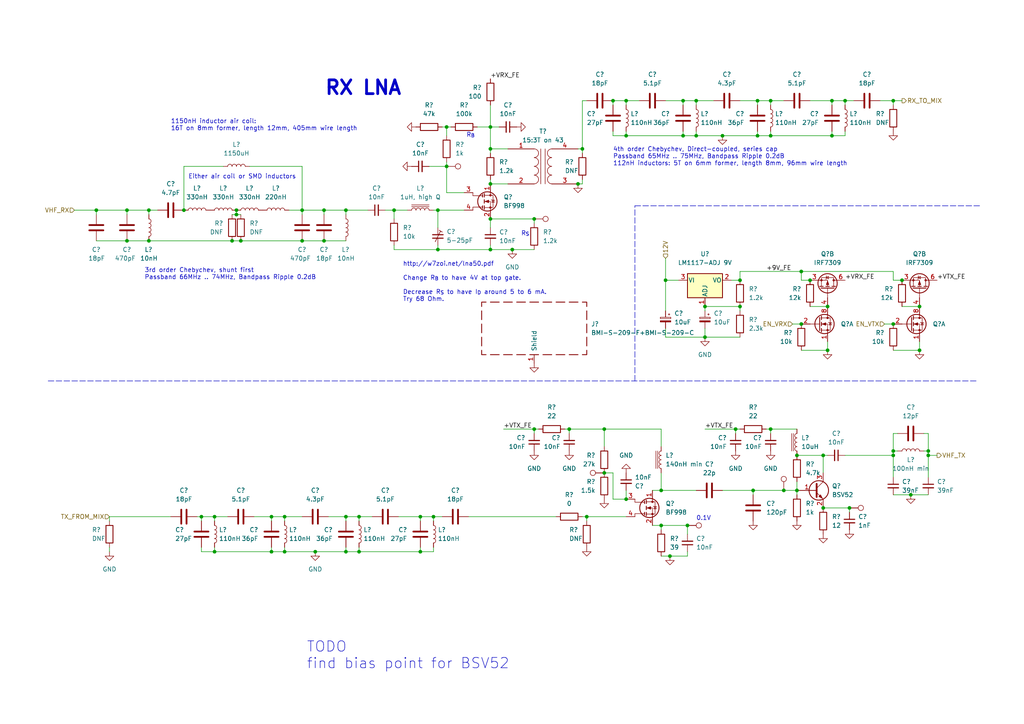
<source format=kicad_sch>
(kicad_sch (version 20211123) (generator eeschema)

  (uuid e85341a8-3e54-4b34-87f5-9974245a7484)

  (paper "A4")

  (title_block
    (title "DART-70 TRX")
    (date "2023-01-22")
    (rev "0")
    (company "HB9EGM")
    (comment 1 "A 4m Band SSB/CW Transceiver")
  )

  

  (junction (at 259.08 130.81) (diameter 0) (color 0 0 0 0)
    (uuid 014fbe33-02cf-426c-8214-0ae1d40c7df8)
  )
  (junction (at 214.63 81.28) (diameter 0) (color 0 0 0 0)
    (uuid 053c636b-8b5d-43d4-82f8-2f587a47ab23)
  )
  (junction (at 264.16 143.51) (diameter 0) (color 0 0 0 0)
    (uuid 05adc4a1-d372-46af-8f37-d1bf4210e96a)
  )
  (junction (at 121.92 160.02) (diameter 0) (color 0 0 0 0)
    (uuid 07895869-8d70-4194-afb5-8df05d02a96b)
  )
  (junction (at 191.77 142.24) (diameter 0) (color 0 0 0 0)
    (uuid 0c6e8129-07f9-465f-9ce0-2d46f2319c9e)
  )
  (junction (at 104.14 149.86) (diameter 0) (color 0 0 0 0)
    (uuid 0da30ee4-5fbf-45c8-9538-1bf176f03f71)
  )
  (junction (at 234.95 81.28) (diameter 0) (color 0 0 0 0)
    (uuid 1652b60e-2eed-430f-8a5b-5512f00b1d7c)
  )
  (junction (at 154.94 124.46) (diameter 0) (color 0 0 0 0)
    (uuid 214ecb40-4c63-4158-be2f-20e603afe1b9)
  )
  (junction (at 241.3 39.37) (diameter 0) (color 0 0 0 0)
    (uuid 22e30deb-2428-4b11-82a9-50d388efeade)
  )
  (junction (at 204.47 88.9) (diameter 0) (color 0 0 0 0)
    (uuid 238e3fd4-fb46-43d3-afe1-89e25bf834a1)
  )
  (junction (at 181.61 144.78) (diameter 0) (color 0 0 0 0)
    (uuid 244c9203-c3ff-4b65-a34d-5892ece48c2b)
  )
  (junction (at 269.24 130.81) (diameter 0) (color 0 0 0 0)
    (uuid 26ee6007-1bf6-4087-b885-4536b39b53f7)
  )
  (junction (at 100.33 60.96) (diameter 0) (color 0 0 0 0)
    (uuid 27932209-07aa-4309-8c3b-8c3756ea28f5)
  )
  (junction (at 201.93 29.21) (diameter 0) (color 0 0 0 0)
    (uuid 2b91b5f6-6358-423e-b62b-3e684fb64a30)
  )
  (junction (at 181.61 29.21) (diameter 0) (color 0 0 0 0)
    (uuid 2c1149ed-3085-4295-b371-1815cbfd540a)
  )
  (junction (at 67.31 69.85) (diameter 0) (color 0 0 0 0)
    (uuid 2dd4e452-7c3f-4e1f-b5b7-f42fcb0e075b)
  )
  (junction (at 53.34 60.96) (diameter 0) (color 0 0 0 0)
    (uuid 30ff6a36-e1f5-45d3-9f31-a6736183ac65)
  )
  (junction (at 43.18 69.85) (diameter 0) (color 0 0 0 0)
    (uuid 32d3fe83-b854-4464-af88-f747caab52be)
  )
  (junction (at 129.54 36.83) (diameter 0) (color 0 0 0 0)
    (uuid 34aea703-6354-4221-ba7e-b2d77e2a6562)
  )
  (junction (at 223.52 29.21) (diameter 0) (color 0 0 0 0)
    (uuid 41bb2995-bcdb-4572-a047-8ce3fa79d0ec)
  )
  (junction (at 154.94 63.5) (diameter 0) (color 0 0 0 0)
    (uuid 433436e6-75b2-4d0e-afe5-51e9ce3b6ceb)
  )
  (junction (at 209.55 39.37) (diameter 0) (color 0 0 0 0)
    (uuid 48de30cd-ac12-4cd9-b77e-6276c6cc535e)
  )
  (junction (at 198.12 29.21) (diameter 0) (color 0 0 0 0)
    (uuid 49abb95b-688d-484d-9ecd-26244c95a12f)
  )
  (junction (at 148.59 72.39) (diameter 0) (color 0 0 0 0)
    (uuid 53639ead-a22d-4b74-b706-37b82595afe4)
  )
  (junction (at 142.24 72.39) (diameter 0) (color 0 0 0 0)
    (uuid 5654cc54-aa7f-4e7e-a903-b6ae4711e293)
  )
  (junction (at 142.24 43.18) (diameter 0) (color 0 0 0 0)
    (uuid 5ac87c87-280c-41aa-b7e2-8cd95dfa0977)
  )
  (junction (at 191.77 152.4) (diameter 0) (color 0 0 0 0)
    (uuid 5b4a4a9a-0092-4d0f-9c31-414a1759762c)
  )
  (junction (at 259.08 29.21) (diameter 0) (color 0 0 0 0)
    (uuid 5f5451e3-d3b2-4513-aa00-6164f9037ce5)
  )
  (junction (at 168.91 43.18) (diameter 0) (color 0 0 0 0)
    (uuid 64c3c5fe-1bb6-4a8a-b1a6-f533cf627997)
  )
  (junction (at 78.74 160.02) (diameter 0) (color 0 0 0 0)
    (uuid 6707abf9-1caa-446a-85dd-9798556b7c42)
  )
  (junction (at 62.23 160.02) (diameter 0) (color 0 0 0 0)
    (uuid 696a84ae-1565-45dd-b421-593916d51378)
  )
  (junction (at 232.41 93.98) (diameter 0) (color 0 0 0 0)
    (uuid 6a1b7322-4603-4eeb-a35d-c1ced4a5a9ee)
  )
  (junction (at 238.76 147.32) (diameter 0) (color 0 0 0 0)
    (uuid 6a54acfb-c2a3-4891-bdef-5359d832b05e)
  )
  (junction (at 142.24 63.5) (diameter 0) (color 0 0 0 0)
    (uuid 6f67861a-7006-47b4-bdc7-1b4e03f0937b)
  )
  (junction (at 259.08 132.08) (diameter 0) (color 0 0 0 0)
    (uuid 71e41a0a-3af5-4796-897c-9d1ad0183c9a)
  )
  (junction (at 219.71 39.37) (diameter 0) (color 0 0 0 0)
    (uuid 7246aeaa-7989-41aa-bc34-36314da565dd)
  )
  (junction (at 93.98 69.85) (diameter 0) (color 0 0 0 0)
    (uuid 725298de-8e6b-4cef-8b75-d13dba9603ba)
  )
  (junction (at 82.55 160.02) (diameter 0) (color 0 0 0 0)
    (uuid 730d9d07-07e4-4d25-ba70-133909d02a93)
  )
  (junction (at 127 60.96) (diameter 0) (color 0 0 0 0)
    (uuid 755aea78-2b8e-4969-8c1a-4e66cdc3e55c)
  )
  (junction (at 259.08 93.98) (diameter 0) (color 0 0 0 0)
    (uuid 786edf16-7fb2-475e-a88f-bdcdd32e8ccb)
  )
  (junction (at 199.39 152.4) (diameter 0) (color 0 0 0 0)
    (uuid 7e3cf1a5-27ba-4fb2-9e80-6e1100e7286d)
  )
  (junction (at 36.83 60.96) (diameter 0) (color 0 0 0 0)
    (uuid 7e40bcc0-3aaa-4014-a65e-4bba8fb828b1)
  )
  (junction (at 246.38 147.32) (diameter 0) (color 0 0 0 0)
    (uuid 8275d0f0-4cd2-4f60-b1d1-1f544f364a6d)
  )
  (junction (at 227.33 142.24) (diameter 0) (color 0 0 0 0)
    (uuid 828403cb-c2e9-4ccc-8f46-66963ed2f21b)
  )
  (junction (at 214.63 88.9) (diameter 0) (color 0 0 0 0)
    (uuid 82d624a9-38b7-41d6-80ca-0ad097d9c3e3)
  )
  (junction (at 241.3 29.21) (diameter 0) (color 0 0 0 0)
    (uuid 830530a0-7b7e-4b57-bcad-ac6bcc2d3cd2)
  )
  (junction (at 68.58 62.23) (diameter 0) (color 0 0 0 0)
    (uuid 84c10573-abbd-42a2-ba39-89dbac386a99)
  )
  (junction (at 213.36 124.46) (diameter 0) (color 0 0 0 0)
    (uuid 8b36f47c-4ffc-4598-8c26-644b57b5c662)
  )
  (junction (at 240.03 101.6) (diameter 0) (color 0 0 0 0)
    (uuid 8e2fdf05-aa36-4931-82ed-a8b3def92201)
  )
  (junction (at 193.04 81.28) (diameter 0) (color 0 0 0 0)
    (uuid 8e3e2866-5ba4-4f0a-867a-58ecaf15b97d)
  )
  (junction (at 100.33 149.86) (diameter 0) (color 0 0 0 0)
    (uuid 92b08d51-62a5-44c7-b4b2-471f395c1538)
  )
  (junction (at 165.1 124.46) (diameter 0) (color 0 0 0 0)
    (uuid 94cebd10-3367-4d9a-a1b7-f7d9e07bdd90)
  )
  (junction (at 269.24 132.08) (diameter 0) (color 0 0 0 0)
    (uuid 96ae9ecf-e0a2-432a-8ece-94cf7cced6b7)
  )
  (junction (at 114.3 60.96) (diameter 0) (color 0 0 0 0)
    (uuid 99467fa5-d96f-4f1c-8084-626f6cebc0c0)
  )
  (junction (at 82.55 149.86) (diameter 0) (color 0 0 0 0)
    (uuid 99b2f434-c683-4943-880b-c0c7051efceb)
  )
  (junction (at 36.83 69.85) (diameter 0) (color 0 0 0 0)
    (uuid 9a8d2c66-6370-437d-a4a0-cb771a0d8c97)
  )
  (junction (at 170.18 149.86) (diameter 0) (color 0 0 0 0)
    (uuid 9b63d6a0-33d9-4ade-b725-ee15ec044acc)
  )
  (junction (at 78.74 149.86) (diameter 0) (color 0 0 0 0)
    (uuid a3b76309-ce22-4be7-b174-f23d53e74bf4)
  )
  (junction (at 100.33 160.02) (diameter 0) (color 0 0 0 0)
    (uuid a605e98c-55d0-4a85-969d-c7a8b22bd4d5)
  )
  (junction (at 91.44 160.02) (diameter 0) (color 0 0 0 0)
    (uuid a67f009f-0172-45e6-8d2b-45a2cc2d1fc3)
  )
  (junction (at 231.14 142.24) (diameter 0) (color 0 0 0 0)
    (uuid a6cfd25a-774e-4db2-b2d4-fd41eec62fd5)
  )
  (junction (at 93.98 60.96) (diameter 0) (color 0 0 0 0)
    (uuid a6dee93e-101e-421c-aa3d-cf1491a2d23c)
  )
  (junction (at 218.44 142.24) (diameter 0) (color 0 0 0 0)
    (uuid a7ae57b6-5005-47d4-809d-6b7d6ada6d03)
  )
  (junction (at 129.54 48.26) (diameter 0) (color 0 0 0 0)
    (uuid a875ac5f-456f-42ae-bc04-dd8d1a120797)
  )
  (junction (at 142.24 53.34) (diameter 0) (color 0 0 0 0)
    (uuid a9dded2e-d08b-4bdb-ab4a-1fce0d42d43e)
  )
  (junction (at 201.93 39.37) (diameter 0) (color 0 0 0 0)
    (uuid aaee6b9a-4306-45ff-b9b6-5d802512dd52)
  )
  (junction (at 27.94 60.96) (diameter 0) (color 0 0 0 0)
    (uuid add0bd1b-274a-4ddf-b875-51d6108aab49)
  )
  (junction (at 219.71 29.21) (diameter 0) (color 0 0 0 0)
    (uuid b0c6448c-be7d-4ebe-a1be-1e8f330d6dbb)
  )
  (junction (at 231.14 132.08) (diameter 0) (color 0 0 0 0)
    (uuid b23444ea-cd8e-4df0-84f4-070156b2e3b7)
  )
  (junction (at 87.63 69.85) (diameter 0) (color 0 0 0 0)
    (uuid b4922278-ce3f-46ba-a2a2-cd5c71f714de)
  )
  (junction (at 223.52 124.46) (diameter 0) (color 0 0 0 0)
    (uuid b8abc7e6-6611-45b5-9a55-3a65a7522e32)
  )
  (junction (at 204.47 97.79) (diameter 0) (color 0 0 0 0)
    (uuid bc401b7a-65f6-439c-9420-7f623c786a57)
  )
  (junction (at 69.85 69.85) (diameter 0) (color 0 0 0 0)
    (uuid bcdfe8ed-4c7e-419e-b702-6bca070854e1)
  )
  (junction (at 245.11 29.21) (diameter 0) (color 0 0 0 0)
    (uuid bf6081e5-fd4b-4fb3-b523-139036f4041c)
  )
  (junction (at 198.12 39.37) (diameter 0) (color 0 0 0 0)
    (uuid c5c6520c-9e3e-436f-b14f-faf22a42dfbb)
  )
  (junction (at 175.26 124.46) (diameter 0) (color 0 0 0 0)
    (uuid c8d4f236-4705-41bb-b1be-5cef1ea2c536)
  )
  (junction (at 125.73 149.86) (diameter 0) (color 0 0 0 0)
    (uuid cc2cb73f-acad-4a16-94a4-9816e494e931)
  )
  (junction (at 87.63 60.96) (diameter 0) (color 0 0 0 0)
    (uuid ce1e90a2-6376-4288-8749-493e809aba5d)
  )
  (junction (at 127 72.39) (diameter 0) (color 0 0 0 0)
    (uuid cf9ef397-ee5c-464c-a25e-4d9486a9df16)
  )
  (junction (at 194.31 161.29) (diameter 0) (color 0 0 0 0)
    (uuid d0fb093c-3a0b-4150-bde4-bd1af1a4bfff)
  )
  (junction (at 181.61 39.37) (diameter 0) (color 0 0 0 0)
    (uuid d50ac601-83b2-43a2-808a-3b58d5a2b71f)
  )
  (junction (at 223.52 39.37) (diameter 0) (color 0 0 0 0)
    (uuid d600cdf9-d630-4f89-a09e-87efccd0902e)
  )
  (junction (at 167.64 53.34) (diameter 0) (color 0 0 0 0)
    (uuid d76a5f48-7d00-42d5-9e04-2f9f8b67bd1d)
  )
  (junction (at 68.58 60.96) (diameter 0) (color 0 0 0 0)
    (uuid dbad22ed-87bd-4fef-a142-c1d56fc5ada0)
  )
  (junction (at 43.18 60.96) (diameter 0) (color 0 0 0 0)
    (uuid df93aeee-38d4-42fb-b5da-51a73fd2e2bc)
  )
  (junction (at 177.8 29.21) (diameter 0) (color 0 0 0 0)
    (uuid e0493c7a-5485-41e4-ba79-779aff029fab)
  )
  (junction (at 232.41 78.74) (diameter 0) (color 0 0 0 0)
    (uuid e04cbaa7-58f6-4b95-b330-5ae233daaa58)
  )
  (junction (at 142.24 36.83) (diameter 0) (color 0 0 0 0)
    (uuid e04f8c65-d602-47fb-9c32-a40fa4054257)
  )
  (junction (at 240.03 88.9) (diameter 0) (color 0 0 0 0)
    (uuid e180b3ee-6434-44ca-afbc-194f5543b566)
  )
  (junction (at 121.92 149.86) (diameter 0) (color 0 0 0 0)
    (uuid e245969c-96e2-4467-a4b0-55df65c2006d)
  )
  (junction (at 266.7 88.9) (diameter 0) (color 0 0 0 0)
    (uuid e439fefd-fea3-4379-89f7-31352e077829)
  )
  (junction (at 238.76 132.08) (diameter 0) (color 0 0 0 0)
    (uuid e717955e-2a81-4d91-a91b-854d445c9b5d)
  )
  (junction (at 62.23 149.86) (diameter 0) (color 0 0 0 0)
    (uuid ebd2a656-9283-42a7-a471-cb22596c1597)
  )
  (junction (at 266.7 101.6) (diameter 0) (color 0 0 0 0)
    (uuid f285b43b-89b4-4974-aeee-ae27a2ca7c96)
  )
  (junction (at 104.14 160.02) (diameter 0) (color 0 0 0 0)
    (uuid f3b55bee-aa8a-4bd0-a87b-914b4bb50b10)
  )
  (junction (at 58.42 149.86) (diameter 0) (color 0 0 0 0)
    (uuid f671888e-311a-48ca-a183-135a403be009)
  )
  (junction (at 261.62 81.28) (diameter 0) (color 0 0 0 0)
    (uuid fdc03146-3e81-45e1-983d-ce65dbe4dddc)
  )
  (junction (at 175.26 137.16) (diameter 0) (color 0 0 0 0)
    (uuid ff95d81e-5a87-4294-9b1c-6e9a77990629)
  )

  (wire (pts (xy 67.31 69.85) (xy 69.85 69.85))
    (stroke (width 0) (type default) (color 0 0 0 0))
    (uuid 00e5b5fc-5bd0-40af-9ee7-a472844c2151)
  )
  (wire (pts (xy 181.61 29.21) (xy 181.61 30.48))
    (stroke (width 0) (type default) (color 0 0 0 0))
    (uuid 01092b77-815f-43be-992d-fc218557d154)
  )
  (wire (pts (xy 147.32 53.34) (xy 142.24 53.34))
    (stroke (width 0) (type default) (color 0 0 0 0))
    (uuid 020af510-7992-416e-a265-00652eb27830)
  )
  (wire (pts (xy 219.71 39.37) (xy 219.71 38.1))
    (stroke (width 0) (type default) (color 0 0 0 0))
    (uuid 02b3711f-b3bf-4a32-8116-7fa82771cd03)
  )
  (wire (pts (xy 121.92 151.13) (xy 121.92 149.86))
    (stroke (width 0) (type default) (color 0 0 0 0))
    (uuid 03602e32-1245-4e32-9ecc-9044bdca6c61)
  )
  (wire (pts (xy 259.08 78.74) (xy 259.08 81.28))
    (stroke (width 0) (type default) (color 0 0 0 0))
    (uuid 03d90108-31df-471c-8d47-5277f5bb8529)
  )
  (wire (pts (xy 125.73 160.02) (xy 125.73 158.75))
    (stroke (width 0) (type default) (color 0 0 0 0))
    (uuid 04bbbe15-04b6-41b3-8bd4-9a9f1e19bc37)
  )
  (wire (pts (xy 93.98 60.96) (xy 93.98 62.23))
    (stroke (width 0) (type default) (color 0 0 0 0))
    (uuid 04e72cbc-c02a-4a92-b021-b9939e4db36f)
  )
  (wire (pts (xy 36.83 69.85) (xy 43.18 69.85))
    (stroke (width 0) (type default) (color 0 0 0 0))
    (uuid 050efeb3-533d-4b9a-a0e2-1737784edf33)
  )
  (wire (pts (xy 213.36 125.73) (xy 213.36 124.46))
    (stroke (width 0) (type default) (color 0 0 0 0))
    (uuid 05820599-8acc-49ba-a88a-070cbbe28e1a)
  )
  (wire (pts (xy 31.75 158.75) (xy 31.75 160.02))
    (stroke (width 0) (type default) (color 0 0 0 0))
    (uuid 06230da2-e6a9-4df3-a8a6-1054a2179a17)
  )
  (wire (pts (xy 154.94 125.73) (xy 154.94 124.46))
    (stroke (width 0) (type default) (color 0 0 0 0))
    (uuid 0785ffee-5a6c-4b20-b83b-a9e51509ed25)
  )
  (wire (pts (xy 58.42 151.13) (xy 58.42 149.86))
    (stroke (width 0) (type default) (color 0 0 0 0))
    (uuid 0a805d5b-6113-4e7d-8ab7-c42d5a8f29b1)
  )
  (wire (pts (xy 193.04 81.28) (xy 193.04 90.17))
    (stroke (width 0) (type default) (color 0 0 0 0))
    (uuid 0b41d2ae-4199-421c-a9cc-39212f58717c)
  )
  (wire (pts (xy 238.76 132.08) (xy 240.03 132.08))
    (stroke (width 0) (type default) (color 0 0 0 0))
    (uuid 0b6b8363-c8e1-4799-8ee5-abeba534856c)
  )
  (wire (pts (xy 246.38 147.32) (xy 238.76 147.32))
    (stroke (width 0) (type default) (color 0 0 0 0))
    (uuid 0c549802-b595-4de9-b4f2-5d5dc13cce92)
  )
  (wire (pts (xy 196.85 81.28) (xy 193.04 81.28))
    (stroke (width 0) (type default) (color 0 0 0 0))
    (uuid 0e126077-2474-4e93-ae8c-94babe57c1e7)
  )
  (wire (pts (xy 82.55 151.13) (xy 82.55 149.86))
    (stroke (width 0) (type default) (color 0 0 0 0))
    (uuid 0f1de0dd-804a-4596-bff8-c84c9821c96f)
  )
  (wire (pts (xy 218.44 142.24) (xy 218.44 143.51))
    (stroke (width 0) (type default) (color 0 0 0 0))
    (uuid 0f2ae659-a3c6-4de9-8cc9-1cb8eb738749)
  )
  (wire (pts (xy 259.08 130.81) (xy 259.08 132.08))
    (stroke (width 0) (type default) (color 0 0 0 0))
    (uuid 0fae205c-5af3-4a45-b101-8bcc5ce05f03)
  )
  (wire (pts (xy 57.15 149.86) (xy 58.42 149.86))
    (stroke (width 0) (type default) (color 0 0 0 0))
    (uuid 10dd21c7-9fd9-4a44-8ab3-640f7ca149dd)
  )
  (wire (pts (xy 31.75 149.86) (xy 49.53 149.86))
    (stroke (width 0) (type default) (color 0 0 0 0))
    (uuid 118829bb-dced-433c-b2a5-be320b37c6db)
  )
  (wire (pts (xy 148.59 72.39) (xy 142.24 72.39))
    (stroke (width 0) (type default) (color 0 0 0 0))
    (uuid 11920e1b-be55-4c86-8c94-fad4a5a5ea6f)
  )
  (wire (pts (xy 223.52 39.37) (xy 241.3 39.37))
    (stroke (width 0) (type default) (color 0 0 0 0))
    (uuid 135fafe3-46f6-4185-8d74-e430c711885a)
  )
  (wire (pts (xy 240.03 101.6) (xy 232.41 101.6))
    (stroke (width 0) (type default) (color 0 0 0 0))
    (uuid 141a7613-b1c9-4373-aa4c-cb18fbc4b872)
  )
  (wire (pts (xy 232.41 81.28) (xy 234.95 81.28))
    (stroke (width 0) (type default) (color 0 0 0 0))
    (uuid 1617c390-94b0-4c64-a669-26edf562ff9a)
  )
  (wire (pts (xy 246.38 148.59) (xy 246.38 147.32))
    (stroke (width 0) (type default) (color 0 0 0 0))
    (uuid 17b00afe-c752-4fe9-88c5-3ad96b8a7e70)
  )
  (wire (pts (xy 193.04 97.79) (xy 204.47 97.79))
    (stroke (width 0) (type default) (color 0 0 0 0))
    (uuid 1920970b-7049-41ad-8ca7-c7915a267206)
  )
  (wire (pts (xy 177.8 137.16) (xy 177.8 144.78))
    (stroke (width 0) (type default) (color 0 0 0 0))
    (uuid 1941db9c-382f-44cc-a903-a93207b6a93d)
  )
  (wire (pts (xy 82.55 160.02) (xy 82.55 158.75))
    (stroke (width 0) (type default) (color 0 0 0 0))
    (uuid 19488a6a-a931-486e-a283-2e60d6328d78)
  )
  (wire (pts (xy 27.94 60.96) (xy 36.83 60.96))
    (stroke (width 0) (type default) (color 0 0 0 0))
    (uuid 1a97cca3-0fe5-4bfa-8d57-ca1b191bfea3)
  )
  (wire (pts (xy 125.73 60.96) (xy 127 60.96))
    (stroke (width 0) (type default) (color 0 0 0 0))
    (uuid 1acffc7b-3719-4cb9-9be2-22b9b0dc94ee)
  )
  (wire (pts (xy 219.71 29.21) (xy 223.52 29.21))
    (stroke (width 0) (type default) (color 0 0 0 0))
    (uuid 1c0cfd5c-a642-423e-bcd7-fee83fdee590)
  )
  (wire (pts (xy 87.63 69.85) (xy 93.98 69.85))
    (stroke (width 0) (type default) (color 0 0 0 0))
    (uuid 1cb95966-d9b9-40ac-b03f-1f46d823a11d)
  )
  (wire (pts (xy 69.85 69.85) (xy 87.63 69.85))
    (stroke (width 0) (type default) (color 0 0 0 0))
    (uuid 1e066e3b-074f-4121-8f27-8215bc8d3261)
  )
  (wire (pts (xy 259.08 125.73) (xy 260.35 125.73))
    (stroke (width 0) (type default) (color 0 0 0 0))
    (uuid 1e083e1f-2b5d-4576-a67e-3249110e0291)
  )
  (wire (pts (xy 142.24 53.34) (xy 142.24 52.07))
    (stroke (width 0) (type default) (color 0 0 0 0))
    (uuid 1f1766e2-d2db-4154-b565-458e0aeda8eb)
  )
  (wire (pts (xy 198.12 39.37) (xy 198.12 38.1))
    (stroke (width 0) (type default) (color 0 0 0 0))
    (uuid 1f992b26-230b-423a-9f5b-b5e2eae3f796)
  )
  (wire (pts (xy 269.24 132.08) (xy 269.24 138.43))
    (stroke (width 0) (type default) (color 0 0 0 0))
    (uuid 20193a25-dfb2-4d02-b772-e6a2bc97d410)
  )
  (wire (pts (xy 193.04 29.21) (xy 198.12 29.21))
    (stroke (width 0) (type default) (color 0 0 0 0))
    (uuid 211489a5-413a-4de7-bb6b-ce735ffe7c80)
  )
  (wire (pts (xy 259.08 130.81) (xy 260.35 130.81))
    (stroke (width 0) (type default) (color 0 0 0 0))
    (uuid 212af7ec-c8f1-4ea2-8488-c7db2bb7bdfc)
  )
  (wire (pts (xy 191.77 152.4) (xy 189.23 152.4))
    (stroke (width 0) (type default) (color 0 0 0 0))
    (uuid 21acb83f-68ea-41e5-b622-dc4aeb4e23bc)
  )
  (wire (pts (xy 87.63 60.96) (xy 93.98 60.96))
    (stroke (width 0) (type default) (color 0 0 0 0))
    (uuid 23c577d6-b831-4003-b3d4-9a9a5520a466)
  )
  (wire (pts (xy 241.3 39.37) (xy 241.3 38.1))
    (stroke (width 0) (type default) (color 0 0 0 0))
    (uuid 24280ee6-c585-4835-8fc4-d7860dfbfdba)
  )
  (wire (pts (xy 214.63 78.74) (xy 214.63 81.28))
    (stroke (width 0) (type default) (color 0 0 0 0))
    (uuid 25b5fac5-8ac2-4718-aced-78fd470c5a41)
  )
  (polyline (pts (xy 13.97 110.49) (xy 283.21 110.49))
    (stroke (width 0) (type default) (color 0 0 0 0))
    (uuid 2812a88f-15e5-44c4-a66a-beb23630881f)
  )

  (wire (pts (xy 21.59 60.96) (xy 27.94 60.96))
    (stroke (width 0) (type default) (color 0 0 0 0))
    (uuid 28691614-25d8-432a-9210-110c9d424ff4)
  )
  (wire (pts (xy 31.75 151.13) (xy 31.75 149.86))
    (stroke (width 0) (type default) (color 0 0 0 0))
    (uuid 2d478155-78b3-43e6-9e0b-cf58b9dbf0cb)
  )
  (wire (pts (xy 104.14 160.02) (xy 104.14 158.75))
    (stroke (width 0) (type default) (color 0 0 0 0))
    (uuid 2d86d824-7587-4e1e-bd3d-1386a2f26b2f)
  )
  (wire (pts (xy 231.14 139.7) (xy 231.14 142.24))
    (stroke (width 0) (type default) (color 0 0 0 0))
    (uuid 2e3e1835-0994-46d3-b4ac-db18042e081b)
  )
  (wire (pts (xy 43.18 69.85) (xy 67.31 69.85))
    (stroke (width 0) (type default) (color 0 0 0 0))
    (uuid 2e5066c7-bc67-4b7c-aae7-15cd49e110ca)
  )
  (wire (pts (xy 269.24 130.81) (xy 267.97 130.81))
    (stroke (width 0) (type default) (color 0 0 0 0))
    (uuid 2f09267e-b3dd-4163-aee3-b882166dbe57)
  )
  (wire (pts (xy 142.24 63.5) (xy 142.24 66.04))
    (stroke (width 0) (type default) (color 0 0 0 0))
    (uuid 2f240c86-aceb-464b-899d-7618bd58be8d)
  )
  (wire (pts (xy 241.3 29.21) (xy 245.11 29.21))
    (stroke (width 0) (type default) (color 0 0 0 0))
    (uuid 30701c9e-85dc-4e9a-972e-ad6a04210bf0)
  )
  (wire (pts (xy 177.8 144.78) (xy 181.61 144.78))
    (stroke (width 0) (type default) (color 0 0 0 0))
    (uuid 32c7e7d5-5cf0-4052-9904-fc5aa41decb5)
  )
  (wire (pts (xy 168.91 52.07) (xy 168.91 53.34))
    (stroke (width 0) (type default) (color 0 0 0 0))
    (uuid 3303b423-732f-4ec1-9f34-6a65ea125a9f)
  )
  (wire (pts (xy 229.87 93.98) (xy 232.41 93.98))
    (stroke (width 0) (type default) (color 0 0 0 0))
    (uuid 3340bb88-8cfa-4bae-b60e-378d2889f60d)
  )
  (wire (pts (xy 72.39 48.26) (xy 87.63 48.26))
    (stroke (width 0) (type default) (color 0 0 0 0))
    (uuid 33f29fa7-5b0b-49c9-a605-50b7be5943a9)
  )
  (wire (pts (xy 175.26 124.46) (xy 191.77 124.46))
    (stroke (width 0) (type default) (color 0 0 0 0))
    (uuid 36c2a5ae-5ab8-440b-a41f-9b00518ecd46)
  )
  (wire (pts (xy 100.33 160.02) (xy 100.33 158.75))
    (stroke (width 0) (type default) (color 0 0 0 0))
    (uuid 36ea332f-7ddd-4cc9-af0b-a280bb127d66)
  )
  (wire (pts (xy 82.55 160.02) (xy 78.74 160.02))
    (stroke (width 0) (type default) (color 0 0 0 0))
    (uuid 39ede154-b114-42b1-9471-69e8225de7ab)
  )
  (wire (pts (xy 181.61 29.21) (xy 185.42 29.21))
    (stroke (width 0) (type default) (color 0 0 0 0))
    (uuid 3c5dfaac-ce4d-429a-aba1-920080a05a25)
  )
  (wire (pts (xy 209.55 39.37) (xy 219.71 39.37))
    (stroke (width 0) (type default) (color 0 0 0 0))
    (uuid 3cac3e67-9601-4bbe-8f74-51e6c8133fb4)
  )
  (wire (pts (xy 58.42 149.86) (xy 62.23 149.86))
    (stroke (width 0) (type default) (color 0 0 0 0))
    (uuid 3e89f96a-4149-49e9-8931-921ce8c3a055)
  )
  (polyline (pts (xy 184.15 110.49) (xy 184.15 59.69))
    (stroke (width 0) (type default) (color 0 0 0 0))
    (uuid 3f650e07-bfda-4556-9a8b-c7393a2ab272)
  )

  (wire (pts (xy 93.98 69.85) (xy 100.33 69.85))
    (stroke (width 0) (type default) (color 0 0 0 0))
    (uuid 3f75e8f9-17fe-41fa-8be1-97bb9d74f36e)
  )
  (wire (pts (xy 36.83 60.96) (xy 43.18 60.96))
    (stroke (width 0) (type default) (color 0 0 0 0))
    (uuid 426afdc4-b639-4a13-b435-77d23c36d327)
  )
  (wire (pts (xy 114.3 72.39) (xy 127 72.39))
    (stroke (width 0) (type default) (color 0 0 0 0))
    (uuid 450ed59f-52ac-40e5-b0ac-4507b15a95b2)
  )
  (wire (pts (xy 128.27 36.83) (xy 129.54 36.83))
    (stroke (width 0) (type default) (color 0 0 0 0))
    (uuid 45d11611-49a6-4964-afa3-7f0162c0c739)
  )
  (wire (pts (xy 232.41 78.74) (xy 214.63 78.74))
    (stroke (width 0) (type default) (color 0 0 0 0))
    (uuid 468e347b-afe1-4557-ad4d-28eb5659a4b8)
  )
  (wire (pts (xy 191.77 142.24) (xy 201.93 142.24))
    (stroke (width 0) (type default) (color 0 0 0 0))
    (uuid 4a16b6dc-2288-4548-9c84-0bbf2a1d57bd)
  )
  (wire (pts (xy 73.66 149.86) (xy 78.74 149.86))
    (stroke (width 0) (type default) (color 0 0 0 0))
    (uuid 4b74047d-1cfb-4a70-804a-a9c009584e7a)
  )
  (wire (pts (xy 78.74 149.86) (xy 82.55 149.86))
    (stroke (width 0) (type default) (color 0 0 0 0))
    (uuid 4bf865ed-62d5-49b3-9115-02bd4f7f3f74)
  )
  (wire (pts (xy 121.92 149.86) (xy 125.73 149.86))
    (stroke (width 0) (type default) (color 0 0 0 0))
    (uuid 4ca5ee79-1360-4517-b073-b387778d1f9d)
  )
  (wire (pts (xy 181.61 39.37) (xy 198.12 39.37))
    (stroke (width 0) (type default) (color 0 0 0 0))
    (uuid 4cad7fe9-18a3-4205-bf76-118f190d710a)
  )
  (wire (pts (xy 269.24 130.81) (xy 269.24 132.08))
    (stroke (width 0) (type default) (color 0 0 0 0))
    (uuid 4cf19b83-343d-444b-b344-abd964c46130)
  )
  (wire (pts (xy 232.41 78.74) (xy 232.41 81.28))
    (stroke (width 0) (type default) (color 0 0 0 0))
    (uuid 4d792edd-4ca7-4bc0-98b8-1c07860783ab)
  )
  (wire (pts (xy 201.93 30.48) (xy 201.93 29.21))
    (stroke (width 0) (type default) (color 0 0 0 0))
    (uuid 4e6b63c8-8daf-4486-a68d-7144b46e5ea2)
  )
  (wire (pts (xy 199.39 160.02) (xy 199.39 161.29))
    (stroke (width 0) (type default) (color 0 0 0 0))
    (uuid 520deeb0-2cb2-4b4b-9ce8-239203e7b895)
  )
  (wire (pts (xy 100.33 60.96) (xy 100.33 62.23))
    (stroke (width 0) (type default) (color 0 0 0 0))
    (uuid 52a29cb5-fc2a-4abb-a968-bbb1b5d9b7d6)
  )
  (wire (pts (xy 199.39 161.29) (xy 194.31 161.29))
    (stroke (width 0) (type default) (color 0 0 0 0))
    (uuid 5393cb79-d4ff-48a3-8106-b4f929de870b)
  )
  (wire (pts (xy 234.95 29.21) (xy 241.3 29.21))
    (stroke (width 0) (type default) (color 0 0 0 0))
    (uuid 54136090-6e59-411c-8c76-ff74b4ba8cdc)
  )
  (wire (pts (xy 170.18 29.21) (xy 168.91 29.21))
    (stroke (width 0) (type default) (color 0 0 0 0))
    (uuid 5516e114-54d5-4ea3-8bfe-40e5be6eb192)
  )
  (wire (pts (xy 269.24 125.73) (xy 269.24 130.81))
    (stroke (width 0) (type default) (color 0 0 0 0))
    (uuid 55590f3c-3315-4934-b354-427f99e886f0)
  )
  (wire (pts (xy 241.3 30.48) (xy 241.3 29.21))
    (stroke (width 0) (type default) (color 0 0 0 0))
    (uuid 575b9d80-5f4d-4af9-aef0-45c51d673684)
  )
  (wire (pts (xy 213.36 124.46) (xy 214.63 124.46))
    (stroke (width 0) (type default) (color 0 0 0 0))
    (uuid 588442fe-0325-47ea-8587-f22398d8d769)
  )
  (wire (pts (xy 222.25 124.46) (xy 223.52 124.46))
    (stroke (width 0) (type default) (color 0 0 0 0))
    (uuid 58845e3f-7112-4368-b742-d952a9ef30c6)
  )
  (wire (pts (xy 78.74 160.02) (xy 78.74 158.75))
    (stroke (width 0) (type default) (color 0 0 0 0))
    (uuid 59210da8-080b-45c2-8b8f-c7ddcd592060)
  )
  (wire (pts (xy 115.57 149.86) (xy 121.92 149.86))
    (stroke (width 0) (type default) (color 0 0 0 0))
    (uuid 592caa8b-0386-47d0-8e78-0b9d3a2052bb)
  )
  (wire (pts (xy 241.3 39.37) (xy 245.11 39.37))
    (stroke (width 0) (type default) (color 0 0 0 0))
    (uuid 59e552bf-7958-4fda-a0db-f9e371531f5e)
  )
  (wire (pts (xy 127 72.39) (xy 142.24 72.39))
    (stroke (width 0) (type default) (color 0 0 0 0))
    (uuid 5a71b622-216c-4ae9-b176-7e0fb8c909b9)
  )
  (wire (pts (xy 269.24 125.73) (xy 267.97 125.73))
    (stroke (width 0) (type default) (color 0 0 0 0))
    (uuid 5dae51d8-31a1-45b5-aee6-b5709476c318)
  )
  (wire (pts (xy 142.24 72.39) (xy 142.24 71.12))
    (stroke (width 0) (type default) (color 0 0 0 0))
    (uuid 5e2169a0-de19-4cd6-bf52-b74f00504da1)
  )
  (wire (pts (xy 43.18 60.96) (xy 45.72 60.96))
    (stroke (width 0) (type default) (color 0 0 0 0))
    (uuid 5e70f545-979a-40c9-bda1-1c7591189e45)
  )
  (wire (pts (xy 142.24 36.83) (xy 142.24 30.48))
    (stroke (width 0) (type default) (color 0 0 0 0))
    (uuid 5e721fb4-c9a0-4ae9-89ea-2beae0e47e97)
  )
  (wire (pts (xy 43.18 60.96) (xy 43.18 62.23))
    (stroke (width 0) (type default) (color 0 0 0 0))
    (uuid 5ea7489e-e91b-44f0-a035-3448b45ceadc)
  )
  (wire (pts (xy 168.91 53.34) (xy 167.64 53.34))
    (stroke (width 0) (type default) (color 0 0 0 0))
    (uuid 5f5c060f-99c6-4d58-b44a-4244837c6652)
  )
  (wire (pts (xy 259.08 29.21) (xy 261.62 29.21))
    (stroke (width 0) (type default) (color 0 0 0 0))
    (uuid 5fceb92d-7a0e-4b2f-966c-33a3f8978ee9)
  )
  (wire (pts (xy 142.24 44.45) (xy 142.24 43.18))
    (stroke (width 0) (type default) (color 0 0 0 0))
    (uuid 6005394b-9189-4171-b053-ebfd9d60c03e)
  )
  (wire (pts (xy 154.94 124.46) (xy 156.21 124.46))
    (stroke (width 0) (type default) (color 0 0 0 0))
    (uuid 600c3ac6-9e9d-494f-9f04-3cadeb854f32)
  )
  (wire (pts (xy 191.77 161.29) (xy 194.31 161.29))
    (stroke (width 0) (type default) (color 0 0 0 0))
    (uuid 60a459b9-afd7-4bdd-b38a-a5f2882f31e7)
  )
  (wire (pts (xy 201.93 39.37) (xy 198.12 39.37))
    (stroke (width 0) (type default) (color 0 0 0 0))
    (uuid 60bad9ca-4bdf-454c-ad68-9fa3a1ef1953)
  )
  (wire (pts (xy 100.33 151.13) (xy 100.33 149.86))
    (stroke (width 0) (type default) (color 0 0 0 0))
    (uuid 61a9e6a8-4104-4faf-9104-407030fee84b)
  )
  (wire (pts (xy 223.52 29.21) (xy 227.33 29.21))
    (stroke (width 0) (type default) (color 0 0 0 0))
    (uuid 61f8165d-255a-4197-a48c-ea44a5589c76)
  )
  (wire (pts (xy 204.47 95.25) (xy 204.47 97.79))
    (stroke (width 0) (type default) (color 0 0 0 0))
    (uuid 6207a9a6-052f-44b7-98ae-23f2fc4d564c)
  )
  (wire (pts (xy 198.12 30.48) (xy 198.12 29.21))
    (stroke (width 0) (type default) (color 0 0 0 0))
    (uuid 62cac600-87c9-4b70-81ad-6cbecfa5dbe3)
  )
  (polyline (pts (xy 184.15 59.69) (xy 284.48 59.69))
    (stroke (width 0) (type default) (color 0 0 0 0))
    (uuid 6440f1bd-f1e1-48d8-984f-1b8859c95ef6)
  )

  (wire (pts (xy 58.42 160.02) (xy 58.42 158.75))
    (stroke (width 0) (type default) (color 0 0 0 0))
    (uuid 64d10b25-44e3-4ccf-8c4c-e8390cc663cc)
  )
  (wire (pts (xy 135.89 149.86) (xy 161.29 149.86))
    (stroke (width 0) (type default) (color 0 0 0 0))
    (uuid 651fb468-303e-49f9-86a2-03bfc4d45faa)
  )
  (wire (pts (xy 147.32 43.18) (xy 142.24 43.18))
    (stroke (width 0) (type default) (color 0 0 0 0))
    (uuid 6609241a-334e-4ced-ae81-0759311dbbad)
  )
  (wire (pts (xy 104.14 151.13) (xy 104.14 149.86))
    (stroke (width 0) (type default) (color 0 0 0 0))
    (uuid 6a845cb2-3ede-406b-9084-98637e393984)
  )
  (wire (pts (xy 167.64 43.18) (xy 168.91 43.18))
    (stroke (width 0) (type default) (color 0 0 0 0))
    (uuid 710b6ecd-a9cf-4c16-b156-7ab0bb0c1245)
  )
  (wire (pts (xy 68.58 60.96) (xy 68.58 62.23))
    (stroke (width 0) (type default) (color 0 0 0 0))
    (uuid 739c4bc4-71b1-4060-996c-b30955427381)
  )
  (wire (pts (xy 58.42 160.02) (xy 62.23 160.02))
    (stroke (width 0) (type default) (color 0 0 0 0))
    (uuid 7454e18d-eee9-48b0-92f9-1e9dd000570e)
  )
  (wire (pts (xy 165.1 125.73) (xy 165.1 124.46))
    (stroke (width 0) (type default) (color 0 0 0 0))
    (uuid 7560791f-9e21-48d6-b563-63cea6c3213c)
  )
  (wire (pts (xy 198.12 29.21) (xy 201.93 29.21))
    (stroke (width 0) (type default) (color 0 0 0 0))
    (uuid 7564e54f-11f2-406e-b3e0-3e6cb42b6b60)
  )
  (wire (pts (xy 261.62 88.9) (xy 266.7 88.9))
    (stroke (width 0) (type default) (color 0 0 0 0))
    (uuid 793ffaf6-f7a8-4744-b63c-ebe5c61b066c)
  )
  (wire (pts (xy 154.94 72.39) (xy 148.59 72.39))
    (stroke (width 0) (type default) (color 0 0 0 0))
    (uuid 7fb4a628-0a3a-45fd-b9bd-c186e37edcf1)
  )
  (wire (pts (xy 62.23 149.86) (xy 62.23 151.13))
    (stroke (width 0) (type default) (color 0 0 0 0))
    (uuid 88eb19d8-f75f-452a-aea0-22522a3bade1)
  )
  (wire (pts (xy 129.54 36.83) (xy 129.54 39.37))
    (stroke (width 0) (type default) (color 0 0 0 0))
    (uuid 89b48dc9-c00e-48be-93c9-faa060ba3b37)
  )
  (wire (pts (xy 154.94 64.77) (xy 154.94 63.5))
    (stroke (width 0) (type default) (color 0 0 0 0))
    (uuid 89faec98-fdf7-49b4-8a14-ddcd50d33077)
  )
  (wire (pts (xy 201.93 29.21) (xy 207.01 29.21))
    (stroke (width 0) (type default) (color 0 0 0 0))
    (uuid 8b01a92c-6579-45f1-a8cb-784184b3c0a6)
  )
  (wire (pts (xy 125.73 151.13) (xy 125.73 149.86))
    (stroke (width 0) (type default) (color 0 0 0 0))
    (uuid 8bfdfab4-901c-4c87-bff9-1a225f39b380)
  )
  (wire (pts (xy 114.3 71.12) (xy 114.3 72.39))
    (stroke (width 0) (type default) (color 0 0 0 0))
    (uuid 8d93b96e-d58e-4f76-b91e-0a4672ad0838)
  )
  (wire (pts (xy 62.23 160.02) (xy 62.23 158.75))
    (stroke (width 0) (type default) (color 0 0 0 0))
    (uuid 8e7e89b6-edef-46c2-923f-0d3437d27813)
  )
  (wire (pts (xy 259.08 81.28) (xy 261.62 81.28))
    (stroke (width 0) (type default) (color 0 0 0 0))
    (uuid 8eeb65ab-df7f-4695-aabc-412362f9e6ab)
  )
  (wire (pts (xy 177.8 39.37) (xy 181.61 39.37))
    (stroke (width 0) (type default) (color 0 0 0 0))
    (uuid 90e6d25b-41c3-4379-94e3-70433d4656f5)
  )
  (wire (pts (xy 245.11 30.48) (xy 245.11 29.21))
    (stroke (width 0) (type default) (color 0 0 0 0))
    (uuid 924031ab-bf44-4a2f-aaf7-c38b8a8abc40)
  )
  (wire (pts (xy 168.91 44.45) (xy 168.91 43.18))
    (stroke (width 0) (type default) (color 0 0 0 0))
    (uuid 93f6fd09-e356-47ef-a2d2-c1ed422dabe3)
  )
  (wire (pts (xy 177.8 29.21) (xy 181.61 29.21))
    (stroke (width 0) (type default) (color 0 0 0 0))
    (uuid 94425972-63e3-432d-8409-356e5b22940b)
  )
  (wire (pts (xy 259.08 30.48) (xy 259.08 29.21))
    (stroke (width 0) (type default) (color 0 0 0 0))
    (uuid 9723f6e4-63d9-4b79-a06d-706fe6a5b67e)
  )
  (wire (pts (xy 223.52 30.48) (xy 223.52 29.21))
    (stroke (width 0) (type default) (color 0 0 0 0))
    (uuid 98084cbc-b94f-488e-83ba-487b7983eff7)
  )
  (wire (pts (xy 104.14 160.02) (xy 121.92 160.02))
    (stroke (width 0) (type default) (color 0 0 0 0))
    (uuid 98b8d1fc-b75d-4b78-abcf-b05b708bb68b)
  )
  (wire (pts (xy 127 60.96) (xy 134.62 60.96))
    (stroke (width 0) (type default) (color 0 0 0 0))
    (uuid 98fe9f07-d0e7-4808-8553-39a038479457)
  )
  (wire (pts (xy 223.52 125.73) (xy 223.52 124.46))
    (stroke (width 0) (type default) (color 0 0 0 0))
    (uuid 99be3360-249d-4c89-a77e-43cb1aef6c84)
  )
  (wire (pts (xy 212.09 81.28) (xy 214.63 81.28))
    (stroke (width 0) (type default) (color 0 0 0 0))
    (uuid 9c4d3a80-6ed2-412b-b203-db120080834e)
  )
  (wire (pts (xy 177.8 30.48) (xy 177.8 29.21))
    (stroke (width 0) (type default) (color 0 0 0 0))
    (uuid 9c7aae02-34fd-4a06-bca1-a165128a73a8)
  )
  (wire (pts (xy 127 66.04) (xy 127 60.96))
    (stroke (width 0) (type default) (color 0 0 0 0))
    (uuid 9c85880b-9d5c-4fe3-84f6-20ee24e87c39)
  )
  (wire (pts (xy 191.77 152.4) (xy 191.77 153.67))
    (stroke (width 0) (type default) (color 0 0 0 0))
    (uuid 9d2b433e-1dfc-4d0f-abe1-2e83343631b5)
  )
  (wire (pts (xy 214.63 88.9) (xy 214.63 90.17))
    (stroke (width 0) (type default) (color 0 0 0 0))
    (uuid 9ef0c209-3614-4469-be54-6de77d27f352)
  )
  (wire (pts (xy 201.93 39.37) (xy 209.55 39.37))
    (stroke (width 0) (type default) (color 0 0 0 0))
    (uuid 9f025a2e-cbc7-46d0-a262-ab48be6c2823)
  )
  (wire (pts (xy 124.46 48.26) (xy 129.54 48.26))
    (stroke (width 0) (type default) (color 0 0 0 0))
    (uuid 9f1a398d-ae6d-496d-87ab-0e13a3b648a5)
  )
  (wire (pts (xy 100.33 60.96) (xy 106.68 60.96))
    (stroke (width 0) (type default) (color 0 0 0 0))
    (uuid a07f0e55-9b3e-4df6-80c8-c3fa196fb8fb)
  )
  (wire (pts (xy 269.24 132.08) (xy 271.78 132.08))
    (stroke (width 0) (type default) (color 0 0 0 0))
    (uuid a0a96770-3ff5-49c4-bef3-d4bbe6b6c079)
  )
  (wire (pts (xy 245.11 29.21) (xy 247.65 29.21))
    (stroke (width 0) (type default) (color 0 0 0 0))
    (uuid a20e7e63-2306-4377-ac55-7c7faf4ea27c)
  )
  (wire (pts (xy 114.3 63.5) (xy 114.3 60.96))
    (stroke (width 0) (type default) (color 0 0 0 0))
    (uuid a22912c1-4914-44a6-a3c9-493ad4dcc081)
  )
  (wire (pts (xy 62.23 149.86) (xy 66.04 149.86))
    (stroke (width 0) (type default) (color 0 0 0 0))
    (uuid a2441a3d-56da-463e-a8a4-fe521e8b2256)
  )
  (wire (pts (xy 165.1 124.46) (xy 175.26 124.46))
    (stroke (width 0) (type default) (color 0 0 0 0))
    (uuid a621d0fa-e7c7-4146-b68b-596f01fe056d)
  )
  (wire (pts (xy 91.44 160.02) (xy 100.33 160.02))
    (stroke (width 0) (type default) (color 0 0 0 0))
    (uuid a6cacc83-9486-4966-a9b9-13167fbba476)
  )
  (wire (pts (xy 256.54 93.98) (xy 259.08 93.98))
    (stroke (width 0) (type default) (color 0 0 0 0))
    (uuid a6f247b7-7eaa-426a-a640-6ad96fcea2d8)
  )
  (wire (pts (xy 168.91 149.86) (xy 170.18 149.86))
    (stroke (width 0) (type default) (color 0 0 0 0))
    (uuid a7257f0e-5835-436f-aac9-204afa049a30)
  )
  (wire (pts (xy 129.54 46.99) (xy 129.54 48.26))
    (stroke (width 0) (type default) (color 0 0 0 0))
    (uuid a72c2df8-7b09-4ff0-a6ca-cd32045fcb5a)
  )
  (wire (pts (xy 245.11 39.37) (xy 245.11 38.1))
    (stroke (width 0) (type default) (color 0 0 0 0))
    (uuid a8ddd670-538a-4580-8d79-e43d90515d40)
  )
  (wire (pts (xy 121.92 160.02) (xy 125.73 160.02))
    (stroke (width 0) (type default) (color 0 0 0 0))
    (uuid a8e639fa-31d1-427e-bd80-a8648f74c2c3)
  )
  (wire (pts (xy 100.33 149.86) (xy 104.14 149.86))
    (stroke (width 0) (type default) (color 0 0 0 0))
    (uuid aade9f87-67ba-4c61-82c0-2663d0f88027)
  )
  (wire (pts (xy 130.81 36.83) (xy 129.54 36.83))
    (stroke (width 0) (type default) (color 0 0 0 0))
    (uuid abf4d801-bb8f-4a89-9026-d8d2e1c81522)
  )
  (wire (pts (xy 238.76 137.16) (xy 238.76 132.08))
    (stroke (width 0) (type default) (color 0 0 0 0))
    (uuid ac46c8fe-2e90-464a-bbd4-c87cc108df64)
  )
  (wire (pts (xy 266.7 99.06) (xy 266.7 101.6))
    (stroke (width 0) (type default) (color 0 0 0 0))
    (uuid ae556335-89f1-42e6-8259-ca5b53738a72)
  )
  (wire (pts (xy 95.25 149.86) (xy 100.33 149.86))
    (stroke (width 0) (type default) (color 0 0 0 0))
    (uuid ae916f82-cc22-4852-b906-e5ba88e32818)
  )
  (wire (pts (xy 175.26 129.54) (xy 175.26 124.46))
    (stroke (width 0) (type default) (color 0 0 0 0))
    (uuid b3b2bf41-bfe7-4afd-96f6-1139df88d39f)
  )
  (wire (pts (xy 201.93 39.37) (xy 201.93 38.1))
    (stroke (width 0) (type default) (color 0 0 0 0))
    (uuid b4a7d8aa-b2d4-410d-b498-63bff8d46b74)
  )
  (wire (pts (xy 53.34 48.26) (xy 53.34 60.96))
    (stroke (width 0) (type default) (color 0 0 0 0))
    (uuid b7ef3e97-d0a8-484f-8521-fbd0a0afec53)
  )
  (wire (pts (xy 259.08 125.73) (xy 259.08 130.81))
    (stroke (width 0) (type default) (color 0 0 0 0))
    (uuid bc783d3b-f511-487e-9d36-9bd8906c7cdc)
  )
  (wire (pts (xy 209.55 142.24) (xy 218.44 142.24))
    (stroke (width 0) (type default) (color 0 0 0 0))
    (uuid beea7d7c-4a76-4d60-b6fb-cfc35c88f7a9)
  )
  (wire (pts (xy 219.71 30.48) (xy 219.71 29.21))
    (stroke (width 0) (type default) (color 0 0 0 0))
    (uuid bfc77f05-a21f-4ea1-9483-75efe531139a)
  )
  (wire (pts (xy 264.16 143.51) (xy 269.24 143.51))
    (stroke (width 0) (type default) (color 0 0 0 0))
    (uuid c152d31b-b0e7-424d-899d-54dcce0e51d5)
  )
  (wire (pts (xy 204.47 88.9) (xy 204.47 90.17))
    (stroke (width 0) (type default) (color 0 0 0 0))
    (uuid c21c7a92-f992-4b16-8b86-c8b76b78039f)
  )
  (wire (pts (xy 191.77 129.54) (xy 191.77 124.46))
    (stroke (width 0) (type default) (color 0 0 0 0))
    (uuid c2224d5b-9d4a-4324-b7f2-d94cda3b03c3)
  )
  (wire (pts (xy 234.95 88.9) (xy 240.03 88.9))
    (stroke (width 0) (type default) (color 0 0 0 0))
    (uuid c236e316-e632-4888-8eb8-fc58254126bd)
  )
  (wire (pts (xy 231.14 142.24) (xy 231.14 143.51))
    (stroke (width 0) (type default) (color 0 0 0 0))
    (uuid c31d04a3-eb2d-4a6d-9ba9-6dbfb9fffff3)
  )
  (wire (pts (xy 104.14 149.86) (xy 107.95 149.86))
    (stroke (width 0) (type default) (color 0 0 0 0))
    (uuid c3a8b91a-7a87-4be2-bdac-1424494beb13)
  )
  (wire (pts (xy 170.18 151.13) (xy 170.18 149.86))
    (stroke (width 0) (type default) (color 0 0 0 0))
    (uuid c3ad0817-03ce-4433-89b8-d268b5afe17c)
  )
  (wire (pts (xy 121.92 160.02) (xy 121.92 158.75))
    (stroke (width 0) (type default) (color 0 0 0 0))
    (uuid c3c0b5c9-1d6f-4fd8-b3b8-cf0e27852159)
  )
  (wire (pts (xy 27.94 69.85) (xy 36.83 69.85))
    (stroke (width 0) (type default) (color 0 0 0 0))
    (uuid c5a1623c-79b3-461d-930d-7a6155799a02)
  )
  (wire (pts (xy 125.73 149.86) (xy 128.27 149.86))
    (stroke (width 0) (type default) (color 0 0 0 0))
    (uuid cbc639ed-75d2-4235-bd0a-8e36ab70c170)
  )
  (wire (pts (xy 82.55 149.86) (xy 87.63 149.86))
    (stroke (width 0) (type default) (color 0 0 0 0))
    (uuid ccaef76a-d47c-466f-ae12-475e85a4d83b)
  )
  (wire (pts (xy 64.77 48.26) (xy 53.34 48.26))
    (stroke (width 0) (type default) (color 0 0 0 0))
    (uuid cedefa6a-3396-4642-a936-f25f019b5676)
  )
  (wire (pts (xy 181.61 39.37) (xy 181.61 38.1))
    (stroke (width 0) (type default) (color 0 0 0 0))
    (uuid cff31021-4226-4c7a-b8b3-f98d10db3340)
  )
  (wire (pts (xy 227.33 142.24) (xy 231.14 142.24))
    (stroke (width 0) (type default) (color 0 0 0 0))
    (uuid d046bf4b-a39d-426b-8404-46063d2d3d9e)
  )
  (wire (pts (xy 181.61 144.78) (xy 181.61 142.24))
    (stroke (width 0) (type default) (color 0 0 0 0))
    (uuid d1895861-595e-4412-914a-8d77685a4262)
  )
  (wire (pts (xy 154.94 63.5) (xy 142.24 63.5))
    (stroke (width 0) (type default) (color 0 0 0 0))
    (uuid d39a58f4-f941-49d5-8523-8492ae3bd24a)
  )
  (wire (pts (xy 259.08 143.51) (xy 264.16 143.51))
    (stroke (width 0) (type default) (color 0 0 0 0))
    (uuid d46ecbd6-1d80-45e1-a657-88b7d1ff3b67)
  )
  (wire (pts (xy 193.04 95.25) (xy 193.04 97.79))
    (stroke (width 0) (type default) (color 0 0 0 0))
    (uuid d642700f-5888-47cc-836b-5098c2bed67e)
  )
  (wire (pts (xy 87.63 48.26) (xy 87.63 60.96))
    (stroke (width 0) (type default) (color 0 0 0 0))
    (uuid d6ad5766-5e86-4351-b65f-0645b5d40152)
  )
  (wire (pts (xy 259.08 78.74) (xy 232.41 78.74))
    (stroke (width 0) (type default) (color 0 0 0 0))
    (uuid d75d427c-01e5-4a26-a5a1-ab514a854e12)
  )
  (wire (pts (xy 87.63 60.96) (xy 87.63 62.23))
    (stroke (width 0) (type default) (color 0 0 0 0))
    (uuid d9611e38-2561-4d9e-91cc-86308ba173b6)
  )
  (wire (pts (xy 214.63 29.21) (xy 219.71 29.21))
    (stroke (width 0) (type default) (color 0 0 0 0))
    (uuid dac31dd0-b11b-4f2d-bd78-136dfe5489af)
  )
  (wire (pts (xy 36.83 60.96) (xy 36.83 62.23))
    (stroke (width 0) (type default) (color 0 0 0 0))
    (uuid dadbf19e-4ad1-4d05-9444-4eea6aeba0c5)
  )
  (wire (pts (xy 223.52 39.37) (xy 223.52 38.1))
    (stroke (width 0) (type default) (color 0 0 0 0))
    (uuid db87c3ab-c2aa-4893-9aef-66fcfbff444b)
  )
  (wire (pts (xy 83.82 60.96) (xy 87.63 60.96))
    (stroke (width 0) (type default) (color 0 0 0 0))
    (uuid dc819a14-e99a-4fce-a533-08f3469ea36a)
  )
  (wire (pts (xy 245.11 132.08) (xy 259.08 132.08))
    (stroke (width 0) (type default) (color 0 0 0 0))
    (uuid dca694d8-3c93-48b4-834a-db90474828d1)
  )
  (wire (pts (xy 199.39 154.94) (xy 199.39 152.4))
    (stroke (width 0) (type default) (color 0 0 0 0))
    (uuid dcd96f6d-7091-4301-aa34-23c504bf9791)
  )
  (wire (pts (xy 191.77 137.16) (xy 191.77 142.24))
    (stroke (width 0) (type default) (color 0 0 0 0))
    (uuid dd55ee2b-20bf-4d30-857a-6d17a98d0dbd)
  )
  (wire (pts (xy 189.23 142.24) (xy 191.77 142.24))
    (stroke (width 0) (type default) (color 0 0 0 0))
    (uuid dfc9ac68-d7f8-46c2-9527-06cdf604c245)
  )
  (wire (pts (xy 218.44 142.24) (xy 227.33 142.24))
    (stroke (width 0) (type default) (color 0 0 0 0))
    (uuid e199dd6f-2880-4cbb-9b63-6ed928aa265c)
  )
  (wire (pts (xy 193.04 74.93) (xy 193.04 81.28))
    (stroke (width 0) (type default) (color 0 0 0 0))
    (uuid e1a457d0-5c4f-47a2-858c-5d31d3d8f10c)
  )
  (wire (pts (xy 238.76 132.08) (xy 231.14 132.08))
    (stroke (width 0) (type default) (color 0 0 0 0))
    (uuid e2784f30-b1d3-4094-a833-ebb73128c5bf)
  )
  (wire (pts (xy 78.74 151.13) (xy 78.74 149.86))
    (stroke (width 0) (type default) (color 0 0 0 0))
    (uuid e37c2b32-6313-44ae-986c-91671be75827)
  )
  (wire (pts (xy 27.94 60.96) (xy 27.94 62.23))
    (stroke (width 0) (type default) (color 0 0 0 0))
    (uuid e436bec3-4d35-4c3a-b007-e262b815b66a)
  )
  (wire (pts (xy 255.27 29.21) (xy 259.08 29.21))
    (stroke (width 0) (type default) (color 0 0 0 0))
    (uuid e604aefe-1f27-41e1-bba0-df84080e5de8)
  )
  (wire (pts (xy 175.26 137.16) (xy 177.8 137.16))
    (stroke (width 0) (type default) (color 0 0 0 0))
    (uuid e680c33d-43ea-46d9-b261-9fe5ebf63908)
  )
  (wire (pts (xy 142.24 36.83) (xy 144.78 36.83))
    (stroke (width 0) (type default) (color 0 0 0 0))
    (uuid e8dd2d8c-9105-4b14-8c01-2f20c02a9b9b)
  )
  (wire (pts (xy 138.43 36.83) (xy 142.24 36.83))
    (stroke (width 0) (type default) (color 0 0 0 0))
    (uuid e916a6ae-dcac-47ad-9060-b73ec4af3cf4)
  )
  (wire (pts (xy 204.47 124.46) (xy 213.36 124.46))
    (stroke (width 0) (type default) (color 0 0 0 0))
    (uuid e91f9d7b-73ca-4cb9-9b39-96edeba7e9e8)
  )
  (wire (pts (xy 68.58 62.23) (xy 69.85 62.23))
    (stroke (width 0) (type default) (color 0 0 0 0))
    (uuid e990ff8f-cf08-4ce5-a209-ec96b770f0a4)
  )
  (wire (pts (xy 168.91 29.21) (xy 168.91 43.18))
    (stroke (width 0) (type default) (color 0 0 0 0))
    (uuid e9d86f22-7607-46a5-9858-98c8b2ec490d)
  )
  (wire (pts (xy 177.8 39.37) (xy 177.8 38.1))
    (stroke (width 0) (type default) (color 0 0 0 0))
    (uuid ebf55ce3-f989-446e-9ebe-e109dda2fe70)
  )
  (wire (pts (xy 129.54 55.88) (xy 134.62 55.88))
    (stroke (width 0) (type default) (color 0 0 0 0))
    (uuid ec5c6908-ad1d-4370-865b-ae4bd77ebdc1)
  )
  (wire (pts (xy 163.83 124.46) (xy 165.1 124.46))
    (stroke (width 0) (type default) (color 0 0 0 0))
    (uuid ece3a672-1444-4b16-ba53-f0ab4e0f5ee7)
  )
  (wire (pts (xy 111.76 60.96) (xy 114.3 60.96))
    (stroke (width 0) (type default) (color 0 0 0 0))
    (uuid ee174c28-faec-4630-ae0d-e96f012e56a3)
  )
  (wire (pts (xy 266.7 101.6) (xy 259.08 101.6))
    (stroke (width 0) (type default) (color 0 0 0 0))
    (uuid ee840e30-f2be-4962-92a2-c805c01583f8)
  )
  (wire (pts (xy 129.54 48.26) (xy 129.54 55.88))
    (stroke (width 0) (type default) (color 0 0 0 0))
    (uuid ef731e0f-3b96-4d5e-bed9-f660157fd59a)
  )
  (wire (pts (xy 219.71 39.37) (xy 223.52 39.37))
    (stroke (width 0) (type default) (color 0 0 0 0))
    (uuid f0792cc3-cc48-4f1a-8a96-1b50785176d2)
  )
  (wire (pts (xy 170.18 149.86) (xy 181.61 149.86))
    (stroke (width 0) (type default) (color 0 0 0 0))
    (uuid f0945bf6-911b-47d5-aec8-372038227a9b)
  )
  (wire (pts (xy 127 71.12) (xy 127 72.39))
    (stroke (width 0) (type default) (color 0 0 0 0))
    (uuid f0cc0d5c-0d3b-474d-8441-0eea5954aa92)
  )
  (wire (pts (xy 204.47 97.79) (xy 214.63 97.79))
    (stroke (width 0) (type default) (color 0 0 0 0))
    (uuid f1bc6a3f-b58d-4925-b206-f833dbbe0ec0)
  )
  (wire (pts (xy 100.33 160.02) (xy 104.14 160.02))
    (stroke (width 0) (type default) (color 0 0 0 0))
    (uuid f2d2a3fe-ac18-45a1-ae4c-3c653092b7f2)
  )
  (wire (pts (xy 62.23 160.02) (xy 78.74 160.02))
    (stroke (width 0) (type default) (color 0 0 0 0))
    (uuid f2ff7c70-3bbe-4ebc-9523-c4dd02c416ce)
  )
  (wire (pts (xy 114.3 60.96) (xy 118.11 60.96))
    (stroke (width 0) (type default) (color 0 0 0 0))
    (uuid f3026b4e-89cc-4dd8-8c72-ba1d13f251a5)
  )
  (wire (pts (xy 223.52 124.46) (xy 231.14 124.46))
    (stroke (width 0) (type default) (color 0 0 0 0))
    (uuid f3f94e56-2013-4d4b-a41f-a6cc09a85f75)
  )
  (wire (pts (xy 142.24 43.18) (xy 142.24 36.83))
    (stroke (width 0) (type default) (color 0 0 0 0))
    (uuid f48d12db-5174-45e8-9b21-e22229237186)
  )
  (wire (pts (xy 199.39 152.4) (xy 191.77 152.4))
    (stroke (width 0) (type default) (color 0 0 0 0))
    (uuid f6d16ff7-5941-4252-b146-1bcda0962d54)
  )
  (wire (pts (xy 204.47 88.9) (xy 214.63 88.9))
    (stroke (width 0) (type default) (color 0 0 0 0))
    (uuid f7c572c2-a99c-45f1-87c1-6efe48b7947c)
  )
  (wire (pts (xy 259.08 132.08) (xy 259.08 138.43))
    (stroke (width 0) (type default) (color 0 0 0 0))
    (uuid faa3ba2d-2dd1-401d-a82c-ae33b190ee51)
  )
  (wire (pts (xy 146.05 124.46) (xy 154.94 124.46))
    (stroke (width 0) (type default) (color 0 0 0 0))
    (uuid fc915ee9-1c9f-4cc5-b868-0d9f43a5e746)
  )
  (wire (pts (xy 67.31 62.23) (xy 68.58 62.23))
    (stroke (width 0) (type default) (color 0 0 0 0))
    (uuid fcc28ffd-a299-45f2-bdc3-067beeb1c45e)
  )
  (wire (pts (xy 82.55 160.02) (xy 91.44 160.02))
    (stroke (width 0) (type default) (color 0 0 0 0))
    (uuid fd8f652a-2e56-4132-aff4-0a79e9b93aea)
  )
  (wire (pts (xy 93.98 60.96) (xy 100.33 60.96))
    (stroke (width 0) (type default) (color 0 0 0 0))
    (uuid ff015f89-b117-43bf-b58a-6d34638506b5)
  )
  (wire (pts (xy 240.03 99.06) (xy 240.03 101.6))
    (stroke (width 0) (type default) (color 0 0 0 0))
    (uuid ff5d43ee-231f-439a-8456-1c6bbb4ea035)
  )

  (text "R_{B}" (at 135.255 40.005 0)
    (effects (font (size 1.27 1.27)) (justify left bottom))
    (uuid 11e674bc-97d9-47b8-a2a4-9df50f713e0e)
  )
  (text "R_{S}" (at 151.13 68.58 0)
    (effects (font (size 1.27 1.27)) (justify left bottom))
    (uuid 260b3d6d-8cd9-4800-8937-c0409e2ee02d)
  )
  (text "RX LNA" (at 93.98 27.94 0)
    (effects (font (size 4 4) (thickness 0.8) bold) (justify left bottom))
    (uuid 48ece1fe-740d-4547-9b6a-415c759a545e)
  )
  (text "Either air coil or SMD inductors" (at 54.61 52.07 0)
    (effects (font (size 1.27 1.27)) (justify left bottom))
    (uuid 49280407-40ca-40ad-b550-c8e0a5ba5bec)
  )
  (text "TODO\nfind bias point for BSV52" (at 88.9 194.31 0)
    (effects (font (size 3 3)) (justify left bottom))
    (uuid 4c91f99c-b34d-4969-97d5-5270c851233c)
  )
  (text "http://w7zoi.net/lna50.pdf\n\nChange R_{B} to have 4V at top gate.\n\nDecrease R_{S} to have I_{D} around 5 to 6 mA.\nTry 68 Ohm."
    (at 116.84 87.63 0)
    (effects (font (size 1.27 1.27)) (justify left bottom))
    (uuid 6cbe8b32-37aa-4034-bb81-c7295c9e705e)
  )
  (text "4th order Chebychev, Direct-coupled, series cap\nPassband 65MHz .. 75MHz, Bandpass Ripple 0.2dB\n112nH inductors: 5T on 6mm former, length 8mm, 96mm wire length"
    (at 177.8 48.26 0)
    (effects (font (size 1.27 1.27)) (justify left bottom))
    (uuid a30cddd0-0438-4b2d-9649-32a0ca0524d8)
  )
  (text "1150nH inductor air coil:\n16T on 8mm former, length 12mm, 405mm wire length"
    (at 49.53 38.1 0)
    (effects (font (size 1.27 1.27)) (justify left bottom))
    (uuid a9a5eb09-873f-4cd9-a34b-102d3298299f)
  )
  (text "0.1V" (at 201.93 151.13 0)
    (effects (font (size 1.27 1.27)) (justify left bottom))
    (uuid b4920cd9-e2c8-4eb6-ae7f-eeaebfb2a089)
  )
  (text "3rd order Chebychev, shunt first\nPassband 66MHz .. 74MHz, Bandpass Ripple 0.2dB"
    (at 41.91 81.28 0)
    (effects (font (size 1.27 1.27)) (justify left bottom))
    (uuid bc1174d0-9668-4820-a286-a0e2157aabac)
  )

  (label "+VTX_FE" (at 271.78 81.28 0)
    (effects (font (size 1.27 1.27)) (justify left bottom))
    (uuid 2ecde058-d2ac-4829-993d-2c91db8139a2)
  )
  (label "+VRX_FE" (at 142.24 22.86 0)
    (effects (font (size 1.27 1.27)) (justify left bottom))
    (uuid 4343365f-6fe5-44aa-b658-a0e90bbf5713)
  )
  (label "+VTX_FE" (at 146.05 124.46 0)
    (effects (font (size 1.27 1.27)) (justify left bottom))
    (uuid 54a0e8cf-c2fe-4a00-8f0b-b147b592c385)
  )
  (label "+VTX_FE" (at 204.47 124.46 0)
    (effects (font (size 1.27 1.27)) (justify left bottom))
    (uuid b6bd0ecd-fdb9-4f0f-acd7-e9eeb6d2ee26)
  )
  (label "+VRX_FE" (at 245.11 81.28 0)
    (effects (font (size 1.27 1.27)) (justify left bottom))
    (uuid b8c497d9-3320-4cca-931c-425c6a35c7b6)
  )
  (label "+9V_FE" (at 222.25 78.74 0)
    (effects (font (size 1.27 1.27)) (justify left bottom))
    (uuid cb783eeb-6d3f-48a8-aae1-c1711df85049)
  )

  (hierarchical_label "12V" (shape input) (at 193.04 74.93 90)
    (effects (font (size 1.27 1.27)) (justify left))
    (uuid 4343d0a6-e5b9-45bc-bbd4-518939a31727)
  )
  (hierarchical_label "EN_VTX" (shape input) (at 256.54 93.98 180)
    (effects (font (size 1.27 1.27)) (justify right))
    (uuid 8edb235e-4bed-437b-8583-19a91c8dbb73)
  )
  (hierarchical_label "VHF_RX" (shape input) (at 21.59 60.96 180)
    (effects (font (size 1.27 1.27)) (justify right))
    (uuid aafa58b0-a0a6-4746-acdf-72148498159e)
  )
  (hierarchical_label "EN_VRX" (shape input) (at 229.87 93.98 180)
    (effects (font (size 1.27 1.27)) (justify right))
    (uuid b2c10984-c5eb-437e-b17c-f1ce9f7c148f)
  )
  (hierarchical_label "VHF_TX" (shape output) (at 271.78 132.08 0)
    (effects (font (size 1.27 1.27)) (justify left))
    (uuid c95f69af-2073-4a4d-a642-88655755d955)
  )
  (hierarchical_label "TX_FROM_MIX" (shape input) (at 31.75 149.86 180)
    (effects (font (size 1.27 1.27)) (justify right))
    (uuid eb4a9f45-5af4-42ac-b795-0b7dc9b56186)
  )
  (hierarchical_label "RX_TO_MIX" (shape output) (at 261.62 29.21 0)
    (effects (font (size 1.27 1.27)) (justify left))
    (uuid efcd66ae-43e8-434d-b407-2ed5a38eb403)
  )

  (symbol (lib_id "Device:C_Small") (at 121.92 48.26 90) (unit 1)
    (in_bom yes) (on_board yes) (fields_autoplaced)
    (uuid 034633eb-0792-46bf-9523-208d8408265b)
    (property "Reference" "C?" (id 0) (at 121.9263 41.91 90))
    (property "Value" "10nF" (id 1) (at 121.9263 44.45 90))
    (property "Footprint" "" (id 2) (at 121.92 48.26 0)
      (effects (font (size 1.27 1.27)) hide)
    )
    (property "Datasheet" "~" (id 3) (at 121.92 48.26 0)
      (effects (font (size 1.27 1.27)) hide)
    )
    (pin "1" (uuid d011abb5-5472-4350-9efa-735e05d02711))
    (pin "2" (uuid 59f917bc-cdd6-40e7-8f71-558c0d602c40))
  )

  (symbol (lib_id "Device:R") (at 214.63 93.98 0) (mirror y) (unit 1)
    (in_bom yes) (on_board yes) (fields_autoplaced)
    (uuid 0407bb9e-dba4-4b0b-995b-a986329a4557)
    (property "Reference" "R?" (id 0) (at 217.17 92.7099 0)
      (effects (font (size 1.27 1.27)) (justify right))
    )
    (property "Value" "2.3k" (id 1) (at 217.17 95.2499 0)
      (effects (font (size 1.27 1.27)) (justify right))
    )
    (property "Footprint" "Resistor_SMD:R_0603_1608Metric_Pad1.05x0.95mm_HandSolder" (id 2) (at 216.408 93.98 90)
      (effects (font (size 1.27 1.27)) hide)
    )
    (property "Datasheet" "~" (id 3) (at 214.63 93.98 0)
      (effects (font (size 1.27 1.27)) hide)
    )
    (property "Need_order" "" (id 4) (at 214.63 93.98 0)
      (effects (font (size 1.27 1.27)) hide)
    )
    (pin "1" (uuid ff172485-d223-45e2-935d-f2e3a29b5f6d))
    (pin "2" (uuid 89e0fb6a-85bd-4602-a422-b90bb7a74efa))
  )

  (symbol (lib_id "Device:R") (at 231.14 135.89 0) (mirror y) (unit 1)
    (in_bom yes) (on_board yes) (fields_autoplaced)
    (uuid 0464213f-32dd-49ea-abac-449105faed2c)
    (property "Reference" "R?" (id 0) (at 233.68 134.6199 0)
      (effects (font (size 1.27 1.27)) (justify right))
    )
    (property "Value" "4.7k" (id 1) (at 233.68 137.1599 0)
      (effects (font (size 1.27 1.27)) (justify right))
    )
    (property "Footprint" "" (id 2) (at 232.918 135.89 90)
      (effects (font (size 1.27 1.27)) hide)
    )
    (property "Datasheet" "~" (id 3) (at 231.14 135.89 0)
      (effects (font (size 1.27 1.27)) hide)
    )
    (pin "1" (uuid 208c7c59-8713-4e93-99fb-708c45bd1cd7))
    (pin "2" (uuid 5dcfde23-aad6-4484-95ad-491d379b6e0a))
  )

  (symbol (lib_id "Device:C_Small") (at 223.52 128.27 0) (mirror x) (unit 1)
    (in_bom yes) (on_board yes) (fields_autoplaced)
    (uuid 08a2af30-b324-4a6a-aae4-a18fef6d9228)
    (property "Reference" "C?" (id 0) (at 220.98 126.9935 0)
      (effects (font (size 1.27 1.27)) (justify right))
    )
    (property "Value" "10nF" (id 1) (at 220.98 129.5335 0)
      (effects (font (size 1.27 1.27)) (justify right))
    )
    (property "Footprint" "" (id 2) (at 223.52 128.27 0)
      (effects (font (size 1.27 1.27)) hide)
    )
    (property "Datasheet" "~" (id 3) (at 223.52 128.27 0)
      (effects (font (size 1.27 1.27)) hide)
    )
    (pin "1" (uuid 17f88a79-0d75-49c4-85c7-d9dc51ff03b4))
    (pin "2" (uuid ec1f1b23-e77f-4902-9db0-229b9d36ff55))
  )

  (symbol (lib_id "Device:C_Small") (at 269.24 140.97 0) (mirror y) (unit 1)
    (in_bom yes) (on_board yes) (fields_autoplaced)
    (uuid 0944c3f4-a0da-42f8-939b-d5551dd7a072)
    (property "Reference" "C?" (id 0) (at 271.78 139.7062 0)
      (effects (font (size 1.27 1.27)) (justify right))
    )
    (property "Value" "39nF" (id 1) (at 271.78 142.2462 0)
      (effects (font (size 1.27 1.27)) (justify right))
    )
    (property "Footprint" "" (id 2) (at 269.24 140.97 0)
      (effects (font (size 1.27 1.27)) hide)
    )
    (property "Datasheet" "~" (id 3) (at 269.24 140.97 0)
      (effects (font (size 1.27 1.27)) hide)
    )
    (pin "1" (uuid 91fc9098-1501-4ab7-9735-864c1043bc8d))
    (pin "2" (uuid b7dbfdb3-f70f-4183-999e-9056d2c4cd6f))
  )

  (symbol (lib_id "Device:C") (at 173.99 29.21 90) (unit 1)
    (in_bom yes) (on_board yes) (fields_autoplaced)
    (uuid 0a81b59d-b4a6-43f6-ae3c-a1bc0151f39d)
    (property "Reference" "C?" (id 0) (at 173.99 21.59 90))
    (property "Value" "18pF" (id 1) (at 173.99 24.13 90))
    (property "Footprint" "Capacitor_SMD:C_0603_1608Metric_Pad1.05x0.95mm_HandSolder" (id 2) (at 177.8 28.2448 0)
      (effects (font (size 1.27 1.27)) hide)
    )
    (property "Datasheet" "~" (id 3) (at 173.99 29.21 0)
      (effects (font (size 1.27 1.27)) hide)
    )
    (property "MPN" "CBR" (id 4) (at 173.99 29.21 0)
      (effects (font (size 1.27 1.27)) hide)
    )
    (property "Need_order" "0" (id 5) (at 173.99 29.21 0)
      (effects (font (size 1.27 1.27)) hide)
    )
    (pin "1" (uuid 7b762e3f-62bb-4681-a035-4f0fe7ad3ec2))
    (pin "2" (uuid c5b8cda1-44dd-4611-8392-02136266900f))
  )

  (symbol (lib_id "Connector:TestPoint") (at 199.39 152.4 270) (unit 1)
    (in_bom yes) (on_board yes)
    (uuid 0ce8e0e0-7a57-4962-bade-dc820b780503)
    (property "Reference" "TP?" (id 0) (at 205.74 152.4 90)
      (effects (font (size 1.27 1.27)) hide)
    )
    (property "Value" "VG" (id 1) (at 202.692 156.21 90)
      (effects (font (size 1.27 1.27)) hide)
    )
    (property "Footprint" "TestPoint:TestPoint_Pad_D2.0mm" (id 2) (at 199.39 157.48 0)
      (effects (font (size 1.27 1.27)) hide)
    )
    (property "Datasheet" "~" (id 3) (at 199.39 157.48 0)
      (effects (font (size 1.27 1.27)) hide)
    )
    (pin "1" (uuid 66b4c1f2-6982-497c-85ec-e78461f4b998))
  )

  (symbol (lib_id "Device:C") (at 100.33 154.94 180) (unit 1)
    (in_bom yes) (on_board yes) (fields_autoplaced)
    (uuid 0e1aac74-64c0-406d-a8e5-f122642c9123)
    (property "Reference" "C?" (id 0) (at 96.52 153.6699 0)
      (effects (font (size 1.27 1.27)) (justify left))
    )
    (property "Value" "36pF" (id 1) (at 96.52 156.2099 0)
      (effects (font (size 1.27 1.27)) (justify left))
    )
    (property "Footprint" "Capacitor_SMD:C_0603_1608Metric_Pad1.05x0.95mm_HandSolder" (id 2) (at 99.3648 151.13 0)
      (effects (font (size 1.27 1.27)) hide)
    )
    (property "Datasheet" "~" (id 3) (at 100.33 154.94 0)
      (effects (font (size 1.27 1.27)) hide)
    )
    (property "MPN" "CBR" (id 4) (at 100.33 154.94 0)
      (effects (font (size 1.27 1.27)) hide)
    )
    (property "Need_order" "0" (id 5) (at 100.33 154.94 0)
      (effects (font (size 1.27 1.27)) hide)
    )
    (pin "1" (uuid f657d550-3b99-46fa-a1a9-5109d29833e6))
    (pin "2" (uuid 276195c0-4c06-497e-8fd6-35177e30d071))
  )

  (symbol (lib_id "Device:R") (at 232.41 97.79 180) (unit 1)
    (in_bom yes) (on_board yes) (fields_autoplaced)
    (uuid 0ee08259-e545-4a75-aecc-a7f67f26ef41)
    (property "Reference" "R?" (id 0) (at 229.87 96.5199 0)
      (effects (font (size 1.27 1.27)) (justify left))
    )
    (property "Value" "10k" (id 1) (at 229.87 99.0599 0)
      (effects (font (size 1.27 1.27)) (justify left))
    )
    (property "Footprint" "Resistor_SMD:R_0603_1608Metric_Pad1.05x0.95mm_HandSolder" (id 2) (at 234.188 97.79 90)
      (effects (font (size 1.27 1.27)) hide)
    )
    (property "Datasheet" "~" (id 3) (at 232.41 97.79 0)
      (effects (font (size 1.27 1.27)) hide)
    )
    (property "Need_order" "" (id 4) (at 232.41 97.79 0)
      (effects (font (size 1.27 1.27)) hide)
    )
    (pin "1" (uuid dfa20b19-050d-404f-b322-5e5245ee6553))
    (pin "2" (uuid 24fb12dc-d8cb-4cd1-8c46-b3ca878023f5))
  )

  (symbol (lib_id "Device:C") (at 205.74 142.24 90) (unit 1)
    (in_bom yes) (on_board yes) (fields_autoplaced)
    (uuid 0fb7a8dd-98db-420d-912f-defba3a0a1a8)
    (property "Reference" "C?" (id 0) (at 205.74 134.62 90))
    (property "Value" "22p" (id 1) (at 205.74 137.16 90))
    (property "Footprint" "Capacitor_SMD:C_0603_1608Metric_Pad1.05x0.95mm_HandSolder" (id 2) (at 209.55 141.2748 0)
      (effects (font (size 1.27 1.27)) hide)
    )
    (property "Datasheet" "~" (id 3) (at 205.74 142.24 0)
      (effects (font (size 1.27 1.27)) hide)
    )
    (property "MPN" "CBR" (id 4) (at 205.74 142.24 0)
      (effects (font (size 1.27 1.27)) hide)
    )
    (property "Need_order" "0" (id 5) (at 205.74 142.24 0)
      (effects (font (size 1.27 1.27)) hide)
    )
    (pin "1" (uuid 92c7d02d-efcf-4322-87c4-c91c3e034a81))
    (pin "2" (uuid 91ff12a4-5b8e-476b-bca1-bc228a3fb3b0))
  )

  (symbol (lib_id "Device:R") (at 67.31 66.04 0) (unit 1)
    (in_bom yes) (on_board yes) (fields_autoplaced)
    (uuid 153ee182-ddd8-4ea0-bb0a-42d70565fb88)
    (property "Reference" "R?" (id 0) (at 64.77 64.7699 0)
      (effects (font (size 1.27 1.27)) (justify right))
    )
    (property "Value" "DNF" (id 1) (at 64.77 67.3099 0)
      (effects (font (size 1.27 1.27)) (justify right))
    )
    (property "Footprint" "Resistor_SMD:R_0805_2012Metric_Pad1.20x1.40mm_HandSolder" (id 2) (at 65.532 66.04 90)
      (effects (font (size 1.27 1.27)) hide)
    )
    (property "Datasheet" "~" (id 3) (at 67.31 66.04 0)
      (effects (font (size 1.27 1.27)) hide)
    )
    (pin "1" (uuid a6937945-d81a-4c2f-9805-86f8d20f1bc9))
    (pin "2" (uuid 19e28311-5e60-47fc-bfa2-9b9cb75b4002))
  )

  (symbol (lib_id "power:GND") (at 154.94 130.81 0) (mirror y) (unit 1)
    (in_bom yes) (on_board yes) (fields_autoplaced)
    (uuid 15a5fd4a-f2a7-4696-bced-1df7ef30dfe3)
    (property "Reference" "#PWR?" (id 0) (at 154.94 137.16 0)
      (effects (font (size 1.27 1.27)) hide)
    )
    (property "Value" "GND" (id 1) (at 154.94 135.89 0))
    (property "Footprint" "" (id 2) (at 154.94 130.81 0)
      (effects (font (size 1.27 1.27)) hide)
    )
    (property "Datasheet" "" (id 3) (at 154.94 130.81 0)
      (effects (font (size 1.27 1.27)) hide)
    )
    (pin "1" (uuid 5145abda-9ac5-483b-8081-cfe9043e780b))
  )

  (symbol (lib_id "power:GND") (at 266.7 101.6 0) (unit 1)
    (in_bom yes) (on_board yes) (fields_autoplaced)
    (uuid 171cb6d3-28ff-4579-a5ec-ba50a2d20330)
    (property "Reference" "#PWR?" (id 0) (at 266.7 107.95 0)
      (effects (font (size 1.27 1.27)) hide)
    )
    (property "Value" "GND" (id 1) (at 266.827 104.8258 90)
      (effects (font (size 1.27 1.27)) (justify right) hide)
    )
    (property "Footprint" "" (id 2) (at 266.7 101.6 0)
      (effects (font (size 1.27 1.27)) hide)
    )
    (property "Datasheet" "" (id 3) (at 266.7 101.6 0)
      (effects (font (size 1.27 1.27)) hide)
    )
    (pin "1" (uuid 889e73d0-f9c1-429a-a6d3-5d37616e6817))
  )

  (symbol (lib_id "Device:C") (at 241.3 34.29 180) (unit 1)
    (in_bom yes) (on_board yes) (fields_autoplaced)
    (uuid 1cc91e6f-9a1d-4b6c-a118-334af2828f70)
    (property "Reference" "C?" (id 0) (at 237.49 33.0199 0)
      (effects (font (size 1.27 1.27)) (justify left))
    )
    (property "Value" "27pF" (id 1) (at 237.49 35.5599 0)
      (effects (font (size 1.27 1.27)) (justify left))
    )
    (property "Footprint" "Capacitor_SMD:C_0603_1608Metric_Pad1.05x0.95mm_HandSolder" (id 2) (at 240.3348 30.48 0)
      (effects (font (size 1.27 1.27)) hide)
    )
    (property "Datasheet" "~" (id 3) (at 241.3 34.29 0)
      (effects (font (size 1.27 1.27)) hide)
    )
    (property "MPN" "CBR" (id 4) (at 241.3 34.29 0)
      (effects (font (size 1.27 1.27)) hide)
    )
    (property "Need_order" "0" (id 5) (at 241.3 34.29 0)
      (effects (font (size 1.27 1.27)) hide)
    )
    (pin "1" (uuid f04df932-4153-46b3-af33-77d7aaa10e7f))
    (pin "2" (uuid a03eaf6f-99c5-4a51-8c2f-631329d9de08))
  )

  (symbol (lib_id "power:GND") (at 238.76 154.94 0) (unit 1)
    (in_bom yes) (on_board yes) (fields_autoplaced)
    (uuid 1d0c19ea-8f79-4bff-bfc4-a017201af734)
    (property "Reference" "#PWR?" (id 0) (at 238.76 161.29 0)
      (effects (font (size 1.27 1.27)) hide)
    )
    (property "Value" "GND" (id 1) (at 238.76 160.02 0)
      (effects (font (size 1.27 1.27)) hide)
    )
    (property "Footprint" "" (id 2) (at 238.76 154.94 0)
      (effects (font (size 1.27 1.27)) hide)
    )
    (property "Datasheet" "" (id 3) (at 238.76 154.94 0)
      (effects (font (size 1.27 1.27)) hide)
    )
    (pin "1" (uuid acb715bc-c79f-42f8-b8e7-d2c492982f61))
  )

  (symbol (lib_id "Device:R") (at 175.26 133.35 0) (mirror x) (unit 1)
    (in_bom yes) (on_board yes) (fields_autoplaced)
    (uuid 1eafb0fd-6ac5-44d3-9f67-c49618277031)
    (property "Reference" "R?" (id 0) (at 172.72 132.0799 0)
      (effects (font (size 1.27 1.27)) (justify right))
    )
    (property "Value" "27k" (id 1) (at 172.72 134.6199 0)
      (effects (font (size 1.27 1.27)) (justify right))
    )
    (property "Footprint" "" (id 2) (at 173.482 133.35 90)
      (effects (font (size 1.27 1.27)) hide)
    )
    (property "Datasheet" "~" (id 3) (at 175.26 133.35 0)
      (effects (font (size 1.27 1.27)) hide)
    )
    (pin "1" (uuid 90f5e2a4-437e-45e5-9ccb-890a60d33a20))
    (pin "2" (uuid e4909e83-198c-4def-964c-939fb36519bc))
  )

  (symbol (lib_id "Device:R") (at 129.54 43.18 0) (unit 1)
    (in_bom yes) (on_board yes) (fields_autoplaced)
    (uuid 1ebbfbf6-5204-4a6e-909f-4d186a719243)
    (property "Reference" "R?" (id 0) (at 132.08 41.9099 0)
      (effects (font (size 1.27 1.27)) (justify left))
    )
    (property "Value" "1k" (id 1) (at 132.08 44.4499 0)
      (effects (font (size 1.27 1.27)) (justify left))
    )
    (property "Footprint" "" (id 2) (at 127.762 43.18 90)
      (effects (font (size 1.27 1.27)) hide)
    )
    (property "Datasheet" "~" (id 3) (at 129.54 43.18 0)
      (effects (font (size 1.27 1.27)) hide)
    )
    (pin "1" (uuid 6e889859-a976-4da6-80c4-16a7b1b17cb4))
    (pin "2" (uuid 75080cbc-cdc7-4b19-b82e-b8f4edbb0d4f))
  )

  (symbol (lib_id "Connector:TestPoint") (at 227.33 142.24 0) (unit 1)
    (in_bom yes) (on_board yes)
    (uuid 1f2e9bf8-210d-4b3e-9d38-09a9e00f4432)
    (property "Reference" "TP?" (id 0) (at 227.33 135.89 90)
      (effects (font (size 1.27 1.27)) hide)
    )
    (property "Value" "VG" (id 1) (at 231.14 138.938 90)
      (effects (font (size 1.27 1.27)) hide)
    )
    (property "Footprint" "TestPoint:TestPoint_Pad_D2.0mm" (id 2) (at 232.41 142.24 0)
      (effects (font (size 1.27 1.27)) hide)
    )
    (property "Datasheet" "~" (id 3) (at 232.41 142.24 0)
      (effects (font (size 1.27 1.27)) hide)
    )
    (pin "1" (uuid ec491eca-a049-45e4-adc3-da640cd64263))
  )

  (symbol (lib_id "Device:L") (at 245.11 34.29 0) (unit 1)
    (in_bom yes) (on_board yes) (fields_autoplaced)
    (uuid 1f6fe2b8-ca02-48d7-a3d2-79857b6bdbef)
    (property "Reference" "L?" (id 0) (at 246.38 33.0199 0)
      (effects (font (size 1.27 1.27)) (justify left))
    )
    (property "Value" "110nH" (id 1) (at 246.38 35.5599 0)
      (effects (font (size 1.27 1.27)) (justify left))
    )
    (property "Footprint" "mpb:AirCoil-8mm" (id 2) (at 245.11 34.29 0)
      (effects (font (size 1.27 1.27)) hide)
    )
    (property "Datasheet" "~" (id 3) (at 245.11 34.29 0)
      (effects (font (size 1.27 1.27)) hide)
    )
    (property "MPN" "" (id 4) (at 245.11 34.29 0)
      (effects (font (size 1.27 1.27)) hide)
    )
    (property "Need_order" "0" (id 5) (at 245.11 34.29 0)
      (effects (font (size 1.27 1.27)) hide)
    )
    (pin "1" (uuid 628ea512-9ae2-456d-be18-67e2108948ab))
    (pin "2" (uuid c68be8ec-272b-42f0-b17d-f65b912fef62))
  )

  (symbol (lib_id "power:GND") (at 167.64 53.34 0) (unit 1)
    (in_bom yes) (on_board yes) (fields_autoplaced)
    (uuid 208d8adc-69de-4964-8edb-76bbbcefc10d)
    (property "Reference" "#PWR?" (id 0) (at 167.64 59.69 0)
      (effects (font (size 1.27 1.27)) hide)
    )
    (property "Value" "GND" (id 1) (at 167.6399 52.07 90)
      (effects (font (size 1.27 1.27)) (justify left) hide)
    )
    (property "Footprint" "" (id 2) (at 167.64 53.34 0)
      (effects (font (size 1.27 1.27)) hide)
    )
    (property "Datasheet" "" (id 3) (at 167.64 53.34 0)
      (effects (font (size 1.27 1.27)) hide)
    )
    (pin "1" (uuid a7a0afb9-661b-4495-82d1-090fed2c234b))
  )

  (symbol (lib_id "Device:C") (at 111.76 149.86 270) (unit 1)
    (in_bom yes) (on_board yes) (fields_autoplaced)
    (uuid 23690eeb-86ec-48d7-a699-81501fac9cb6)
    (property "Reference" "C?" (id 0) (at 111.76 142.24 90))
    (property "Value" "5.1pF" (id 1) (at 111.76 144.78 90))
    (property "Footprint" "Capacitor_SMD:C_0603_1608Metric_Pad1.05x0.95mm_HandSolder" (id 2) (at 107.95 150.8252 0)
      (effects (font (size 1.27 1.27)) hide)
    )
    (property "Datasheet" "~" (id 3) (at 111.76 149.86 0)
      (effects (font (size 1.27 1.27)) hide)
    )
    (property "MPN" "CBR" (id 4) (at 111.76 149.86 0)
      (effects (font (size 1.27 1.27)) hide)
    )
    (property "Need_order" "0" (id 5) (at 111.76 149.86 0)
      (effects (font (size 1.27 1.27)) hide)
    )
    (pin "1" (uuid 532b3b70-2594-4f04-b5cb-2638938e2daa))
    (pin "2" (uuid 8de49081-800f-4c30-94c7-ae75331cd53a))
  )

  (symbol (lib_id "Device:C_Small") (at 181.61 139.7 0) (mirror y) (unit 1)
    (in_bom yes) (on_board yes) (fields_autoplaced)
    (uuid 24c98250-9eb0-4a71-9a33-0ccb2c0a267d)
    (property "Reference" "C?" (id 0) (at 184.15 140.9765 0)
      (effects (font (size 1.27 1.27)) (justify right))
    )
    (property "Value" "10nF" (id 1) (at 184.15 138.4365 0)
      (effects (font (size 1.27 1.27)) (justify right))
    )
    (property "Footprint" "" (id 2) (at 181.61 139.7 0)
      (effects (font (size 1.27 1.27)) hide)
    )
    (property "Datasheet" "~" (id 3) (at 181.61 139.7 0)
      (effects (font (size 1.27 1.27)) hide)
    )
    (pin "1" (uuid 0db392ce-5d53-4fb7-8088-7102bbad3ce0))
    (pin "2" (uuid 400a4b64-8e0e-4693-991f-b8b2c54869a9))
  )

  (symbol (lib_id "Connector:TestPoint") (at 246.38 147.32 270) (unit 1)
    (in_bom yes) (on_board yes)
    (uuid 271bf5fb-c4e3-40b0-bc1d-9d0c466fc900)
    (property "Reference" "TP?" (id 0) (at 252.73 147.32 90)
      (effects (font (size 1.27 1.27)) hide)
    )
    (property "Value" "VG" (id 1) (at 249.682 151.13 90)
      (effects (font (size 1.27 1.27)) hide)
    )
    (property "Footprint" "TestPoint:TestPoint_Pad_D2.0mm" (id 2) (at 246.38 152.4 0)
      (effects (font (size 1.27 1.27)) hide)
    )
    (property "Datasheet" "~" (id 3) (at 246.38 152.4 0)
      (effects (font (size 1.27 1.27)) hide)
    )
    (pin "1" (uuid d83217bc-ee7e-4947-b8f0-bdafae4d1208))
  )

  (symbol (lib_id "Device:C") (at 189.23 29.21 90) (unit 1)
    (in_bom yes) (on_board yes) (fields_autoplaced)
    (uuid 27b97eae-06d9-42c6-9426-74dd348760b0)
    (property "Reference" "C?" (id 0) (at 189.23 21.59 90))
    (property "Value" "5.1pF" (id 1) (at 189.23 24.13 90))
    (property "Footprint" "Capacitor_SMD:C_0603_1608Metric_Pad1.05x0.95mm_HandSolder" (id 2) (at 193.04 28.2448 0)
      (effects (font (size 1.27 1.27)) hide)
    )
    (property "Datasheet" "~" (id 3) (at 189.23 29.21 0)
      (effects (font (size 1.27 1.27)) hide)
    )
    (property "MPN" "CBR" (id 4) (at 189.23 29.21 0)
      (effects (font (size 1.27 1.27)) hide)
    )
    (property "Need_order" "0" (id 5) (at 189.23 29.21 0)
      (effects (font (size 1.27 1.27)) hide)
    )
    (pin "1" (uuid 010fcdc1-7bc0-45c6-b7c3-cf1dc6483467))
    (pin "2" (uuid b58647ff-a78d-42bc-86d0-2da77fb7721d))
  )

  (symbol (lib_id "Device:R") (at 231.14 147.32 0) (mirror y) (unit 1)
    (in_bom yes) (on_board yes) (fields_autoplaced)
    (uuid 28ec2197-9950-4694-b923-4a679d7c97e2)
    (property "Reference" "R?" (id 0) (at 233.68 146.0499 0)
      (effects (font (size 1.27 1.27)) (justify right))
    )
    (property "Value" "1k" (id 1) (at 233.68 148.5899 0)
      (effects (font (size 1.27 1.27)) (justify right))
    )
    (property "Footprint" "" (id 2) (at 232.918 147.32 90)
      (effects (font (size 1.27 1.27)) hide)
    )
    (property "Datasheet" "~" (id 3) (at 231.14 147.32 0)
      (effects (font (size 1.27 1.27)) hide)
    )
    (pin "1" (uuid e1311f28-213b-40c7-8e36-afdfedf5fb3a))
    (pin "2" (uuid 59372f55-6d47-48e5-b0f6-b710bfacf540))
  )

  (symbol (lib_id "Connector:TestPoint") (at 154.94 63.5 270) (unit 1)
    (in_bom yes) (on_board yes)
    (uuid 2c05455a-0526-4875-942a-bdc2a73ea438)
    (property "Reference" "TP?" (id 0) (at 161.29 63.5 90)
      (effects (font (size 1.27 1.27)) hide)
    )
    (property "Value" "VG" (id 1) (at 158.242 67.31 90)
      (effects (font (size 1.27 1.27)) hide)
    )
    (property "Footprint" "TestPoint:TestPoint_Pad_D2.0mm" (id 2) (at 154.94 68.58 0)
      (effects (font (size 1.27 1.27)) hide)
    )
    (property "Datasheet" "~" (id 3) (at 154.94 68.58 0)
      (effects (font (size 1.27 1.27)) hide)
    )
    (pin "1" (uuid fa9e54a0-9c44-46ab-bece-7b8b00a07e7b))
  )

  (symbol (lib_id "Device:L") (at 57.15 60.96 90) (unit 1)
    (in_bom yes) (on_board yes) (fields_autoplaced)
    (uuid 31964e33-fd07-4101-9416-35747eebe297)
    (property "Reference" "L?" (id 0) (at 57.15 54.61 90))
    (property "Value" "330nH" (id 1) (at 57.15 57.15 90))
    (property "Footprint" "Inductor_SMD:L_0805_2012Metric_Pad1.15x1.40mm_HandSolder" (id 2) (at 57.15 60.96 0)
      (effects (font (size 1.27 1.27)) hide)
    )
    (property "Datasheet" "~" (id 3) (at 57.15 60.96 0)
      (effects (font (size 1.27 1.27)) hide)
    )
    (property "MPN" "LQW2BASR33G00L" (id 4) (at 57.15 60.96 0)
      (effects (font (size 1.27 1.27)) hide)
    )
    (property "Need_order" "0" (id 5) (at 57.15 60.96 0)
      (effects (font (size 1.27 1.27)) hide)
    )
    (pin "1" (uuid ef83bf09-6b0b-42fd-aa8d-7035d30b380b))
    (pin "2" (uuid 24b347a7-9885-47bd-9c8e-12baa880e018))
  )

  (symbol (lib_id "Device:C") (at 264.16 125.73 90) (unit 1)
    (in_bom yes) (on_board yes) (fields_autoplaced)
    (uuid 353205b4-2b54-446d-aeae-4dcd2b841aa9)
    (property "Reference" "C?" (id 0) (at 264.16 118.11 90))
    (property "Value" "12pF" (id 1) (at 264.16 120.65 90))
    (property "Footprint" "Capacitor_SMD:C_0603_1608Metric_Pad1.05x0.95mm_HandSolder" (id 2) (at 267.97 124.7648 0)
      (effects (font (size 1.27 1.27)) hide)
    )
    (property "Datasheet" "~" (id 3) (at 264.16 125.73 0)
      (effects (font (size 1.27 1.27)) hide)
    )
    (property "MPN" "CBR" (id 4) (at 264.16 125.73 0)
      (effects (font (size 1.27 1.27)) hide)
    )
    (property "Need_order" "0" (id 5) (at 264.16 125.73 0)
      (effects (font (size 1.27 1.27)) hide)
    )
    (pin "1" (uuid ed4ddc54-838a-4538-903e-d1dd06619c24))
    (pin "2" (uuid 7c6542f2-d053-43d9-bc38-f4390fdc55e3))
  )

  (symbol (lib_id "Connector:TestPoint") (at 175.26 137.16 90) (unit 1)
    (in_bom yes) (on_board yes)
    (uuid 372d6ab7-ede5-4d1e-bafa-d98ad2f7f3ef)
    (property "Reference" "TP?" (id 0) (at 168.91 137.16 90)
      (effects (font (size 1.27 1.27)) hide)
    )
    (property "Value" "VG" (id 1) (at 171.958 133.35 90)
      (effects (font (size 1.27 1.27)) hide)
    )
    (property "Footprint" "TestPoint:TestPoint_Pad_D2.0mm" (id 2) (at 175.26 132.08 0)
      (effects (font (size 1.27 1.27)) hide)
    )
    (property "Datasheet" "~" (id 3) (at 175.26 132.08 0)
      (effects (font (size 1.27 1.27)) hide)
    )
    (pin "1" (uuid de5d2c7b-f2e8-4d1d-9f02-b049866f6658))
  )

  (symbol (lib_id "Device:C") (at 91.44 149.86 270) (unit 1)
    (in_bom yes) (on_board yes) (fields_autoplaced)
    (uuid 3abbcce6-c425-41ab-8f3d-48b0583bdef0)
    (property "Reference" "C?" (id 0) (at 91.44 142.24 90))
    (property "Value" "4.3pF" (id 1) (at 91.44 144.78 90))
    (property "Footprint" "Capacitor_SMD:C_0603_1608Metric_Pad1.05x0.95mm_HandSolder" (id 2) (at 87.63 150.8252 0)
      (effects (font (size 1.27 1.27)) hide)
    )
    (property "Datasheet" "~" (id 3) (at 91.44 149.86 0)
      (effects (font (size 1.27 1.27)) hide)
    )
    (property "MPN" "CBR" (id 4) (at 91.44 149.86 0)
      (effects (font (size 1.27 1.27)) hide)
    )
    (property "Need_order" "0" (id 5) (at 91.44 149.86 0)
      (effects (font (size 1.27 1.27)) hide)
    )
    (pin "1" (uuid eae27ea4-56ed-4d7b-889c-1f262dc6bdff))
    (pin "2" (uuid 576ffd29-ab39-48dd-8d39-f141babdc780))
  )

  (symbol (lib_id "Device:C") (at 219.71 34.29 180) (unit 1)
    (in_bom yes) (on_board yes) (fields_autoplaced)
    (uuid 41eadb78-7a77-4c7b-936d-2808b8bbc497)
    (property "Reference" "C?" (id 0) (at 215.9 33.0199 0)
      (effects (font (size 1.27 1.27)) (justify left))
    )
    (property "Value" "36pF" (id 1) (at 215.9 35.5599 0)
      (effects (font (size 1.27 1.27)) (justify left))
    )
    (property "Footprint" "Capacitor_SMD:C_0603_1608Metric_Pad1.05x0.95mm_HandSolder" (id 2) (at 218.7448 30.48 0)
      (effects (font (size 1.27 1.27)) hide)
    )
    (property "Datasheet" "~" (id 3) (at 219.71 34.29 0)
      (effects (font (size 1.27 1.27)) hide)
    )
    (property "MPN" "CBR" (id 4) (at 219.71 34.29 0)
      (effects (font (size 1.27 1.27)) hide)
    )
    (property "Need_order" "0" (id 5) (at 219.71 34.29 0)
      (effects (font (size 1.27 1.27)) hide)
    )
    (pin "1" (uuid e783fb6e-cfc5-42d1-9db1-e1e9e9d6830a))
    (pin "2" (uuid fc570bb1-ce8d-416b-a94d-ca09b47f6910))
  )

  (symbol (lib_id "Device:L") (at 72.39 60.96 90) (unit 1)
    (in_bom yes) (on_board yes) (fields_autoplaced)
    (uuid 425ec37a-9429-4b46-9f20-1dec0174d247)
    (property "Reference" "L?" (id 0) (at 72.39 54.61 90))
    (property "Value" "330nH" (id 1) (at 72.39 57.15 90))
    (property "Footprint" "Inductor_SMD:L_0805_2012Metric_Pad1.15x1.40mm_HandSolder" (id 2) (at 72.39 60.96 0)
      (effects (font (size 1.27 1.27)) hide)
    )
    (property "Datasheet" "~" (id 3) (at 72.39 60.96 0)
      (effects (font (size 1.27 1.27)) hide)
    )
    (property "MPN" "LQW2BASR33G00L" (id 4) (at 72.39 60.96 0)
      (effects (font (size 1.27 1.27)) hide)
    )
    (property "Need_order" "0" (id 5) (at 72.39 60.96 0)
      (effects (font (size 1.27 1.27)) hide)
    )
    (pin "1" (uuid 50646eb9-ed6c-4740-8af9-675ca3364538))
    (pin "2" (uuid d3ef6570-a602-431f-9307-cf3dc99eb6e0))
  )

  (symbol (lib_id "Device:R") (at 165.1 149.86 270) (unit 1)
    (in_bom yes) (on_board yes) (fields_autoplaced)
    (uuid 4289c8c1-c75e-4e4d-85a4-0248187772d2)
    (property "Reference" "R?" (id 0) (at 165.1 143.51 90))
    (property "Value" "0" (id 1) (at 165.1 146.05 90))
    (property "Footprint" "" (id 2) (at 165.1 148.082 90)
      (effects (font (size 1.27 1.27)) hide)
    )
    (property "Datasheet" "~" (id 3) (at 165.1 149.86 0)
      (effects (font (size 1.27 1.27)) hide)
    )
    (pin "1" (uuid b20e2465-ae80-4ea7-8b92-e4e675c6ae2f))
    (pin "2" (uuid 23cc0690-e58d-432f-a3c1-8f4a4ca90357))
  )

  (symbol (lib_id "power:GND") (at 120.65 36.83 270) (unit 1)
    (in_bom yes) (on_board yes) (fields_autoplaced)
    (uuid 4405758b-5745-4912-a240-7de6e62e96b8)
    (property "Reference" "#PWR?" (id 0) (at 114.3 36.83 0)
      (effects (font (size 1.27 1.27)) hide)
    )
    (property "Value" "GND" (id 1) (at 121.92 36.8299 90)
      (effects (font (size 1.27 1.27)) (justify left) hide)
    )
    (property "Footprint" "" (id 2) (at 120.65 36.83 0)
      (effects (font (size 1.27 1.27)) hide)
    )
    (property "Datasheet" "" (id 3) (at 120.65 36.83 0)
      (effects (font (size 1.27 1.27)) hide)
    )
    (pin "1" (uuid fe26fa81-6148-4b8a-97ec-6ff8e3e98adb))
  )

  (symbol (lib_id "Device:C_Small") (at 242.57 132.08 270) (mirror x) (unit 1)
    (in_bom yes) (on_board yes) (fields_autoplaced)
    (uuid 4aba4efa-7828-4e85-bdc7-d734273d15d2)
    (property "Reference" "C?" (id 0) (at 242.5636 125.73 90))
    (property "Value" "10nF" (id 1) (at 242.5636 128.27 90))
    (property "Footprint" "" (id 2) (at 242.57 132.08 0)
      (effects (font (size 1.27 1.27)) hide)
    )
    (property "Datasheet" "~" (id 3) (at 242.57 132.08 0)
      (effects (font (size 1.27 1.27)) hide)
    )
    (pin "1" (uuid 4c654253-d480-4542-b5f9-2e1d686bafed))
    (pin "2" (uuid b90a14a3-ad25-47ae-ad35-39cecd5cc2ea))
  )

  (symbol (lib_id "power:GND") (at 259.08 38.1 0) (unit 1)
    (in_bom yes) (on_board yes) (fields_autoplaced)
    (uuid 4b28c104-7184-410e-a688-e2c32ca57d92)
    (property "Reference" "#PWR?" (id 0) (at 259.08 44.45 0)
      (effects (font (size 1.27 1.27)) hide)
    )
    (property "Value" "GND" (id 1) (at 259.0799 36.83 90)
      (effects (font (size 1.27 1.27)) (justify left) hide)
    )
    (property "Footprint" "" (id 2) (at 259.08 38.1 0)
      (effects (font (size 1.27 1.27)) hide)
    )
    (property "Datasheet" "" (id 3) (at 259.08 38.1 0)
      (effects (font (size 1.27 1.27)) hide)
    )
    (pin "1" (uuid 3aa18a61-5417-4cd8-829b-440bd2eed307))
  )

  (symbol (lib_id "Transistor_FET:IRF7309IPBF") (at 266.7 83.82 270) (mirror x) (unit 2)
    (in_bom yes) (on_board yes) (fields_autoplaced)
    (uuid 4b391864-2ff4-4311-a34a-75539a948af8)
    (property "Reference" "Q?" (id 0) (at 266.7 73.66 90))
    (property "Value" "IRF7309" (id 1) (at 266.7 76.2 90))
    (property "Footprint" "Package_SO:SOIC-8_3.9x4.9mm_P1.27mm" (id 2) (at 264.795 78.74 0)
      (effects (font (size 1.27 1.27)) (justify left) hide)
    )
    (property "Datasheet" "http://www.irf.com/product-info/datasheets/data/irf7309ipbf.pdf" (id 3) (at 266.7 81.28 0)
      (effects (font (size 1.27 1.27)) (justify left) hide)
    )
    (property "MPN" "IRF7309IPBF" (id 5) (at 266.7 83.82 90)
      (effects (font (size 1.27 1.27)) hide)
    )
    (property "Need_order" "1" (id 4) (at 266.7 83.82 90)
      (effects (font (size 1.27 1.27)) hide)
    )
    (pin "1" (uuid d98f2c33-a62f-4cf8-87a2-61168649f191))
    (pin "2" (uuid bdee35fb-588c-4510-94fc-9a9ca1702855))
    (pin "7" (uuid 4c5df834-caa7-40ab-8e75-6d6bbfd257bb))
    (pin "8" (uuid c1dec542-6b7e-4205-9ad8-759154cc29f3))
    (pin "3" (uuid 102bbb5f-686d-402b-9e73-329c64e5384c))
    (pin "4" (uuid 345198e9-3daa-4503-8210-024801d10cae))
    (pin "5" (uuid 76ef324f-d547-4781-809d-0c04d3b48fe1))
    (pin "6" (uuid ff714d46-c3d3-4ca5-8449-e524bc8bc6e7))
  )

  (symbol (lib_id "power:GND") (at 240.03 101.6 0) (unit 1)
    (in_bom yes) (on_board yes) (fields_autoplaced)
    (uuid 51dbc081-636f-47f2-ad82-e8418ca84c46)
    (property "Reference" "#PWR?" (id 0) (at 240.03 107.95 0)
      (effects (font (size 1.27 1.27)) hide)
    )
    (property "Value" "GND" (id 1) (at 240.157 104.8258 90)
      (effects (font (size 1.27 1.27)) (justify right) hide)
    )
    (property "Footprint" "" (id 2) (at 240.03 101.6 0)
      (effects (font (size 1.27 1.27)) hide)
    )
    (property "Datasheet" "" (id 3) (at 240.03 101.6 0)
      (effects (font (size 1.27 1.27)) hide)
    )
    (pin "1" (uuid ac727f25-c48d-4766-b63e-df1ba62034a1))
  )

  (symbol (lib_id "Device:C") (at 53.34 149.86 90) (unit 1)
    (in_bom yes) (on_board yes) (fields_autoplaced)
    (uuid 5268dff0-b287-49c3-8aab-bfd643f77efa)
    (property "Reference" "C?" (id 0) (at 53.34 142.24 90))
    (property "Value" "18pF" (id 1) (at 53.34 144.78 90))
    (property "Footprint" "Capacitor_SMD:C_0603_1608Metric_Pad1.05x0.95mm_HandSolder" (id 2) (at 57.15 148.8948 0)
      (effects (font (size 1.27 1.27)) hide)
    )
    (property "Datasheet" "~" (id 3) (at 53.34 149.86 0)
      (effects (font (size 1.27 1.27)) hide)
    )
    (property "MPN" "CBR" (id 4) (at 53.34 149.86 0)
      (effects (font (size 1.27 1.27)) hide)
    )
    (property "Need_order" "0" (id 5) (at 53.34 149.86 0)
      (effects (font (size 1.27 1.27)) hide)
    )
    (pin "1" (uuid c3a38666-3970-438f-bb04-e45ca82c74fc))
    (pin "2" (uuid e0106eeb-e6bd-42a4-9a19-d995eaabbfec))
  )

  (symbol (lib_id "power:GND") (at 170.18 158.75 0) (unit 1)
    (in_bom yes) (on_board yes) (fields_autoplaced)
    (uuid 53ed96e2-fc98-413f-a64e-74cab9536e7e)
    (property "Reference" "#PWR?" (id 0) (at 170.18 165.1 0)
      (effects (font (size 1.27 1.27)) hide)
    )
    (property "Value" "GND" (id 1) (at 170.1799 157.48 90)
      (effects (font (size 1.27 1.27)) (justify left) hide)
    )
    (property "Footprint" "" (id 2) (at 170.18 158.75 0)
      (effects (font (size 1.27 1.27)) hide)
    )
    (property "Datasheet" "" (id 3) (at 170.18 158.75 0)
      (effects (font (size 1.27 1.27)) hide)
    )
    (pin "1" (uuid 9185310d-ca4a-49e7-b885-abd71936eae1))
  )

  (symbol (lib_id "Device:L") (at 62.23 154.94 0) (unit 1)
    (in_bom yes) (on_board yes) (fields_autoplaced)
    (uuid 58d668bc-3294-4b84-a334-3e6db82816ff)
    (property "Reference" "L?" (id 0) (at 63.5 153.6699 0)
      (effects (font (size 1.27 1.27)) (justify left))
    )
    (property "Value" "110nH" (id 1) (at 63.5 156.2099 0)
      (effects (font (size 1.27 1.27)) (justify left))
    )
    (property "Footprint" "mpb:AirCoil-8mm" (id 2) (at 62.23 154.94 0)
      (effects (font (size 1.27 1.27)) hide)
    )
    (property "Datasheet" "~" (id 3) (at 62.23 154.94 0)
      (effects (font (size 1.27 1.27)) hide)
    )
    (property "MPN" "" (id 4) (at 62.23 154.94 0)
      (effects (font (size 1.27 1.27)) hide)
    )
    (property "Need_order" "0" (id 5) (at 62.23 154.94 0)
      (effects (font (size 1.27 1.27)) hide)
    )
    (pin "1" (uuid 9f7f1f4b-3ede-47e3-bc1a-5529eab65728))
    (pin "2" (uuid a35088c0-a53d-4194-8e5f-3fd3d11b5226))
  )

  (symbol (lib_id "Device:C_Small") (at 259.08 140.97 0) (mirror y) (unit 1)
    (in_bom yes) (on_board yes) (fields_autoplaced)
    (uuid 5cc59bc6-49d5-4e93-bc01-4d13efe6c70a)
    (property "Reference" "C?" (id 0) (at 261.62 139.7062 0)
      (effects (font (size 1.27 1.27)) (justify right))
    )
    (property "Value" "39nF" (id 1) (at 261.62 142.2462 0)
      (effects (font (size 1.27 1.27)) (justify right))
    )
    (property "Footprint" "" (id 2) (at 259.08 140.97 0)
      (effects (font (size 1.27 1.27)) hide)
    )
    (property "Datasheet" "~" (id 3) (at 259.08 140.97 0)
      (effects (font (size 1.27 1.27)) hide)
    )
    (pin "1" (uuid 09662d8c-06b0-41e0-9599-525d07c37e62))
    (pin "2" (uuid 27c20252-8bb0-4451-adf9-efd57c7444f6))
  )

  (symbol (lib_id "Transistor_FET:IRF7309IPBF") (at 264.16 93.98 0) (unit 1)
    (in_bom yes) (on_board yes) (fields_autoplaced)
    (uuid 5d4939ae-2ab9-4135-ab37-c72154a8ebfe)
    (property "Reference" "Q?" (id 0) (at 270.51 93.9799 0)
      (effects (font (size 1.27 1.27)) (justify left))
    )
    (property "Value" "IRF7309IPBF" (id 1) (at 270.51 95.2499 0)
      (effects (font (size 1.27 1.27)) (justify left) hide)
    )
    (property "Footprint" "Package_SO:SOIC-8_3.9x4.9mm_P1.27mm" (id 2) (at 269.24 95.885 0)
      (effects (font (size 1.27 1.27)) (justify left) hide)
    )
    (property "Datasheet" "http://www.irf.com/product-info/datasheets/data/irf7309ipbf.pdf" (id 3) (at 266.7 93.98 0)
      (effects (font (size 1.27 1.27)) (justify left) hide)
    )
    (pin "1" (uuid 5af45eb5-2b08-4e5b-8dd1-8f5afab615cd))
    (pin "2" (uuid 7e5173ef-17f2-42e1-8f01-90e34157e951))
    (pin "7" (uuid 2c71bab9-63cc-46d9-b6d7-156042dc649b))
    (pin "8" (uuid f821f6ae-5119-48fe-a9c5-35f25fc410ab))
    (pin "3" (uuid ba8cc049-c105-4de1-878b-b1dbe6de7d57))
    (pin "4" (uuid 4e37fb9e-80ab-4142-a214-915c8a797024))
    (pin "5" (uuid d21acb24-22d5-4f00-99de-a550b2e303b5))
    (pin "6" (uuid 97974bf9-8a18-4bae-af65-2a4432a530f7))
  )

  (symbol (lib_id "power:GND") (at 231.14 151.13 0) (unit 1)
    (in_bom yes) (on_board yes) (fields_autoplaced)
    (uuid 5e113dab-14bb-4d4e-ad5a-cfa85788e760)
    (property "Reference" "#PWR?" (id 0) (at 231.14 157.48 0)
      (effects (font (size 1.27 1.27)) hide)
    )
    (property "Value" "GND" (id 1) (at 231.14 156.21 0)
      (effects (font (size 1.27 1.27)) hide)
    )
    (property "Footprint" "" (id 2) (at 231.14 151.13 0)
      (effects (font (size 1.27 1.27)) hide)
    )
    (property "Datasheet" "" (id 3) (at 231.14 151.13 0)
      (effects (font (size 1.27 1.27)) hide)
    )
    (pin "1" (uuid 13cfde4a-b5dd-4327-bb1d-bf780da729f3))
  )

  (symbol (lib_id "Device:R") (at 154.94 68.58 0) (unit 1)
    (in_bom yes) (on_board yes) (fields_autoplaced)
    (uuid 5f7bc9ab-42b6-48d7-b68a-0990be73cf8b)
    (property "Reference" "R?" (id 0) (at 157.48 67.3099 0)
      (effects (font (size 1.27 1.27)) (justify left))
    )
    (property "Value" "1.2k" (id 1) (at 157.48 69.8499 0)
      (effects (font (size 1.27 1.27)) (justify left))
    )
    (property "Footprint" "" (id 2) (at 153.162 68.58 90)
      (effects (font (size 1.27 1.27)) hide)
    )
    (property "Datasheet" "~" (id 3) (at 154.94 68.58 0)
      (effects (font (size 1.27 1.27)) hide)
    )
    (pin "1" (uuid 8daccb5c-11e6-4818-beb2-e7939236fe3e))
    (pin "2" (uuid 78275c3b-7de3-4e11-804b-702771854904))
  )

  (symbol (lib_id "power:GND") (at 204.47 97.79 0) (unit 1)
    (in_bom yes) (on_board yes) (fields_autoplaced)
    (uuid 60e0287f-b5c1-4fa6-b1b6-06834000c821)
    (property "Reference" "#PWR?" (id 0) (at 204.47 104.14 0)
      (effects (font (size 1.27 1.27)) hide)
    )
    (property "Value" "GND" (id 1) (at 204.47 102.87 0))
    (property "Footprint" "" (id 2) (at 204.47 97.79 0)
      (effects (font (size 1.27 1.27)) hide)
    )
    (property "Datasheet" "" (id 3) (at 204.47 97.79 0)
      (effects (font (size 1.27 1.27)) hide)
    )
    (pin "1" (uuid 8a7b66ec-c875-4ffc-aa15-34dce5f95078))
  )

  (symbol (lib_id "Device:C") (at 251.46 29.21 90) (unit 1)
    (in_bom yes) (on_board yes) (fields_autoplaced)
    (uuid 629eb291-d9fe-43eb-91c3-e82f13269e6d)
    (property "Reference" "C?" (id 0) (at 251.46 21.59 90))
    (property "Value" "18pF" (id 1) (at 251.46 24.13 90))
    (property "Footprint" "Capacitor_SMD:C_0603_1608Metric_Pad1.05x0.95mm_HandSolder" (id 2) (at 255.27 28.2448 0)
      (effects (font (size 1.27 1.27)) hide)
    )
    (property "Datasheet" "~" (id 3) (at 251.46 29.21 0)
      (effects (font (size 1.27 1.27)) hide)
    )
    (property "MPN" "CBR" (id 4) (at 251.46 29.21 0)
      (effects (font (size 1.27 1.27)) hide)
    )
    (property "Need_order" "0" (id 5) (at 251.46 29.21 0)
      (effects (font (size 1.27 1.27)) hide)
    )
    (pin "1" (uuid f12594ce-0a96-46b1-aace-b03af6341b4e))
    (pin "2" (uuid 9f743ab7-2409-4ef3-b789-9c7dc2e03b4a))
  )

  (symbol (lib_id "Device:C_Small") (at 142.24 68.58 0) (unit 1)
    (in_bom yes) (on_board yes) (fields_autoplaced)
    (uuid 63b0f106-6c46-495c-b465-68998431a2ba)
    (property "Reference" "C?" (id 0) (at 144.78 67.3162 0)
      (effects (font (size 1.27 1.27)) (justify left))
    )
    (property "Value" "10nF" (id 1) (at 144.78 69.8562 0)
      (effects (font (size 1.27 1.27)) (justify left))
    )
    (property "Footprint" "" (id 2) (at 142.24 68.58 0)
      (effects (font (size 1.27 1.27)) hide)
    )
    (property "Datasheet" "~" (id 3) (at 142.24 68.58 0)
      (effects (font (size 1.27 1.27)) hide)
    )
    (pin "1" (uuid 3e25555f-33d4-49d8-95ae-d10fc9375acf))
    (pin "2" (uuid 9227f7a7-abab-476d-91ac-5a115addb651))
  )

  (symbol (lib_id "Device:R") (at 69.85 66.04 0) (unit 1)
    (in_bom yes) (on_board yes) (fields_autoplaced)
    (uuid 66ee743e-2f34-494a-9dcd-976027b89cea)
    (property "Reference" "R?" (id 0) (at 72.39 64.7699 0)
      (effects (font (size 1.27 1.27)) (justify left))
    )
    (property "Value" "DNF" (id 1) (at 72.39 67.3099 0)
      (effects (font (size 1.27 1.27)) (justify left))
    )
    (property "Footprint" "Resistor_SMD:R_0805_2012Metric_Pad1.20x1.40mm_HandSolder" (id 2) (at 68.072 66.04 90)
      (effects (font (size 1.27 1.27)) hide)
    )
    (property "Datasheet" "~" (id 3) (at 69.85 66.04 0)
      (effects (font (size 1.27 1.27)) hide)
    )
    (pin "1" (uuid 44b25273-4c62-4113-ac68-4ae3cbc1755f))
    (pin "2" (uuid b32b2588-87e7-41da-97cf-107a9820e57b))
  )

  (symbol (lib_id "mpb:BF998") (at 186.69 147.32 0) (unit 1)
    (in_bom yes) (on_board yes) (fields_autoplaced)
    (uuid 68e73291-8f80-442f-b5f5-c8114b75a3e1)
    (property "Reference" "Q?" (id 0) (at 193.04 146.0499 0)
      (effects (font (size 1.27 1.27)) (justify left))
    )
    (property "Value" "BF998" (id 1) (at 193.04 148.5899 0)
      (effects (font (size 1.27 1.27)) (justify left))
    )
    (property "Footprint" "Package_TO_SOT_SMD:SOT-143" (id 2) (at 191.77 149.225 0)
      (effects (font (size 1.27 1.27) italic) (justify left) hide)
    )
    (property "Datasheet" "/home/bram/Sync/Doc/Datasheet/BF998.pdf" (id 3) (at 186.69 147.32 0)
      (effects (font (size 1.27 1.27)) (justify left) hide)
    )
    (pin "1" (uuid 1b27da72-6c88-48d0-9864-75a1ac785aa0))
    (pin "2" (uuid 0071682f-c08c-4ff7-87f2-dd51474534d9))
    (pin "3" (uuid 8a27d586-05f9-4c57-8f85-96125127f8b3))
    (pin "4" (uuid d6c04bf1-4427-4e54-b59a-7585788e59f5))
  )

  (symbol (lib_id "Transistor_BJT:MMBT3904") (at 236.22 142.24 0) (unit 1)
    (in_bom yes) (on_board yes) (fields_autoplaced)
    (uuid 69dc4e38-fddf-4860-b022-7f995f872361)
    (property "Reference" "Q?" (id 0) (at 241.3 140.9699 0)
      (effects (font (size 1.27 1.27)) (justify left))
    )
    (property "Value" "BSV52" (id 1) (at 241.3 143.5099 0)
      (effects (font (size 1.27 1.27)) (justify left))
    )
    (property "Footprint" "Package_TO_SOT_SMD:SOT-23" (id 2) (at 241.3 144.145 0)
      (effects (font (size 1.27 1.27) italic) (justify left) hide)
    )
    (property "Datasheet" "/home/bram/Sync/Doc/Datasheet/BSV52LT1_D-1803134.pdf" (id 3) (at 236.22 142.24 0)
      (effects (font (size 1.27 1.27)) (justify left) hide)
    )
    (property "MPN" "BSV52LT1G" (id 4) (at 236.22 142.24 0)
      (effects (font (size 1.27 1.27)) hide)
    )
    (property "Need_order" "0" (id 5) (at 236.22 142.24 0)
      (effects (font (size 1.27 1.27)) hide)
    )
    (pin "1" (uuid d3d9fd40-2c58-492b-877e-40f0493e2ca5))
    (pin "2" (uuid a6bc64c8-f2ee-4038-883f-d7955016d102))
    (pin "3" (uuid 42256b95-9f5e-4de4-ba90-b6c51e0aa9d9))
  )

  (symbol (lib_id "Device:C") (at 177.8 34.29 180) (unit 1)
    (in_bom yes) (on_board yes)
    (uuid 6a08d3cc-18e4-41cb-b6a3-15fd94e2c73b)
    (property "Reference" "C?" (id 0) (at 170.18 33.02 0)
      (effects (font (size 1.27 1.27)) (justify right))
    )
    (property "Value" "27pF" (id 1) (at 170.18 35.56 0)
      (effects (font (size 1.27 1.27)) (justify right))
    )
    (property "Footprint" "Capacitor_SMD:C_0603_1608Metric_Pad1.05x0.95mm_HandSolder" (id 2) (at 176.8348 30.48 0)
      (effects (font (size 1.27 1.27)) hide)
    )
    (property "Datasheet" "~" (id 3) (at 177.8 34.29 0)
      (effects (font (size 1.27 1.27)) hide)
    )
    (property "MPN" "CBR" (id 4) (at 177.8 34.29 0)
      (effects (font (size 1.27 1.27)) hide)
    )
    (property "Need_order" "0" (id 5) (at 177.8 34.29 0)
      (effects (font (size 1.27 1.27)) hide)
    )
    (pin "1" (uuid 4d37564b-6b71-4e34-8bc2-9da8d15b1698))
    (pin "2" (uuid 17606fe8-1b3a-4b3c-9e75-58fdc2656bd1))
  )

  (symbol (lib_id "power:GND") (at 246.38 153.67 0) (unit 1)
    (in_bom yes) (on_board yes) (fields_autoplaced)
    (uuid 6e35b598-92f4-4e3a-92a1-11c60ec74d10)
    (property "Reference" "#PWR?" (id 0) (at 246.38 160.02 0)
      (effects (font (size 1.27 1.27)) hide)
    )
    (property "Value" "GND" (id 1) (at 246.38 158.75 0)
      (effects (font (size 1.27 1.27)) hide)
    )
    (property "Footprint" "" (id 2) (at 246.38 153.67 0)
      (effects (font (size 1.27 1.27)) hide)
    )
    (property "Datasheet" "" (id 3) (at 246.38 153.67 0)
      (effects (font (size 1.27 1.27)) hide)
    )
    (pin "1" (uuid 0d4db5e4-040a-416c-aca5-77f50f156258))
  )

  (symbol (lib_id "power:GND") (at 175.26 144.78 0) (mirror y) (unit 1)
    (in_bom yes) (on_board yes) (fields_autoplaced)
    (uuid 70e5f05f-3f88-47fe-b9a1-bb94ab9fe1e2)
    (property "Reference" "#PWR?" (id 0) (at 175.26 151.13 0)
      (effects (font (size 1.27 1.27)) hide)
    )
    (property "Value" "GND" (id 1) (at 172.72 146.0499 0)
      (effects (font (size 1.27 1.27)) (justify left) hide)
    )
    (property "Footprint" "" (id 2) (at 175.26 144.78 0)
      (effects (font (size 1.27 1.27)) hide)
    )
    (property "Datasheet" "" (id 3) (at 175.26 144.78 0)
      (effects (font (size 1.27 1.27)) hide)
    )
    (pin "1" (uuid fd12201b-8845-43dc-a43c-b3578982b034))
  )

  (symbol (lib_id "Device:C") (at 218.44 147.32 180) (unit 1)
    (in_bom yes) (on_board yes) (fields_autoplaced)
    (uuid 71d70a47-0192-42f4-a3d2-e79668e0ba24)
    (property "Reference" "C?" (id 0) (at 222.25 146.0499 0)
      (effects (font (size 1.27 1.27)) (justify right))
    )
    (property "Value" "120pF" (id 1) (at 222.25 148.5899 0)
      (effects (font (size 1.27 1.27)) (justify right))
    )
    (property "Footprint" "Capacitor_SMD:C_0603_1608Metric_Pad1.05x0.95mm_HandSolder" (id 2) (at 217.4748 143.51 0)
      (effects (font (size 1.27 1.27)) hide)
    )
    (property "Datasheet" "~" (id 3) (at 218.44 147.32 0)
      (effects (font (size 1.27 1.27)) hide)
    )
    (property "MPN" "CBR" (id 4) (at 218.44 147.32 0)
      (effects (font (size 1.27 1.27)) hide)
    )
    (property "Need_order" "0" (id 5) (at 218.44 147.32 0)
      (effects (font (size 1.27 1.27)) hide)
    )
    (pin "1" (uuid ececae4a-0682-47e6-8c82-6d43f814b4c6))
    (pin "2" (uuid dba8f88a-a98e-4c24-b75f-40826ca8889c))
  )

  (symbol (lib_id "Device:C_Trim_Small") (at 127 68.58 0) (unit 1)
    (in_bom yes) (on_board yes) (fields_autoplaced)
    (uuid 72e32228-962c-4ad5-b415-2a6c406b02ba)
    (property "Reference" "C?" (id 0) (at 129.54 67.1829 0)
      (effects (font (size 1.27 1.27)) (justify left))
    )
    (property "Value" "5-25pF" (id 1) (at 129.54 69.7229 0)
      (effects (font (size 1.27 1.27)) (justify left))
    )
    (property "Footprint" "" (id 2) (at 127 68.58 0)
      (effects (font (size 1.27 1.27)) hide)
    )
    (property "Datasheet" "~" (id 3) (at 127 68.58 0)
      (effects (font (size 1.27 1.27)) hide)
    )
    (pin "1" (uuid 2a404b1d-0b72-4792-8ca0-60991d6e9a3c))
    (pin "2" (uuid 0a262c5b-c4b8-4715-9d37-93443c9e93fd))
  )

  (symbol (lib_id "Device:L") (at 125.73 154.94 0) (unit 1)
    (in_bom yes) (on_board yes) (fields_autoplaced)
    (uuid 76179d30-21d5-41ee-917a-56542e499bdf)
    (property "Reference" "L?" (id 0) (at 127 153.6699 0)
      (effects (font (size 1.27 1.27)) (justify left))
    )
    (property "Value" "110nH" (id 1) (at 127 156.2099 0)
      (effects (font (size 1.27 1.27)) (justify left))
    )
    (property "Footprint" "mpb:AirCoil-8mm" (id 2) (at 125.73 154.94 0)
      (effects (font (size 1.27 1.27)) hide)
    )
    (property "Datasheet" "~" (id 3) (at 125.73 154.94 0)
      (effects (font (size 1.27 1.27)) hide)
    )
    (property "MPN" "" (id 4) (at 125.73 154.94 0)
      (effects (font (size 1.27 1.27)) hide)
    )
    (property "Need_order" "0" (id 5) (at 125.73 154.94 0)
      (effects (font (size 1.27 1.27)) hide)
    )
    (pin "1" (uuid 9a4f23d5-224e-41ef-abb0-b4147002b0fd))
    (pin "2" (uuid e75112d2-9c79-4435-bfe5-dd56ba7366ec))
  )

  (symbol (lib_id "Device:L") (at 100.33 66.04 0) (unit 1)
    (in_bom yes) (on_board yes)
    (uuid 7678bfcd-dd1f-4899-a483-68aa46bc1a02)
    (property "Reference" "L?" (id 0) (at 99.06 72.39 0)
      (effects (font (size 1.27 1.27)) (justify left))
    )
    (property "Value" "10nH" (id 1) (at 97.79 74.93 0)
      (effects (font (size 1.27 1.27)) (justify left))
    )
    (property "Footprint" "Inductor_SMD:L_0805_2012Metric_Pad1.15x1.40mm_HandSolder" (id 2) (at 100.33 66.04 0)
      (effects (font (size 1.27 1.27)) hide)
    )
    (property "Datasheet" "~" (id 3) (at 100.33 66.04 0)
      (effects (font (size 1.27 1.27)) hide)
    )
    (property "MPN" "LQW18AS10NJ00D" (id 4) (at 100.33 66.04 0)
      (effects (font (size 1.27 1.27)) hide)
    )
    (property "Need_order" "0" (id 5) (at 100.33 66.04 0)
      (effects (font (size 1.27 1.27)) hide)
    )
    (pin "1" (uuid 84679622-3520-4e74-9d62-3e88f42d9926))
    (pin "2" (uuid 5aa61aa9-f14c-4452-bd5d-bdf2862685db))
  )

  (symbol (lib_id "power:GND") (at 213.36 130.81 0) (mirror y) (unit 1)
    (in_bom yes) (on_board yes) (fields_autoplaced)
    (uuid 77397aee-a7fa-4344-aff3-56cfba8981b8)
    (property "Reference" "#PWR?" (id 0) (at 213.36 137.16 0)
      (effects (font (size 1.27 1.27)) hide)
    )
    (property "Value" "GND" (id 1) (at 213.36 135.89 0))
    (property "Footprint" "" (id 2) (at 213.36 130.81 0)
      (effects (font (size 1.27 1.27)) hide)
    )
    (property "Datasheet" "" (id 3) (at 213.36 130.81 0)
      (effects (font (size 1.27 1.27)) hide)
    )
    (pin "1" (uuid d11e46d4-e931-47f1-a78d-311f4044ea05))
  )

  (symbol (lib_id "Device:R") (at 124.46 36.83 90) (unit 1)
    (in_bom yes) (on_board yes) (fields_autoplaced)
    (uuid 788b42de-c5a4-4bf9-a1d6-9e3941e59cac)
    (property "Reference" "R?" (id 0) (at 124.46 30.48 90))
    (property "Value" "47k" (id 1) (at 124.46 33.02 90))
    (property "Footprint" "" (id 2) (at 124.46 38.608 90)
      (effects (font (size 1.27 1.27)) hide)
    )
    (property "Datasheet" "~" (id 3) (at 124.46 36.83 0)
      (effects (font (size 1.27 1.27)) hide)
    )
    (pin "1" (uuid 73da7f74-ac5c-412b-a3c6-51d99acac46d))
    (pin "2" (uuid ab8d6115-ba88-4996-a340-476917cebc14))
  )

  (symbol (lib_id "power:GND") (at 209.55 39.37 0) (unit 1)
    (in_bom yes) (on_board yes) (fields_autoplaced)
    (uuid 7ad39a39-666b-4d52-a3d7-aa0b5c4c141f)
    (property "Reference" "#PWR?" (id 0) (at 209.55 45.72 0)
      (effects (font (size 1.27 1.27)) hide)
    )
    (property "Value" "GND" (id 1) (at 209.5499 38.1 90)
      (effects (font (size 1.27 1.27)) (justify left) hide)
    )
    (property "Footprint" "" (id 2) (at 209.55 39.37 0)
      (effects (font (size 1.27 1.27)) hide)
    )
    (property "Datasheet" "" (id 3) (at 209.55 39.37 0)
      (effects (font (size 1.27 1.27)) hide)
    )
    (pin "1" (uuid 02851e74-eaff-46e1-b7d7-0d3372324e14))
  )

  (symbol (lib_id "Device:C") (at 36.83 66.04 180) (unit 1)
    (in_bom yes) (on_board yes)
    (uuid 7c6ce322-8a15-4b33-b227-ed97e5e1fc64)
    (property "Reference" "C?" (id 0) (at 38.1 72.39 0)
      (effects (font (size 1.27 1.27)) (justify left))
    )
    (property "Value" "470pF" (id 1) (at 39.37 74.93 0)
      (effects (font (size 1.27 1.27)) (justify left))
    )
    (property "Footprint" "Capacitor_SMD:C_0603_1608Metric_Pad1.05x0.95mm_HandSolder" (id 2) (at 35.8648 62.23 0)
      (effects (font (size 1.27 1.27)) hide)
    )
    (property "Datasheet" "/home/bram/Sync/Doc/Datasheet/08051Axxx kyocera avx capacitor.pdf" (id 3) (at 36.83 66.04 0)
      (effects (font (size 1.27 1.27)) hide)
    )
    (property "MPN" "08051A471GAT2A" (id 4) (at 36.83 66.04 0)
      (effects (font (size 1.27 1.27)) hide)
    )
    (property "Need_order" "1" (id 5) (at 36.83 66.04 0)
      (effects (font (size 1.27 1.27)) hide)
    )
    (pin "1" (uuid 9628bad4-a1ed-4caf-bea9-40177ce155e3))
    (pin "2" (uuid 0546fcf3-13b0-4f0c-8b44-f0ae1efba73e))
  )

  (symbol (lib_id "Device:L") (at 80.01 60.96 90) (unit 1)
    (in_bom yes) (on_board yes) (fields_autoplaced)
    (uuid 7c856f90-e4f2-460f-b291-8bdc64e3b42b)
    (property "Reference" "L?" (id 0) (at 80.01 54.61 90))
    (property "Value" "220nH" (id 1) (at 80.01 57.15 90))
    (property "Footprint" "Inductor_SMD:L_0805_2012Metric_Pad1.15x1.40mm_HandSolder" (id 2) (at 80.01 60.96 0)
      (effects (font (size 1.27 1.27)) hide)
    )
    (property "Datasheet" "~" (id 3) (at 80.01 60.96 0)
      (effects (font (size 1.27 1.27)) hide)
    )
    (property "MPN" "LQW2BASR22J00L" (id 4) (at 80.01 60.96 0)
      (effects (font (size 1.27 1.27)) hide)
    )
    (property "Need_order" "0" (id 5) (at 80.01 60.96 0)
      (effects (font (size 1.27 1.27)) hide)
    )
    (pin "1" (uuid 75861178-9bd0-4e3b-acee-adfe4291b1a9))
    (pin "2" (uuid 7da7b300-6b13-4ddc-91aa-1221beadd748))
  )

  (symbol (lib_id "Device:R") (at 234.95 85.09 0) (unit 1)
    (in_bom yes) (on_board yes) (fields_autoplaced)
    (uuid 7ed06116-07e8-4e52-a75a-73c85b1ad23d)
    (property "Reference" "R?" (id 0) (at 232.41 83.8199 0)
      (effects (font (size 1.27 1.27)) (justify right))
    )
    (property "Value" "12k" (id 1) (at 232.41 86.3599 0)
      (effects (font (size 1.27 1.27)) (justify right))
    )
    (property "Footprint" "Resistor_SMD:R_0603_1608Metric_Pad1.05x0.95mm_HandSolder" (id 2) (at 233.172 85.09 90)
      (effects (font (size 1.27 1.27)) hide)
    )
    (property "Datasheet" "~" (id 3) (at 234.95 85.09 0)
      (effects (font (size 1.27 1.27)) hide)
    )
    (property "Need_order" "" (id 4) (at 234.95 85.09 0)
      (effects (font (size 1.27 1.27)) hide)
    )
    (pin "1" (uuid 497f55ba-41b5-419d-8d8b-248d5963217f))
    (pin "2" (uuid 4392ef21-79ae-41eb-a596-5e242f3d1a43))
  )

  (symbol (lib_id "Device:L") (at 264.16 130.81 90) (unit 1)
    (in_bom yes) (on_board yes) (fields_autoplaced)
    (uuid 7fb0f97a-b463-46e4-bf11-460f021ab0ba)
    (property "Reference" "L?" (id 0) (at 264.16 133.35 90))
    (property "Value" "100nH min" (id 1) (at 264.16 135.89 90))
    (property "Footprint" "" (id 2) (at 264.16 130.81 0)
      (effects (font (size 1.27 1.27)) hide)
    )
    (property "Datasheet" "~" (id 3) (at 264.16 130.81 0)
      (effects (font (size 1.27 1.27)) hide)
    )
    (property "Description" "NEOSID 00 5261 00 originally, 115nH minimum" (id 4) (at 264.16 130.81 0)
      (effects (font (size 1.27 1.27)) hide)
    )
    (pin "1" (uuid 2d425381-37cd-49d6-b1cf-e1cec792bb38))
    (pin "2" (uuid b16f1fae-0dce-4ed3-804f-6e8d61842676))
  )

  (symbol (lib_id "Device:C_Small") (at 165.1 128.27 0) (mirror x) (unit 1)
    (in_bom yes) (on_board yes) (fields_autoplaced)
    (uuid 7fb4f7c5-fb31-4665-924a-6fc6fb87e852)
    (property "Reference" "C?" (id 0) (at 162.56 126.9935 0)
      (effects (font (size 1.27 1.27)) (justify right))
    )
    (property "Value" "10nF" (id 1) (at 162.56 129.5335 0)
      (effects (font (size 1.27 1.27)) (justify right))
    )
    (property "Footprint" "" (id 2) (at 165.1 128.27 0)
      (effects (font (size 1.27 1.27)) hide)
    )
    (property "Datasheet" "~" (id 3) (at 165.1 128.27 0)
      (effects (font (size 1.27 1.27)) hide)
    )
    (pin "1" (uuid 17d4d877-eb69-4de0-b353-be6eff9405a1))
    (pin "2" (uuid 761fd263-731f-48c1-acc3-16f7aacdb5b2))
  )

  (symbol (lib_id "Device:R") (at 160.02 124.46 270) (mirror x) (unit 1)
    (in_bom yes) (on_board yes) (fields_autoplaced)
    (uuid 8085c391-55c8-42df-8bd1-9e6aa0bb73a6)
    (property "Reference" "R?" (id 0) (at 160.02 118.11 90))
    (property "Value" "22" (id 1) (at 160.02 120.65 90))
    (property "Footprint" "" (id 2) (at 160.02 126.238 90)
      (effects (font (size 1.27 1.27)) hide)
    )
    (property "Datasheet" "~" (id 3) (at 160.02 124.46 0)
      (effects (font (size 1.27 1.27)) hide)
    )
    (pin "1" (uuid 10fc21cc-cb2d-4293-80bb-4f403bf7095b))
    (pin "2" (uuid 3e8af050-1936-4719-90fd-8c913d9c7674))
  )

  (symbol (lib_id "Device:C") (at 231.14 29.21 270) (unit 1)
    (in_bom yes) (on_board yes) (fields_autoplaced)
    (uuid 814f6b17-a92d-4f3a-934b-63533606146d)
    (property "Reference" "C?" (id 0) (at 231.14 21.59 90))
    (property "Value" "5.1pF" (id 1) (at 231.14 24.13 90))
    (property "Footprint" "Capacitor_SMD:C_0603_1608Metric_Pad1.05x0.95mm_HandSolder" (id 2) (at 227.33 30.1752 0)
      (effects (font (size 1.27 1.27)) hide)
    )
    (property "Datasheet" "~" (id 3) (at 231.14 29.21 0)
      (effects (font (size 1.27 1.27)) hide)
    )
    (property "MPN" "CBR" (id 4) (at 231.14 29.21 0)
      (effects (font (size 1.27 1.27)) hide)
    )
    (property "Need_order" "0" (id 5) (at 231.14 29.21 0)
      (effects (font (size 1.27 1.27)) hide)
    )
    (pin "1" (uuid 3a29a12a-9894-4450-ae61-1f8bb72d58f2))
    (pin "2" (uuid 0a7c9439-349c-4018-8bd9-874735725504))
  )

  (symbol (lib_id "power:GND") (at 154.94 105.41 0) (mirror y) (unit 1)
    (in_bom yes) (on_board yes) (fields_autoplaced)
    (uuid 82df9048-1a87-4114-a175-f5e8acec1862)
    (property "Reference" "#PWR?" (id 0) (at 154.94 111.76 0)
      (effects (font (size 1.27 1.27)) hide)
    )
    (property "Value" "GND" (id 1) (at 154.94 111.76 0)
      (effects (font (size 1.27 1.27)) hide)
    )
    (property "Footprint" "" (id 2) (at 154.94 105.41 0)
      (effects (font (size 1.27 1.27)) hide)
    )
    (property "Datasheet" "" (id 3) (at 154.94 105.41 0)
      (effects (font (size 1.27 1.27)) hide)
    )
    (pin "1" (uuid a2ce58f8-3bff-4ff8-8013-22e49f79e171))
  )

  (symbol (lib_id "Connector:TestPoint") (at 129.54 48.26 270) (unit 1)
    (in_bom yes) (on_board yes)
    (uuid 83705f08-3b15-4df5-9010-be0962b11196)
    (property "Reference" "TP?" (id 0) (at 135.89 48.26 90)
      (effects (font (size 1.27 1.27)) hide)
    )
    (property "Value" "VG" (id 1) (at 132.842 52.07 90)
      (effects (font (size 1.27 1.27)) hide)
    )
    (property "Footprint" "TestPoint:TestPoint_Pad_D2.0mm" (id 2) (at 129.54 53.34 0)
      (effects (font (size 1.27 1.27)) hide)
    )
    (property "Datasheet" "~" (id 3) (at 129.54 53.34 0)
      (effects (font (size 1.27 1.27)) hide)
    )
    (pin "1" (uuid 27ee0070-b5fb-4ac9-aa46-093f1bc96b21))
  )

  (symbol (lib_id "Device:Transformer_1P_1S") (at 157.48 48.26 0) (unit 1)
    (in_bom yes) (on_board yes) (fields_autoplaced)
    (uuid 8419f72b-ebab-403f-ad5e-b4f5177dd344)
    (property "Reference" "T?" (id 0) (at 157.4927 38.1 0))
    (property "Value" "15:3T on 43" (id 1) (at 157.4927 40.64 0))
    (property "Footprint" "" (id 2) (at 157.48 48.26 0)
      (effects (font (size 1.27 1.27)) hide)
    )
    (property "Datasheet" "~" (id 3) (at 157.48 48.26 0)
      (effects (font (size 1.27 1.27)) hide)
    )
    (pin "1" (uuid e75b7106-1a19-4a8c-9d5f-8ea06e7bcc81))
    (pin "2" (uuid ed19619f-2fa9-4216-957d-9d458d0c49fd))
    (pin "3" (uuid a25d9b53-314a-43d6-9ce9-4bb154d02772))
    (pin "4" (uuid df63b9de-fc10-4abe-aecc-b9fd7535748b))
  )

  (symbol (lib_id "Device:C") (at 27.94 66.04 180) (unit 1)
    (in_bom yes) (on_board yes)
    (uuid 845765f8-fa50-4be6-bcf5-b96a39f324bf)
    (property "Reference" "C?" (id 0) (at 29.21 72.39 0)
      (effects (font (size 1.27 1.27)) (justify left))
    )
    (property "Value" "18pF" (id 1) (at 30.48 74.93 0)
      (effects (font (size 1.27 1.27)) (justify left))
    )
    (property "Footprint" "Capacitor_SMD:C_0603_1608Metric_Pad1.05x0.95mm_HandSolder" (id 2) (at 26.9748 62.23 0)
      (effects (font (size 1.27 1.27)) hide)
    )
    (property "Datasheet" "/home/bram/Sync/Doc/Datasheet/CBR KEMET capacitors.pdf" (id 3) (at 27.94 66.04 0)
      (effects (font (size 0 0)) hide)
    )
    (property "MPN" "CBR" (id 4) (at 27.94 66.04 0)
      (effects (font (size 1.27 1.27)) hide)
    )
    (property "Need_order" "0" (id 5) (at 27.94 66.04 0)
      (effects (font (size 1.27 1.27)) hide)
    )
    (pin "1" (uuid 0a548b49-1d6d-44b2-8c34-59c10f849c51))
    (pin "2" (uuid ccea5b3c-9c13-49fe-8071-0e40c3487372))
  )

  (symbol (lib_id "Device:R") (at 142.24 48.26 0) (unit 1)
    (in_bom yes) (on_board yes) (fields_autoplaced)
    (uuid 8652164d-8e2b-43c3-ba82-59cc07aaeab3)
    (property "Reference" "R?" (id 0) (at 144.78 46.9899 0)
      (effects (font (size 1.27 1.27)) (justify left))
    )
    (property "Value" "1.2k" (id 1) (at 144.78 49.5299 0)
      (effects (font (size 1.27 1.27)) (justify left))
    )
    (property "Footprint" "" (id 2) (at 140.462 48.26 90)
      (effects (font (size 1.27 1.27)) hide)
    )
    (property "Datasheet" "~" (id 3) (at 142.24 48.26 0)
      (effects (font (size 1.27 1.27)) hide)
    )
    (pin "1" (uuid ed5ffcbf-333d-4c79-8706-30873897758f))
    (pin "2" (uuid 2e47b2a7-dac2-46f5-9d6e-ee136bc2b572))
  )

  (symbol (lib_id "Device:C") (at 93.98 66.04 180) (unit 1)
    (in_bom yes) (on_board yes)
    (uuid 86e5b00b-d1af-4cab-b937-1bf742e58ee2)
    (property "Reference" "C?" (id 0) (at 95.25 72.39 0)
      (effects (font (size 1.27 1.27)) (justify left))
    )
    (property "Value" "18pF" (id 1) (at 96.52 74.93 0)
      (effects (font (size 1.27 1.27)) (justify left))
    )
    (property "Footprint" "Capacitor_SMD:C_0603_1608Metric_Pad1.05x0.95mm_HandSolder" (id 2) (at 93.0148 62.23 0)
      (effects (font (size 1.27 1.27)) hide)
    )
    (property "Datasheet" "/home/bram/Sync/Doc/Datasheet/CBR KEMET capacitors.pdf" (id 3) (at 93.98 66.04 0)
      (effects (font (size 0 0)) hide)
    )
    (property "MPN" "CBR" (id 4) (at 93.98 66.04 0)
      (effects (font (size 1.27 1.27)) hide)
    )
    (property "Need_order" "0" (id 5) (at 93.98 66.04 0)
      (effects (font (size 1.27 1.27)) hide)
    )
    (pin "1" (uuid 60f62dd8-69ed-401c-a6bd-4989af155109))
    (pin "2" (uuid 4ba0e33c-39d0-459e-9a49-ffb3a7db4892))
  )

  (symbol (lib_id "Device:R") (at 114.3 67.31 0) (unit 1)
    (in_bom yes) (on_board yes) (fields_autoplaced)
    (uuid 8b7bc255-63d3-4e70-82d0-7813ad6b90d2)
    (property "Reference" "R?" (id 0) (at 116.84 66.0399 0)
      (effects (font (size 1.27 1.27)) (justify left))
    )
    (property "Value" "10k" (id 1) (at 116.84 68.5799 0)
      (effects (font (size 1.27 1.27)) (justify left))
    )
    (property "Footprint" "" (id 2) (at 112.522 67.31 90)
      (effects (font (size 1.27 1.27)) hide)
    )
    (property "Datasheet" "~" (id 3) (at 114.3 67.31 0)
      (effects (font (size 1.27 1.27)) hide)
    )
    (pin "1" (uuid 8bb34817-55f9-4f06-8960-7940118d5ffc))
    (pin "2" (uuid 94936e90-eb93-491d-80ca-3fef9445a9b8))
  )

  (symbol (lib_id "Device:L") (at 82.55 154.94 0) (unit 1)
    (in_bom yes) (on_board yes) (fields_autoplaced)
    (uuid 8d086012-493c-48e8-819b-75c174f76f3e)
    (property "Reference" "L?" (id 0) (at 83.82 153.6699 0)
      (effects (font (size 1.27 1.27)) (justify left))
    )
    (property "Value" "110nH" (id 1) (at 83.82 156.2099 0)
      (effects (font (size 1.27 1.27)) (justify left))
    )
    (property "Footprint" "mpb:AirCoil-8mm" (id 2) (at 82.55 154.94 0)
      (effects (font (size 1.27 1.27)) hide)
    )
    (property "Datasheet" "~" (id 3) (at 82.55 154.94 0)
      (effects (font (size 1.27 1.27)) hide)
    )
    (property "MPN" "" (id 4) (at 82.55 154.94 0)
      (effects (font (size 1.27 1.27)) hide)
    )
    (property "Need_order" "0" (id 5) (at 82.55 154.94 0)
      (effects (font (size 1.27 1.27)) hide)
    )
    (pin "1" (uuid 9e548dbe-024d-4318-82c7-abc3e893614c))
    (pin "2" (uuid 19cde974-f766-449d-bc3d-7b197204adf6))
  )

  (symbol (lib_id "power:GND") (at 194.31 161.29 0) (unit 1)
    (in_bom yes) (on_board yes) (fields_autoplaced)
    (uuid 8eaf6c82-e20e-49a9-b450-425aeba12ce0)
    (property "Reference" "#PWR?" (id 0) (at 194.31 167.64 0)
      (effects (font (size 1.27 1.27)) hide)
    )
    (property "Value" "GND" (id 1) (at 194.31 166.37 0)
      (effects (font (size 1.27 1.27)) hide)
    )
    (property "Footprint" "" (id 2) (at 194.31 161.29 0)
      (effects (font (size 1.27 1.27)) hide)
    )
    (property "Datasheet" "" (id 3) (at 194.31 161.29 0)
      (effects (font (size 1.27 1.27)) hide)
    )
    (pin "1" (uuid 056303ac-7aec-4376-82ba-494fe72bdce4))
  )

  (symbol (lib_id "power:GND") (at 149.86 36.83 90) (unit 1)
    (in_bom yes) (on_board yes) (fields_autoplaced)
    (uuid 902e6472-8057-45f3-9ebc-4e12880c40ea)
    (property "Reference" "#PWR?" (id 0) (at 156.21 36.83 0)
      (effects (font (size 1.27 1.27)) hide)
    )
    (property "Value" "GND" (id 1) (at 148.59 36.8301 90)
      (effects (font (size 1.27 1.27)) (justify left) hide)
    )
    (property "Footprint" "" (id 2) (at 149.86 36.83 0)
      (effects (font (size 1.27 1.27)) hide)
    )
    (property "Datasheet" "" (id 3) (at 149.86 36.83 0)
      (effects (font (size 1.27 1.27)) hide)
    )
    (pin "1" (uuid 0daac400-9dd8-4c48-9701-5f9f66061515))
  )

  (symbol (lib_id "Device:R") (at 175.26 140.97 0) (mirror y) (unit 1)
    (in_bom yes) (on_board yes) (fields_autoplaced)
    (uuid 96525c45-f31b-4829-8629-236746b93d0e)
    (property "Reference" "R?" (id 0) (at 172.72 139.6999 0)
      (effects (font (size 1.27 1.27)) (justify left))
    )
    (property "Value" "1.5k" (id 1) (at 172.72 142.2399 0)
      (effects (font (size 1.27 1.27)) (justify left))
    )
    (property "Footprint" "" (id 2) (at 177.038 140.97 90)
      (effects (font (size 1.27 1.27)) hide)
    )
    (property "Datasheet" "~" (id 3) (at 175.26 140.97 0)
      (effects (font (size 1.27 1.27)) hide)
    )
    (pin "1" (uuid f1fe7d73-afb2-418f-9e5c-b531c311acb4))
    (pin "2" (uuid c88805ee-91fd-4738-890c-86dd2f4bfa71))
  )

  (symbol (lib_id "Device:C") (at 58.42 154.94 180) (unit 1)
    (in_bom yes) (on_board yes)
    (uuid 9683d057-6e0e-44ba-8cc1-a487985fd09a)
    (property "Reference" "C?" (id 0) (at 50.8 153.67 0)
      (effects (font (size 1.27 1.27)) (justify right))
    )
    (property "Value" "27pF" (id 1) (at 50.8 156.21 0)
      (effects (font (size 1.27 1.27)) (justify right))
    )
    (property "Footprint" "Capacitor_SMD:C_0603_1608Metric_Pad1.05x0.95mm_HandSolder" (id 2) (at 57.4548 151.13 0)
      (effects (font (size 1.27 1.27)) hide)
    )
    (property "Datasheet" "~" (id 3) (at 58.42 154.94 0)
      (effects (font (size 1.27 1.27)) hide)
    )
    (property "MPN" "CBR" (id 4) (at 58.42 154.94 0)
      (effects (font (size 1.27 1.27)) hide)
    )
    (property "Need_order" "0" (id 5) (at 58.42 154.94 0)
      (effects (font (size 1.27 1.27)) hide)
    )
    (pin "1" (uuid 3985a208-2c3e-48ff-9afb-4db9a67c8269))
    (pin "2" (uuid b601d209-e90f-4969-84e7-0009282d16c3))
  )

  (symbol (lib_id "power:GND") (at 218.44 151.13 0) (unit 1)
    (in_bom yes) (on_board yes) (fields_autoplaced)
    (uuid 96a5cc44-6037-40ff-8cc8-401fc5008f93)
    (property "Reference" "#PWR?" (id 0) (at 218.44 157.48 0)
      (effects (font (size 1.27 1.27)) hide)
    )
    (property "Value" "GND" (id 1) (at 218.44 156.21 0)
      (effects (font (size 1.27 1.27)) hide)
    )
    (property "Footprint" "" (id 2) (at 218.44 151.13 0)
      (effects (font (size 1.27 1.27)) hide)
    )
    (property "Datasheet" "" (id 3) (at 218.44 151.13 0)
      (effects (font (size 1.27 1.27)) hide)
    )
    (pin "1" (uuid adfa48ff-93eb-4937-a991-d83e98804ebe))
  )

  (symbol (lib_id "Device:L") (at 223.52 34.29 0) (unit 1)
    (in_bom yes) (on_board yes) (fields_autoplaced)
    (uuid 98f20cbd-51ca-49ad-9943-66c2345d9535)
    (property "Reference" "L?" (id 0) (at 224.79 33.0199 0)
      (effects (font (size 1.27 1.27)) (justify left))
    )
    (property "Value" "110nH" (id 1) (at 224.79 35.5599 0)
      (effects (font (size 1.27 1.27)) (justify left))
    )
    (property "Footprint" "mpb:AirCoil-8mm" (id 2) (at 223.52 34.29 0)
      (effects (font (size 1.27 1.27)) hide)
    )
    (property "Datasheet" "~" (id 3) (at 223.52 34.29 0)
      (effects (font (size 1.27 1.27)) hide)
    )
    (property "MPN" "" (id 4) (at 223.52 34.29 0)
      (effects (font (size 1.27 1.27)) hide)
    )
    (property "Need_order" "0" (id 5) (at 223.52 34.29 0)
      (effects (font (size 1.27 1.27)) hide)
    )
    (pin "1" (uuid 2e0535ba-30fe-4194-83e0-4e39b4ae5e61))
    (pin "2" (uuid ae7de809-eb8c-435d-94f4-cadf34b5219a))
  )

  (symbol (lib_id "Device:C_Small") (at 213.36 128.27 0) (mirror x) (unit 1)
    (in_bom yes) (on_board yes) (fields_autoplaced)
    (uuid 993db2c0-eaca-475f-914a-6dcd5e59646b)
    (property "Reference" "C?" (id 0) (at 210.82 126.9935 0)
      (effects (font (size 1.27 1.27)) (justify right))
    )
    (property "Value" "10nF" (id 1) (at 210.82 129.5335 0)
      (effects (font (size 1.27 1.27)) (justify right))
    )
    (property "Footprint" "" (id 2) (at 213.36 128.27 0)
      (effects (font (size 1.27 1.27)) hide)
    )
    (property "Datasheet" "~" (id 3) (at 213.36 128.27 0)
      (effects (font (size 1.27 1.27)) hide)
    )
    (pin "1" (uuid c072b28e-297c-46f1-a51d-beaaf07a786c))
    (pin "2" (uuid 2017447a-182a-4633-8731-70768c45495e))
  )

  (symbol (lib_id "Device:R") (at 191.77 157.48 0) (unit 1)
    (in_bom yes) (on_board yes) (fields_autoplaced)
    (uuid 9ae17a59-a825-4a90-8ac6-d6578aacb864)
    (property "Reference" "R?" (id 0) (at 194.31 156.2099 0)
      (effects (font (size 1.27 1.27)) (justify left))
    )
    (property "Value" "39" (id 1) (at 194.31 158.7499 0)
      (effects (font (size 1.27 1.27)) (justify left))
    )
    (property "Footprint" "" (id 2) (at 189.992 157.48 90)
      (effects (font (size 1.27 1.27)) hide)
    )
    (property "Datasheet" "~" (id 3) (at 191.77 157.48 0)
      (effects (font (size 1.27 1.27)) hide)
    )
    (pin "1" (uuid ef242031-3feb-427c-a832-5d9f13dfa5b0))
    (pin "2" (uuid 16b5bc1f-0cce-4c35-8759-7856c1889d24))
  )

  (symbol (lib_id "Device:L") (at 181.61 34.29 0) (unit 1)
    (in_bom yes) (on_board yes) (fields_autoplaced)
    (uuid 9b0085fd-b0c9-494f-b8af-530ec0ab6b98)
    (property "Reference" "L?" (id 0) (at 182.88 33.0199 0)
      (effects (font (size 1.27 1.27)) (justify left))
    )
    (property "Value" "110nH" (id 1) (at 182.88 35.5599 0)
      (effects (font (size 1.27 1.27)) (justify left))
    )
    (property "Footprint" "mpb:AirCoil-8mm" (id 2) (at 181.61 34.29 0)
      (effects (font (size 1.27 1.27)) hide)
    )
    (property "Datasheet" "~" (id 3) (at 181.61 34.29 0)
      (effects (font (size 1.27 1.27)) hide)
    )
    (property "MPN" "" (id 4) (at 181.61 34.29 0)
      (effects (font (size 1.27 1.27)) hide)
    )
    (property "Need_order" "0" (id 5) (at 181.61 34.29 0)
      (effects (font (size 1.27 1.27)) hide)
    )
    (pin "1" (uuid 93cbe13b-fb81-4fb9-ba3a-aee6ece8847f))
    (pin "2" (uuid c884ed7b-7843-4117-832a-119cb53ea5b4))
  )

  (symbol (lib_id "Device:C_Small") (at 199.39 157.48 180) (unit 1)
    (in_bom yes) (on_board yes) (fields_autoplaced)
    (uuid a15db44d-b1b4-42f7-a212-48e65c2cc9e3)
    (property "Reference" "C?" (id 0) (at 201.93 156.2035 0)
      (effects (font (size 1.27 1.27)) (justify right))
    )
    (property "Value" "10nF" (id 1) (at 201.93 158.7435 0)
      (effects (font (size 1.27 1.27)) (justify right))
    )
    (property "Footprint" "" (id 2) (at 199.39 157.48 0)
      (effects (font (size 1.27 1.27)) hide)
    )
    (property "Datasheet" "~" (id 3) (at 199.39 157.48 0)
      (effects (font (size 1.27 1.27)) hide)
    )
    (pin "1" (uuid eb5bb29d-2c49-4e0c-91bb-1a4a6c43eaaf))
    (pin "2" (uuid 14d8ad83-d88b-4ba6-928d-c05297cd51e4))
  )

  (symbol (lib_id "Transistor_FET:IRF7309IPBF") (at 237.49 93.98 0) (unit 1)
    (in_bom yes) (on_board yes) (fields_autoplaced)
    (uuid a27a9461-b246-4084-af5b-e69642fc7534)
    (property "Reference" "Q?" (id 0) (at 243.84 93.9799 0)
      (effects (font (size 1.27 1.27)) (justify left))
    )
    (property "Value" "IRF7309IPBF" (id 1) (at 243.84 95.2499 0)
      (effects (font (size 1.27 1.27)) (justify left) hide)
    )
    (property "Footprint" "Package_SO:SOIC-8_3.9x4.9mm_P1.27mm" (id 2) (at 242.57 95.885 0)
      (effects (font (size 1.27 1.27)) (justify left) hide)
    )
    (property "Datasheet" "http://www.irf.com/product-info/datasheets/data/irf7309ipbf.pdf" (id 3) (at 240.03 93.98 0)
      (effects (font (size 1.27 1.27)) (justify left) hide)
    )
    (pin "1" (uuid c4cd4417-6acf-48ac-847b-e8eeccf45aa0))
    (pin "2" (uuid c46e4378-2678-4666-b211-b7c5830f94d6))
    (pin "7" (uuid 04ece4a5-8867-4d21-a712-61f42cdf3e34))
    (pin "8" (uuid 6b47bbb8-f630-46df-902f-0f3672c4b4a9))
    (pin "3" (uuid ba8cc049-c105-4de1-878b-b1dbe6de7d58))
    (pin "4" (uuid 4e37fb9e-80ab-4142-a214-915c8a797025))
    (pin "5" (uuid d21acb24-22d5-4f00-99de-a550b2e303b6))
    (pin "6" (uuid 97974bf9-8a18-4bae-af65-2a4432a530f8))
  )

  (symbol (lib_id "Device:C") (at 69.85 149.86 90) (unit 1)
    (in_bom yes) (on_board yes) (fields_autoplaced)
    (uuid a35df93a-256e-49f8-ab93-5b84d3ae8d35)
    (property "Reference" "C?" (id 0) (at 69.85 142.24 90))
    (property "Value" "5.1pF" (id 1) (at 69.85 144.78 90))
    (property "Footprint" "Capacitor_SMD:C_0603_1608Metric_Pad1.05x0.95mm_HandSolder" (id 2) (at 73.66 148.8948 0)
      (effects (font (size 1.27 1.27)) hide)
    )
    (property "Datasheet" "~" (id 3) (at 69.85 149.86 0)
      (effects (font (size 1.27 1.27)) hide)
    )
    (property "MPN" "CBR" (id 4) (at 69.85 149.86 0)
      (effects (font (size 1.27 1.27)) hide)
    )
    (property "Need_order" "0" (id 5) (at 69.85 149.86 0)
      (effects (font (size 1.27 1.27)) hide)
    )
    (pin "1" (uuid 7e88ce5b-d734-443e-ac90-4381d4a15288))
    (pin "2" (uuid a162a63d-1b22-49c0-b964-64d4b79b7910))
  )

  (symbol (lib_id "Device:R") (at 261.62 85.09 0) (unit 1)
    (in_bom yes) (on_board yes) (fields_autoplaced)
    (uuid a39a5682-c82f-475c-91f4-23dc500d690b)
    (property "Reference" "R?" (id 0) (at 259.08 83.8199 0)
      (effects (font (size 1.27 1.27)) (justify right))
    )
    (property "Value" "12k" (id 1) (at 259.08 86.3599 0)
      (effects (font (size 1.27 1.27)) (justify right))
    )
    (property "Footprint" "Resistor_SMD:R_0603_1608Metric_Pad1.05x0.95mm_HandSolder" (id 2) (at 259.842 85.09 90)
      (effects (font (size 1.27 1.27)) hide)
    )
    (property "Datasheet" "~" (id 3) (at 261.62 85.09 0)
      (effects (font (size 1.27 1.27)) hide)
    )
    (property "Need_order" "" (id 4) (at 261.62 85.09 0)
      (effects (font (size 1.27 1.27)) hide)
    )
    (pin "1" (uuid 189824ee-3ffb-4548-9a98-3bedce24e3e4))
    (pin "2" (uuid 7d1a63c6-085e-4054-99cd-f73c2895f6af))
  )

  (symbol (lib_id "Device:L") (at 201.93 34.29 0) (unit 1)
    (in_bom yes) (on_board yes) (fields_autoplaced)
    (uuid a43d8312-f60e-490a-8179-2ac59b540099)
    (property "Reference" "L?" (id 0) (at 203.2 33.0199 0)
      (effects (font (size 1.27 1.27)) (justify left))
    )
    (property "Value" "110nH" (id 1) (at 203.2 35.5599 0)
      (effects (font (size 1.27 1.27)) (justify left))
    )
    (property "Footprint" "mpb:AirCoil-8mm" (id 2) (at 201.93 34.29 0)
      (effects (font (size 1.27 1.27)) hide)
    )
    (property "Datasheet" "~" (id 3) (at 201.93 34.29 0)
      (effects (font (size 1.27 1.27)) hide)
    )
    (property "MPN" "" (id 4) (at 201.93 34.29 0)
      (effects (font (size 1.27 1.27)) hide)
    )
    (property "Need_order" "0" (id 5) (at 201.93 34.29 0)
      (effects (font (size 1.27 1.27)) hide)
    )
    (pin "1" (uuid c792cc67-864b-4e82-864f-86e67fe5a35e))
    (pin "2" (uuid 702d506c-f464-41a3-9a24-a95a79fc2246))
  )

  (symbol (lib_id "Device:C") (at 121.92 154.94 180) (unit 1)
    (in_bom yes) (on_board yes) (fields_autoplaced)
    (uuid a5f496e0-c168-4d74-bef0-fe42117ede94)
    (property "Reference" "C?" (id 0) (at 118.11 153.6699 0)
      (effects (font (size 1.27 1.27)) (justify left))
    )
    (property "Value" "27pF" (id 1) (at 118.11 156.2099 0)
      (effects (font (size 1.27 1.27)) (justify left))
    )
    (property "Footprint" "Capacitor_SMD:C_0603_1608Metric_Pad1.05x0.95mm_HandSolder" (id 2) (at 120.9548 151.13 0)
      (effects (font (size 1.27 1.27)) hide)
    )
    (property "Datasheet" "~" (id 3) (at 121.92 154.94 0)
      (effects (font (size 1.27 1.27)) hide)
    )
    (property "MPN" "CBR" (id 4) (at 121.92 154.94 0)
      (effects (font (size 1.27 1.27)) hide)
    )
    (property "Need_order" "0" (id 5) (at 121.92 154.94 0)
      (effects (font (size 1.27 1.27)) hide)
    )
    (pin "1" (uuid a2535404-8214-4cf2-a896-81e8037f6d57))
    (pin "2" (uuid 5e94d322-c4ed-402b-a8ed-e4a93fcf0e99))
  )

  (symbol (lib_id "Device:R") (at 31.75 154.94 180) (unit 1)
    (in_bom yes) (on_board yes)
    (uuid aa40cc67-fc33-499a-aa1b-b6bad0d641fd)
    (property "Reference" "R?" (id 0) (at 26.67 153.67 0)
      (effects (font (size 1.27 1.27)) (justify right))
    )
    (property "Value" "DNF" (id 1) (at 26.67 156.21 0)
      (effects (font (size 1.27 1.27)) (justify right))
    )
    (property "Footprint" "" (id 2) (at 33.528 154.94 90)
      (effects (font (size 1.27 1.27)) hide)
    )
    (property "Datasheet" "~" (id 3) (at 31.75 154.94 0)
      (effects (font (size 1.27 1.27)) hide)
    )
    (pin "1" (uuid d7c1b49a-0606-4606-b443-20dafcb2c710))
    (pin "2" (uuid 425aaad6-515f-4d85-bb62-14cddc7e25da))
  )

  (symbol (lib_id "Device:C") (at 132.08 149.86 90) (unit 1)
    (in_bom yes) (on_board yes) (fields_autoplaced)
    (uuid abaea5e7-7663-42db-af99-b752f73576fa)
    (property "Reference" "C?" (id 0) (at 132.08 142.24 90))
    (property "Value" "18pF" (id 1) (at 132.08 144.78 90))
    (property "Footprint" "Capacitor_SMD:C_0603_1608Metric_Pad1.05x0.95mm_HandSolder" (id 2) (at 135.89 148.8948 0)
      (effects (font (size 1.27 1.27)) hide)
    )
    (property "Datasheet" "~" (id 3) (at 132.08 149.86 0)
      (effects (font (size 1.27 1.27)) hide)
    )
    (property "MPN" "CBR" (id 4) (at 132.08 149.86 0)
      (effects (font (size 1.27 1.27)) hide)
    )
    (property "Need_order" "0" (id 5) (at 132.08 149.86 0)
      (effects (font (size 1.27 1.27)) hide)
    )
    (pin "1" (uuid 6ab60fa8-6721-4290-82ed-31bb08ff5ca3))
    (pin "2" (uuid a7fb8f33-7480-4a5b-89a3-6c53802df3a5))
  )

  (symbol (lib_id "Device:R") (at 168.91 48.26 180) (unit 1)
    (in_bom yes) (on_board yes)
    (uuid adfaa774-db5e-422d-9336-f5bf2f9e7ca0)
    (property "Reference" "R?" (id 0) (at 163.83 46.99 0)
      (effects (font (size 1.27 1.27)) (justify right))
    )
    (property "Value" "DNF" (id 1) (at 163.83 49.53 0)
      (effects (font (size 1.27 1.27)) (justify right))
    )
    (property "Footprint" "" (id 2) (at 170.688 48.26 90)
      (effects (font (size 1.27 1.27)) hide)
    )
    (property "Datasheet" "~" (id 3) (at 168.91 48.26 0)
      (effects (font (size 1.27 1.27)) hide)
    )
    (pin "1" (uuid cedd2319-e60b-4039-9493-dae701b941c9))
    (pin "2" (uuid 5c2a1842-2f8e-4242-8b4e-07e969cb5482))
  )

  (symbol (lib_id "Device:C") (at 49.53 60.96 270) (unit 1)
    (in_bom yes) (on_board yes) (fields_autoplaced)
    (uuid ae64fde0-d97f-440a-8923-de5d4e7a09fb)
    (property "Reference" "C?" (id 0) (at 49.53 53.34 90))
    (property "Value" "4.7pF" (id 1) (at 49.53 55.88 90))
    (property "Footprint" "Capacitor_SMD:C_0603_1608Metric_Pad1.05x0.95mm_HandSolder" (id 2) (at 45.72 61.9252 0)
      (effects (font (size 1.27 1.27)) hide)
    )
    (property "Datasheet" "/home/bram/Sync/Doc/Datasheet/08051Axxx kyocera avx capacitor.pdf" (id 3) (at 49.53 60.96 0)
      (effects (font (size 1.27 1.27)) hide)
    )
    (property "MPN" "CBR" (id 4) (at 49.53 60.96 0)
      (effects (font (size 1.27 1.27)) hide)
    )
    (property "Need_order" "0" (id 5) (at 49.53 60.96 0)
      (effects (font (size 1.27 1.27)) hide)
    )
    (pin "1" (uuid d6dd298d-d183-44d0-8c6f-3ba12ba43544))
    (pin "2" (uuid 5a57d074-1401-4529-b940-7790fca9b178))
  )

  (symbol (lib_id "power:GND") (at 223.52 130.81 0) (mirror y) (unit 1)
    (in_bom yes) (on_board yes) (fields_autoplaced)
    (uuid afa699e7-8255-489e-869d-c5b9c06bdf7c)
    (property "Reference" "#PWR?" (id 0) (at 223.52 137.16 0)
      (effects (font (size 1.27 1.27)) hide)
    )
    (property "Value" "GND" (id 1) (at 223.52 135.89 0))
    (property "Footprint" "" (id 2) (at 223.52 130.81 0)
      (effects (font (size 1.27 1.27)) hide)
    )
    (property "Datasheet" "" (id 3) (at 223.52 130.81 0)
      (effects (font (size 1.27 1.27)) hide)
    )
    (pin "1" (uuid ff195c45-0bd8-4b45-9765-d54d29d2ccae))
  )

  (symbol (lib_id "Device:C_Small") (at 147.32 36.83 270) (unit 1)
    (in_bom yes) (on_board yes) (fields_autoplaced)
    (uuid b4488292-a8ba-4ef8-a675-17fb933efba6)
    (property "Reference" "C?" (id 0) (at 147.3136 30.48 90))
    (property "Value" "10nF" (id 1) (at 147.3136 33.02 90))
    (property "Footprint" "" (id 2) (at 147.32 36.83 0)
      (effects (font (size 1.27 1.27)) hide)
    )
    (property "Datasheet" "~" (id 3) (at 147.32 36.83 0)
      (effects (font (size 1.27 1.27)) hide)
    )
    (pin "1" (uuid 9751e567-f7e0-4f49-923b-5c15dfe0ec37))
    (pin "2" (uuid 9b930791-6c16-449d-b97f-5c67d5e5ddae))
  )

  (symbol (lib_id "power:GND") (at 91.44 160.02 0) (unit 1)
    (in_bom yes) (on_board yes) (fields_autoplaced)
    (uuid b45c96e4-2544-4294-8fed-0b5ef9fcbaa2)
    (property "Reference" "#PWR?" (id 0) (at 91.44 166.37 0)
      (effects (font (size 1.27 1.27)) hide)
    )
    (property "Value" "GND" (id 1) (at 91.44 165.1 0))
    (property "Footprint" "" (id 2) (at 91.44 160.02 0)
      (effects (font (size 1.27 1.27)) hide)
    )
    (property "Datasheet" "" (id 3) (at 91.44 160.02 0)
      (effects (font (size 1.27 1.27)) hide)
    )
    (pin "1" (uuid dda615c9-2299-48b9-8716-7a945e86c1d7))
  )

  (symbol (lib_id "Device:R") (at 214.63 85.09 0) (mirror y) (unit 1)
    (in_bom yes) (on_board yes) (fields_autoplaced)
    (uuid b56b1969-70f8-4f01-9cb8-ffc37c05599c)
    (property "Reference" "R?" (id 0) (at 217.17 83.8199 0)
      (effects (font (size 1.27 1.27)) (justify right))
    )
    (property "Value" "1.2k" (id 1) (at 217.17 86.3599 0)
      (effects (font (size 1.27 1.27)) (justify right))
    )
    (property "Footprint" "Resistor_SMD:R_0603_1608Metric_Pad1.05x0.95mm_HandSolder" (id 2) (at 216.408 85.09 90)
      (effects (font (size 1.27 1.27)) hide)
    )
    (property "Datasheet" "~" (id 3) (at 214.63 85.09 0)
      (effects (font (size 1.27 1.27)) hide)
    )
    (property "Need_order" "" (id 4) (at 214.63 85.09 0)
      (effects (font (size 1.27 1.27)) hide)
    )
    (pin "1" (uuid 11b063e0-0edc-421c-be25-3a1db1578c28))
    (pin "2" (uuid 1a64cbaf-d0da-459e-aa64-9e6660fa5b20))
  )

  (symbol (lib_id "Device:L_Iron") (at 231.14 128.27 180) (unit 1)
    (in_bom yes) (on_board yes) (fields_autoplaced)
    (uuid b58d1a66-7e01-458d-ad91-f24b6bbcce6c)
    (property "Reference" "L?" (id 0) (at 232.41 126.9999 0)
      (effects (font (size 1.27 1.27)) (justify right))
    )
    (property "Value" "10uH" (id 1) (at 232.41 129.5399 0)
      (effects (font (size 1.27 1.27)) (justify right))
    )
    (property "Footprint" "" (id 2) (at 231.14 128.27 0)
      (effects (font (size 1.27 1.27)) hide)
    )
    (property "Datasheet" "~" (id 3) (at 231.14 128.27 0)
      (effects (font (size 1.27 1.27)) hide)
    )
    (property "Description" "NEOSID 00 5231 03 originally, 135nH minimum" (id 4) (at 231.14 128.27 0)
      (effects (font (size 1.27 1.27)) hide)
    )
    (pin "1" (uuid 8a22cd6b-72cf-4bab-b3f8-889c583d03df))
    (pin "2" (uuid 6c187be0-da1e-4b0d-aa63-19bef0d58698))
  )

  (symbol (lib_id "power:GND") (at 181.61 137.16 0) (mirror x) (unit 1)
    (in_bom yes) (on_board yes) (fields_autoplaced)
    (uuid b9f48012-a828-471c-bbb9-b170f985d993)
    (property "Reference" "#PWR?" (id 0) (at 181.61 130.81 0)
      (effects (font (size 1.27 1.27)) hide)
    )
    (property "Value" "GND" (id 1) (at 181.61 132.08 0))
    (property "Footprint" "" (id 2) (at 181.61 137.16 0)
      (effects (font (size 1.27 1.27)) hide)
    )
    (property "Datasheet" "" (id 3) (at 181.61 137.16 0)
      (effects (font (size 1.27 1.27)) hide)
    )
    (pin "1" (uuid 7aec374e-ea8b-4458-a9bd-c63318f37f1b))
  )

  (symbol (lib_id "Device:C") (at 78.74 154.94 180) (unit 1)
    (in_bom yes) (on_board yes) (fields_autoplaced)
    (uuid bfc8acee-68ea-46d2-8c08-07085f120075)
    (property "Reference" "C?" (id 0) (at 74.93 153.6699 0)
      (effects (font (size 1.27 1.27)) (justify left))
    )
    (property "Value" "36pF" (id 1) (at 74.93 156.2099 0)
      (effects (font (size 1.27 1.27)) (justify left))
    )
    (property "Footprint" "Capacitor_SMD:C_0603_1608Metric_Pad1.05x0.95mm_HandSolder" (id 2) (at 77.7748 151.13 0)
      (effects (font (size 1.27 1.27)) hide)
    )
    (property "Datasheet" "~" (id 3) (at 78.74 154.94 0)
      (effects (font (size 1.27 1.27)) hide)
    )
    (property "MPN" "CBR" (id 4) (at 78.74 154.94 0)
      (effects (font (size 1.27 1.27)) hide)
    )
    (property "Need_order" "0" (id 5) (at 78.74 154.94 0)
      (effects (font (size 1.27 1.27)) hide)
    )
    (pin "1" (uuid 576a1063-798f-4b92-ab45-b3faceb4f0b6))
    (pin "2" (uuid 8e9b9565-57ad-4f8b-a139-c815eedc6815))
  )

  (symbol (lib_id "Device:R") (at 134.62 36.83 90) (unit 1)
    (in_bom yes) (on_board yes) (fields_autoplaced)
    (uuid c1148240-c213-4e7c-8268-e033e049a77e)
    (property "Reference" "R?" (id 0) (at 134.62 30.48 90))
    (property "Value" "100k" (id 1) (at 134.62 33.02 90))
    (property "Footprint" "" (id 2) (at 134.62 38.608 90)
      (effects (font (size 1.27 1.27)) hide)
    )
    (property "Datasheet" "~" (id 3) (at 134.62 36.83 0)
      (effects (font (size 1.27 1.27)) hide)
    )
    (pin "1" (uuid 24dc85a8-aabb-49df-b5d5-ea287ae0d35c))
    (pin "2" (uuid 4bc32126-57a4-48d2-89fc-66cd3725349f))
  )

  (symbol (lib_id "Device:C_Polarized_Small") (at 193.04 92.71 0) (mirror y) (unit 1)
    (in_bom yes) (on_board yes) (fields_autoplaced)
    (uuid c1bc88af-0281-4d88-a880-5a9224f424ac)
    (property "Reference" "C?" (id 0) (at 195.58 90.8938 0)
      (effects (font (size 1.27 1.27)) (justify right))
    )
    (property "Value" "10uF" (id 1) (at 195.58 93.4338 0)
      (effects (font (size 1.27 1.27)) (justify right))
    )
    (property "Footprint" "Capacitor_SMD:C_1210_3225Metric_Pad1.42x2.65mm_HandSolder" (id 2) (at 193.04 92.71 0)
      (effects (font (size 1.27 1.27)) hide)
    )
    (property "Datasheet" "~" (id 3) (at 193.04 92.71 0)
      (effects (font (size 1.27 1.27)) hide)
    )
    (property "MPN" "TAJA106K016RNJ" (id 4) (at 193.04 92.71 0)
      (effects (font (size 1.27 1.27)) hide)
    )
    (property "Need_order" "" (id 5) (at 193.04 92.71 0)
      (effects (font (size 1.27 1.27)) hide)
    )
    (property "OriginalValue" "" (id 6) (at 193.04 92.71 0)
      (effects (font (size 1.27 1.27)) hide)
    )
    (pin "1" (uuid cb79dafa-d181-40fc-84a0-e15dac21cc99))
    (pin "2" (uuid ebcddab7-70f9-40df-85e2-609ed2bc38ac))
  )

  (symbol (lib_id "Device:R") (at 238.76 151.13 0) (mirror y) (unit 1)
    (in_bom yes) (on_board yes) (fields_autoplaced)
    (uuid c82d2d64-f2e3-40e0-9435-b36a59b11335)
    (property "Reference" "R?" (id 0) (at 241.3 149.8599 0)
      (effects (font (size 1.27 1.27)) (justify right))
    )
    (property "Value" "12" (id 1) (at 241.3 152.3999 0)
      (effects (font (size 1.27 1.27)) (justify right))
    )
    (property "Footprint" "" (id 2) (at 240.538 151.13 90)
      (effects (font (size 1.27 1.27)) hide)
    )
    (property "Datasheet" "~" (id 3) (at 238.76 151.13 0)
      (effects (font (size 1.27 1.27)) hide)
    )
    (pin "1" (uuid 87052589-b8a7-4f22-85c3-a609f0c4ebcb))
    (pin "2" (uuid c8cdc484-7326-4981-9d0a-24ff131577b2))
  )

  (symbol (lib_id "Transistor_FET:IRF7309IPBF") (at 240.03 83.82 270) (mirror x) (unit 2)
    (in_bom yes) (on_board yes) (fields_autoplaced)
    (uuid c83a90aa-ce15-410f-b2e4-431da8332911)
    (property "Reference" "Q?" (id 0) (at 240.03 73.66 90))
    (property "Value" "IRF7309" (id 1) (at 240.03 76.2 90))
    (property "Footprint" "Package_SO:SOIC-8_3.9x4.9mm_P1.27mm" (id 2) (at 238.125 78.74 0)
      (effects (font (size 1.27 1.27)) (justify left) hide)
    )
    (property "Datasheet" "http://www.irf.com/product-info/datasheets/data/irf7309ipbf.pdf" (id 3) (at 240.03 81.28 0)
      (effects (font (size 1.27 1.27)) (justify left) hide)
    )
    (property "MPN" "IRF7309IPBF" (id 5) (at 240.03 83.82 90)
      (effects (font (size 1.27 1.27)) hide)
    )
    (property "Need_order" "1" (id 4) (at 240.03 83.82 90)
      (effects (font (size 1.27 1.27)) hide)
    )
    (pin "1" (uuid d98f2c33-a62f-4cf8-87a2-61168649f192))
    (pin "2" (uuid bdee35fb-588c-4510-94fc-9a9ca1702856))
    (pin "7" (uuid 4c5df834-caa7-40ab-8e75-6d6bbfd257bc))
    (pin "8" (uuid c1dec542-6b7e-4205-9ad8-759154cc29f4))
    (pin "3" (uuid 4b89afe0-036a-45a9-8bb9-80b440447b1c))
    (pin "4" (uuid 0f5978a4-38a7-424f-8989-46a8526fb504))
    (pin "5" (uuid c4058f24-4f69-435b-a97c-d2f0bf85023d))
    (pin "6" (uuid 1b3b97c4-c87a-4172-b130-c3ecf553df09))
  )

  (symbol (lib_id "power:GND") (at 31.75 160.02 0) (unit 1)
    (in_bom yes) (on_board yes) (fields_autoplaced)
    (uuid cdfd89a5-f1b9-4b79-8f63-5e47b6e830fa)
    (property "Reference" "#PWR?" (id 0) (at 31.75 166.37 0)
      (effects (font (size 1.27 1.27)) hide)
    )
    (property "Value" "GND" (id 1) (at 31.75 165.1 0))
    (property "Footprint" "" (id 2) (at 31.75 160.02 0)
      (effects (font (size 1.27 1.27)) hide)
    )
    (property "Datasheet" "" (id 3) (at 31.75 160.02 0)
      (effects (font (size 1.27 1.27)) hide)
    )
    (pin "1" (uuid acb77548-ac94-40b1-a2bd-1b029f407bed))
  )

  (symbol (lib_id "Device:R") (at 259.08 34.29 180) (unit 1)
    (in_bom yes) (on_board yes)
    (uuid ce717601-7c01-4794-ae28-b5bc458dd689)
    (property "Reference" "R?" (id 0) (at 254 33.02 0)
      (effects (font (size 1.27 1.27)) (justify right))
    )
    (property "Value" "DNF" (id 1) (at 254 35.56 0)
      (effects (font (size 1.27 1.27)) (justify right))
    )
    (property "Footprint" "" (id 2) (at 260.858 34.29 90)
      (effects (font (size 1.27 1.27)) hide)
    )
    (property "Datasheet" "~" (id 3) (at 259.08 34.29 0)
      (effects (font (size 1.27 1.27)) hide)
    )
    (pin "1" (uuid be1303db-b6e3-4e50-9a06-a68242da441d))
    (pin "2" (uuid 6705cd1b-758b-4369-901e-80c6cb21fc63))
  )

  (symbol (lib_id "Device:L_Iron") (at 121.92 60.96 90) (unit 1)
    (in_bom yes) (on_board yes) (fields_autoplaced)
    (uuid d0b73cdf-0f7f-4dea-84cd-1fa392011eb1)
    (property "Reference" "L?" (id 0) (at 121.92 54.61 90))
    (property "Value" "1uH, high Q" (id 1) (at 121.92 57.15 90))
    (property "Footprint" "" (id 2) (at 121.92 60.96 0)
      (effects (font (size 1.27 1.27)) hide)
    )
    (property "Datasheet" "~" (id 3) (at 121.92 60.96 0)
      (effects (font (size 1.27 1.27)) hide)
    )
    (pin "1" (uuid 8761c5af-9dd2-4558-b968-c68db2ebf187))
    (pin "2" (uuid a2ef100e-5f85-4144-b328-79d8e07bfe7b))
  )

  (symbol (lib_id "Device:R") (at 259.08 97.79 180) (unit 1)
    (in_bom yes) (on_board yes) (fields_autoplaced)
    (uuid d2d0e368-5039-4a3a-8e90-da12d174e934)
    (property "Reference" "R?" (id 0) (at 256.54 96.5199 0)
      (effects (font (size 1.27 1.27)) (justify left))
    )
    (property "Value" "10k" (id 1) (at 256.54 99.0599 0)
      (effects (font (size 1.27 1.27)) (justify left))
    )
    (property "Footprint" "Resistor_SMD:R_0603_1608Metric_Pad1.05x0.95mm_HandSolder" (id 2) (at 260.858 97.79 90)
      (effects (font (size 1.27 1.27)) hide)
    )
    (property "Datasheet" "~" (id 3) (at 259.08 97.79 0)
      (effects (font (size 1.27 1.27)) hide)
    )
    (property "Need_order" "" (id 4) (at 259.08 97.79 0)
      (effects (font (size 1.27 1.27)) hide)
    )
    (pin "1" (uuid feb7bd62-27b9-4df8-8c6f-9cc4cf9d04d7))
    (pin "2" (uuid 86e00517-07de-4bd8-9c95-55175c86300a))
  )

  (symbol (lib_id "Device:C") (at 198.12 34.29 180) (unit 1)
    (in_bom yes) (on_board yes) (fields_autoplaced)
    (uuid d6b8523d-fc2f-4488-bcb0-553142124842)
    (property "Reference" "C?" (id 0) (at 194.31 33.0199 0)
      (effects (font (size 1.27 1.27)) (justify left))
    )
    (property "Value" "36pF" (id 1) (at 194.31 35.5599 0)
      (effects (font (size 1.27 1.27)) (justify left))
    )
    (property "Footprint" "Capacitor_SMD:C_0603_1608Metric_Pad1.05x0.95mm_HandSolder" (id 2) (at 197.1548 30.48 0)
      (effects (font (size 1.27 1.27)) hide)
    )
    (property "Datasheet" "~" (id 3) (at 198.12 34.29 0)
      (effects (font (size 1.27 1.27)) hide)
    )
    (property "MPN" "CBR" (id 4) (at 198.12 34.29 0)
      (effects (font (size 1.27 1.27)) hide)
    )
    (property "Need_order" "0" (id 5) (at 198.12 34.29 0)
      (effects (font (size 1.27 1.27)) hide)
    )
    (pin "1" (uuid 6e3a85a9-0b12-4689-a7e7-a81f0df04a33))
    (pin "2" (uuid cd7ad5ac-4913-49b1-8991-e12e12558106))
  )

  (symbol (lib_id "Device:C_Small") (at 109.22 60.96 90) (unit 1)
    (in_bom yes) (on_board yes) (fields_autoplaced)
    (uuid d75a6d54-1317-4b6a-b011-f2b55ea1d89f)
    (property "Reference" "C?" (id 0) (at 109.2263 54.61 90))
    (property "Value" "10nF" (id 1) (at 109.2263 57.15 90))
    (property "Footprint" "" (id 2) (at 109.22 60.96 0)
      (effects (font (size 1.27 1.27)) hide)
    )
    (property "Datasheet" "~" (id 3) (at 109.22 60.96 0)
      (effects (font (size 1.27 1.27)) hide)
    )
    (pin "1" (uuid ee482276-f272-40b2-8a20-64fd16614bd4))
    (pin "2" (uuid e8f8171d-ce67-413c-a319-e01dbfa451e4))
  )

  (symbol (lib_id "mpb:BF998") (at 139.7 58.42 0) (unit 1)
    (in_bom yes) (on_board yes) (fields_autoplaced)
    (uuid d819e135-c612-4142-a4c6-01ebb6330caf)
    (property "Reference" "Q?" (id 0) (at 146.05 57.1499 0)
      (effects (font (size 1.27 1.27)) (justify left))
    )
    (property "Value" "BF998" (id 1) (at 146.05 59.6899 0)
      (effects (font (size 1.27 1.27)) (justify left))
    )
    (property "Footprint" "Package_TO_SOT_SMD:SOT-143" (id 2) (at 144.78 60.325 0)
      (effects (font (size 1.27 1.27) italic) (justify left) hide)
    )
    (property "Datasheet" "/home/bram/Sync/Doc/Datasheet/BF998.pdf" (id 3) (at 139.7 58.42 0)
      (effects (font (size 1.27 1.27)) (justify left) hide)
    )
    (pin "1" (uuid f30eae32-5a08-4522-94d1-dd69c1c2bdcb))
    (pin "2" (uuid 2ce4dd50-4b8e-48fb-bcbd-70f647439b17))
    (pin "3" (uuid 1e7a7897-837b-431a-b4a5-cbe67f6fd8d0))
    (pin "4" (uuid 7b18331d-863b-4df9-8fd6-447e7523fafc))
  )

  (symbol (lib_id "Regulator_Linear:LM1117-ADJ") (at 204.47 81.28 0) (unit 1)
    (in_bom yes) (on_board yes) (fields_autoplaced)
    (uuid da55fc88-06c7-40fe-bd45-8035675dad34)
    (property "Reference" "U?" (id 0) (at 204.47 73.66 0))
    (property "Value" "LM1117-ADJ 9V" (id 1) (at 204.47 76.2 0))
    (property "Footprint" "" (id 2) (at 204.47 81.28 0)
      (effects (font (size 1.27 1.27)) hide)
    )
    (property "Datasheet" "http://www.ti.com/lit/ds/symlink/lm1117.pdf" (id 3) (at 204.47 81.28 0)
      (effects (font (size 1.27 1.27)) hide)
    )
    (pin "1" (uuid 183050f1-24c0-45c6-bdcb-d4da78c4de71))
    (pin "2" (uuid a2ce9b59-dafb-478f-91e6-972e8fc4a86f))
    (pin "3" (uuid 5b985786-bf34-4fa9-95d8-d68051408135))
  )

  (symbol (lib_id "Device:C_Small") (at 246.38 151.13 0) (mirror y) (unit 1)
    (in_bom yes) (on_board yes) (fields_autoplaced)
    (uuid db52701f-ec48-41c7-adf4-af014f6d47e1)
    (property "Reference" "C?" (id 0) (at 248.92 149.8662 0)
      (effects (font (size 1.27 1.27)) (justify right))
    )
    (property "Value" "1nF" (id 1) (at 248.92 152.4062 0)
      (effects (font (size 1.27 1.27)) (justify right))
    )
    (property "Footprint" "" (id 2) (at 246.38 151.13 0)
      (effects (font (size 1.27 1.27)) hide)
    )
    (property "Datasheet" "~" (id 3) (at 246.38 151.13 0)
      (effects (font (size 1.27 1.27)) hide)
    )
    (pin "1" (uuid 29d1fcf2-d7a1-4cf4-9f92-70061cdb437c))
    (pin "2" (uuid b21faa43-7f15-4487-ba46-b21915c98cf2))
  )

  (symbol (lib_id "Device:C_Small") (at 154.94 128.27 0) (mirror x) (unit 1)
    (in_bom yes) (on_board yes) (fields_autoplaced)
    (uuid dbba2dae-1cea-46c1-b03f-57fb8bc88b17)
    (property "Reference" "C?" (id 0) (at 152.4 126.9935 0)
      (effects (font (size 1.27 1.27)) (justify right))
    )
    (property "Value" "10nF" (id 1) (at 152.4 129.5335 0)
      (effects (font (size 1.27 1.27)) (justify right))
    )
    (property "Footprint" "" (id 2) (at 154.94 128.27 0)
      (effects (font (size 1.27 1.27)) hide)
    )
    (property "Datasheet" "~" (id 3) (at 154.94 128.27 0)
      (effects (font (size 1.27 1.27)) hide)
    )
    (pin "1" (uuid c762cd53-64f6-4e8c-a77f-c7b666fa36a6))
    (pin "2" (uuid d134df0c-cb8a-496a-be44-d8ec2d405300))
  )

  (symbol (lib_id "power:GND") (at 264.16 143.51 0) (unit 1)
    (in_bom yes) (on_board yes) (fields_autoplaced)
    (uuid de1d4bdb-7331-4d25-94d6-b3bf70ed1cbf)
    (property "Reference" "#PWR?" (id 0) (at 264.16 149.86 0)
      (effects (font (size 1.27 1.27)) hide)
    )
    (property "Value" "GND" (id 1) (at 264.16 148.59 0)
      (effects (font (size 1.27 1.27)) hide)
    )
    (property "Footprint" "" (id 2) (at 264.16 143.51 0)
      (effects (font (size 1.27 1.27)) hide)
    )
    (property "Datasheet" "" (id 3) (at 264.16 143.51 0)
      (effects (font (size 1.27 1.27)) hide)
    )
    (pin "1" (uuid f39ff325-ec54-46af-9709-9818adbbb8da))
  )

  (symbol (lib_id "Device:L") (at 68.58 48.26 90) (unit 1)
    (in_bom yes) (on_board yes) (fields_autoplaced)
    (uuid dea5c3ea-f740-48c3-b6f7-361efd365983)
    (property "Reference" "L?" (id 0) (at 68.58 41.91 90))
    (property "Value" "1150uH" (id 1) (at 68.58 44.45 90))
    (property "Footprint" "mpb:AirCoil-20mm" (id 2) (at 68.58 48.26 0)
      (effects (font (size 1.27 1.27)) hide)
    )
    (property "Datasheet" "~" (id 3) (at 68.58 48.26 0)
      (effects (font (size 1.27 1.27)) hide)
    )
    (property "MPN" "" (id 4) (at 68.58 48.26 0)
      (effects (font (size 1.27 1.27)) hide)
    )
    (property "Need_order" "0" (id 5) (at 68.58 48.26 0)
      (effects (font (size 1.27 1.27)) hide)
    )
    (pin "1" (uuid c80f2871-6b72-4428-a88e-247e4e455901))
    (pin "2" (uuid 950f1550-d708-49b6-bb57-3dcb6086ce84))
  )

  (symbol (lib_id "Device:L") (at 64.77 60.96 90) (unit 1)
    (in_bom yes) (on_board yes) (fields_autoplaced)
    (uuid df91f107-ce19-4305-99b6-a011009326de)
    (property "Reference" "L?" (id 0) (at 64.77 54.61 90))
    (property "Value" "330nH" (id 1) (at 64.77 57.15 90))
    (property "Footprint" "Inductor_SMD:L_0805_2012Metric_Pad1.15x1.40mm_HandSolder" (id 2) (at 64.77 60.96 0)
      (effects (font (size 1.27 1.27)) hide)
    )
    (property "Datasheet" "~" (id 3) (at 64.77 60.96 0)
      (effects (font (size 1.27 1.27)) hide)
    )
    (property "MPN" "LQW2BASR33G00L" (id 4) (at 64.77 60.96 0)
      (effects (font (size 1.27 1.27)) hide)
    )
    (property "Need_order" "0" (id 5) (at 64.77 60.96 0)
      (effects (font (size 1.27 1.27)) hide)
    )
    (pin "1" (uuid 370f4179-3489-4ef1-956e-afccfa294cc9))
    (pin "2" (uuid e20f721c-8d8a-4543-9282-721cdfb827cf))
  )

  (symbol (lib_id "Device:C") (at 210.82 29.21 270) (unit 1)
    (in_bom yes) (on_board yes) (fields_autoplaced)
    (uuid e7f88d0e-a17f-4c25-9da1-8e409465dc62)
    (property "Reference" "C?" (id 0) (at 210.82 21.59 90))
    (property "Value" "4.3pF" (id 1) (at 210.82 24.13 90))
    (property "Footprint" "Capacitor_SMD:C_0603_1608Metric_Pad1.05x0.95mm_HandSolder" (id 2) (at 207.01 30.1752 0)
      (effects (font (size 1.27 1.27)) hide)
    )
    (property "Datasheet" "~" (id 3) (at 210.82 29.21 0)
      (effects (font (size 1.27 1.27)) hide)
    )
    (property "MPN" "CBR" (id 4) (at 210.82 29.21 0)
      (effects (font (size 1.27 1.27)) hide)
    )
    (property "Need_order" "0" (id 5) (at 210.82 29.21 0)
      (effects (font (size 1.27 1.27)) hide)
    )
    (pin "1" (uuid 16af659d-1abd-41c1-9a0a-8f7a21a3965a))
    (pin "2" (uuid fe0e784c-6034-4958-a9b6-e40ce3964f58))
  )

  (symbol (lib_id "Device:C") (at 87.63 66.04 180) (unit 1)
    (in_bom yes) (on_board yes)
    (uuid e918ea92-0301-4e11-a69f-88ed77379625)
    (property "Reference" "C?" (id 0) (at 88.9 72.39 0)
      (effects (font (size 1.27 1.27)) (justify left))
    )
    (property "Value" "470pF" (id 1) (at 90.17 74.93 0)
      (effects (font (size 1.27 1.27)) (justify left))
    )
    (property "Footprint" "Capacitor_SMD:C_0603_1608Metric_Pad1.05x0.95mm_HandSolder" (id 2) (at 86.6648 62.23 0)
      (effects (font (size 1.27 1.27)) hide)
    )
    (property "Datasheet" "/home/bram/Sync/Doc/Datasheet/08051Axxx kyocera avx capacitor.pdf" (id 3) (at 87.63 66.04 0)
      (effects (font (size 1.27 1.27)) hide)
    )
    (property "MPN" "08051A471GAT2A" (id 4) (at 87.63 66.04 0)
      (effects (font (size 1.27 1.27)) hide)
    )
    (property "Need_order" "1" (id 5) (at 87.63 66.04 0)
      (effects (font (size 1.27 1.27)) hide)
    )
    (pin "1" (uuid f7ff1059-e8da-4844-896a-9f31f66e7e47))
    (pin "2" (uuid 4b92a75c-0e86-4b77-a4ed-a8e79128ca32))
  )

  (symbol (lib_id "Device:L_Iron") (at 191.77 133.35 180) (unit 1)
    (in_bom yes) (on_board yes) (fields_autoplaced)
    (uuid ea3a4ce1-39b3-4c0c-89a9-2ce13c24ba4d)
    (property "Reference" "L?" (id 0) (at 193.04 132.0799 0)
      (effects (font (size 1.27 1.27)) (justify right))
    )
    (property "Value" "140nH min" (id 1) (at 193.04 134.6199 0)
      (effects (font (size 1.27 1.27)) (justify right))
    )
    (property "Footprint" "" (id 2) (at 191.77 133.35 0)
      (effects (font (size 1.27 1.27)) hide)
    )
    (property "Datasheet" "~" (id 3) (at 191.77 133.35 0)
      (effects (font (size 1.27 1.27)) hide)
    )
    (property "Description" "NEOSID 00 5231 03 originally, 135nH minimum" (id 4) (at 191.77 133.35 0)
      (effects (font (size 1.27 1.27)) hide)
    )
    (pin "1" (uuid c30a3648-3bd3-4b06-b0cb-d7c6cdd5273e))
    (pin "2" (uuid 7428d1d2-1aa7-4b4b-ac43-247fb218006d))
  )

  (symbol (lib_id "Device:R") (at 170.18 154.94 180) (unit 1)
    (in_bom yes) (on_board yes)
    (uuid ea787026-7b61-4bb4-bd75-934472c94939)
    (property "Reference" "R?" (id 0) (at 165.1 153.67 0)
      (effects (font (size 1.27 1.27)) (justify right))
    )
    (property "Value" "DNF" (id 1) (at 165.1 156.21 0)
      (effects (font (size 1.27 1.27)) (justify right))
    )
    (property "Footprint" "" (id 2) (at 171.958 154.94 90)
      (effects (font (size 1.27 1.27)) hide)
    )
    (property "Datasheet" "~" (id 3) (at 170.18 154.94 0)
      (effects (font (size 1.27 1.27)) hide)
    )
    (pin "1" (uuid 6ad999d7-fd13-488a-9aa4-6377e02be05e))
    (pin "2" (uuid 0afe1322-e986-42c1-bd6f-923d9331df7b))
  )

  (symbol (lib_id "power:GND") (at 119.38 48.26 270) (unit 1)
    (in_bom yes) (on_board yes) (fields_autoplaced)
    (uuid ebbe6c26-7bb9-4d1b-9beb-ecb205388618)
    (property "Reference" "#PWR?" (id 0) (at 113.03 48.26 0)
      (effects (font (size 1.27 1.27)) hide)
    )
    (property "Value" "GND" (id 1) (at 120.65 48.2599 90)
      (effects (font (size 1.27 1.27)) (justify left) hide)
    )
    (property "Footprint" "" (id 2) (at 119.38 48.26 0)
      (effects (font (size 1.27 1.27)) hide)
    )
    (property "Datasheet" "" (id 3) (at 119.38 48.26 0)
      (effects (font (size 1.27 1.27)) hide)
    )
    (pin "1" (uuid a922e1cc-eadc-4b4a-8130-0bcc6979e481))
  )

  (symbol (lib_id "power:GND") (at 148.59 72.39 0) (unit 1)
    (in_bom yes) (on_board yes) (fields_autoplaced)
    (uuid f04e8973-2487-488a-83bf-d0fdc4a4da48)
    (property "Reference" "#PWR?" (id 0) (at 148.59 78.74 0)
      (effects (font (size 1.27 1.27)) hide)
    )
    (property "Value" "GND" (id 1) (at 148.59 77.47 0))
    (property "Footprint" "" (id 2) (at 148.59 72.39 0)
      (effects (font (size 1.27 1.27)) hide)
    )
    (property "Datasheet" "" (id 3) (at 148.59 72.39 0)
      (effects (font (size 1.27 1.27)) hide)
    )
    (pin "1" (uuid 64a6cc7c-5734-4827-b9e3-b7e15e707e23))
  )

  (symbol (lib_id "Device:L") (at 43.18 66.04 0) (unit 1)
    (in_bom yes) (on_board yes)
    (uuid f22abfe3-1cda-4ff3-80aa-2c917c6563fb)
    (property "Reference" "L?" (id 0) (at 41.91 72.39 0)
      (effects (font (size 1.27 1.27)) (justify left))
    )
    (property "Value" "10nH" (id 1) (at 40.64 74.93 0)
      (effects (font (size 1.27 1.27)) (justify left))
    )
    (property "Footprint" "Inductor_SMD:L_0805_2012Metric_Pad1.15x1.40mm_HandSolder" (id 2) (at 43.18 66.04 0)
      (effects (font (size 1.27 1.27)) hide)
    )
    (property "Datasheet" "~" (id 3) (at 43.18 66.04 0)
      (effects (font (size 1.27 1.27)) hide)
    )
    (property "MPN" "LQW18AS10NJ00D" (id 4) (at 43.18 66.04 0)
      (effects (font (size 1.27 1.27)) hide)
    )
    (property "Need_order" "0" (id 5) (at 43.18 66.04 0)
      (effects (font (size 1.27 1.27)) hide)
    )
    (pin "1" (uuid 2d94a5a9-f019-4dba-ae9d-dfd4fa50988b))
    (pin "2" (uuid c9b80e18-f654-483e-b480-34211fffa1b6))
  )

  (symbol (lib_id "Device:L") (at 104.14 154.94 0) (unit 1)
    (in_bom yes) (on_board yes) (fields_autoplaced)
    (uuid f2d2b8d3-28da-429e-8b59-ebe3b77d1db9)
    (property "Reference" "L?" (id 0) (at 105.41 153.6699 0)
      (effects (font (size 1.27 1.27)) (justify left))
    )
    (property "Value" "110nH" (id 1) (at 105.41 156.2099 0)
      (effects (font (size 1.27 1.27)) (justify left))
    )
    (property "Footprint" "mpb:AirCoil-8mm" (id 2) (at 104.14 154.94 0)
      (effects (font (size 1.27 1.27)) hide)
    )
    (property "Datasheet" "~" (id 3) (at 104.14 154.94 0)
      (effects (font (size 1.27 1.27)) hide)
    )
    (property "MPN" "" (id 4) (at 104.14 154.94 0)
      (effects (font (size 1.27 1.27)) hide)
    )
    (property "Need_order" "0" (id 5) (at 104.14 154.94 0)
      (effects (font (size 1.27 1.27)) hide)
    )
    (pin "1" (uuid 41dea93d-600c-4930-be02-60bc9877393a))
    (pin "2" (uuid 6faa2f51-1da2-441f-a77d-32a48ad0bb5d))
  )

  (symbol (lib_id "Device:R") (at 218.44 124.46 270) (mirror x) (unit 1)
    (in_bom yes) (on_board yes) (fields_autoplaced)
    (uuid f3b78806-99b3-43af-9503-3e8308fc4758)
    (property "Reference" "R?" (id 0) (at 218.44 118.11 90))
    (property "Value" "22" (id 1) (at 218.44 120.65 90))
    (property "Footprint" "" (id 2) (at 218.44 126.238 90)
      (effects (font (size 1.27 1.27)) hide)
    )
    (property "Datasheet" "~" (id 3) (at 218.44 124.46 0)
      (effects (font (size 1.27 1.27)) hide)
    )
    (pin "1" (uuid 33e47dac-ab4b-4529-9b35-a1ad46f08b62))
    (pin "2" (uuid b8743961-d965-433c-9e95-86cab73a618d))
  )

  (symbol (lib_id "Device:R") (at 142.24 26.67 0) (unit 1)
    (in_bom yes) (on_board yes) (fields_autoplaced)
    (uuid f5831d0e-0f03-47ce-9bb4-db393b7d7f29)
    (property "Reference" "R?" (id 0) (at 139.7 25.3999 0)
      (effects (font (size 1.27 1.27)) (justify right))
    )
    (property "Value" "100" (id 1) (at 139.7 27.9399 0)
      (effects (font (size 1.27 1.27)) (justify right))
    )
    (property "Footprint" "" (id 2) (at 140.462 26.67 90)
      (effects (font (size 1.27 1.27)) hide)
    )
    (property "Datasheet" "~" (id 3) (at 142.24 26.67 0)
      (effects (font (size 1.27 1.27)) hide)
    )
    (pin "1" (uuid 68193a32-1442-4956-ab52-b04b499d4bb5))
    (pin "2" (uuid 5b435331-184e-43ac-9f86-0a722be07287))
  )

  (symbol (lib_id "Device:C_Polarized_Small") (at 204.47 92.71 0) (mirror y) (unit 1)
    (in_bom yes) (on_board yes) (fields_autoplaced)
    (uuid f97c88b2-a9c0-4a96-9f6
... [2426 chars truncated]
</source>
